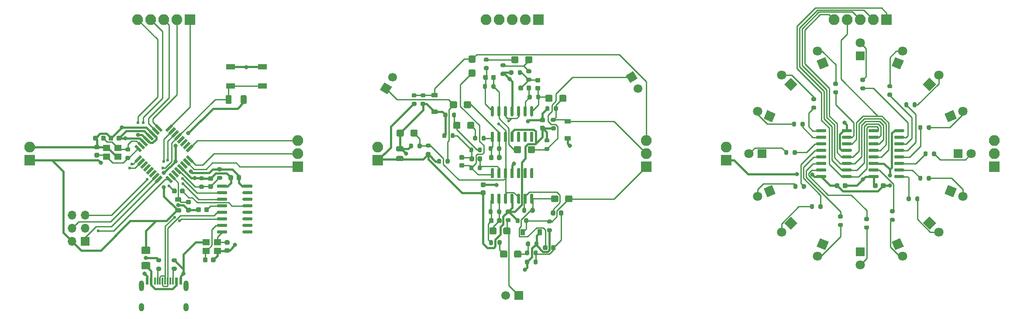
<source format=gbr>
%TF.GenerationSoftware,KiCad,Pcbnew,(5.1.8)-1*%
%TF.CreationDate,2021-05-29T17:14:19-04:00*%
%TF.ProjectId,panel,70616e65-6c2e-46b6-9963-61645f706362,rev?*%
%TF.SameCoordinates,Original*%
%TF.FileFunction,Copper,L1,Top*%
%TF.FilePolarity,Positive*%
%FSLAX46Y46*%
G04 Gerber Fmt 4.6, Leading zero omitted, Abs format (unit mm)*
G04 Created by KiCad (PCBNEW (5.1.8)-1) date 2021-05-29 17:14:19*
%MOMM*%
%LPD*%
G01*
G04 APERTURE LIST*
%TA.AperFunction,ComponentPad*%
%ADD10C,0.100000*%
%TD*%
%TA.AperFunction,ComponentPad*%
%ADD11C,1.700000*%
%TD*%
%TA.AperFunction,ComponentPad*%
%ADD12R,1.700000X1.700000*%
%TD*%
%TA.AperFunction,ComponentPad*%
%ADD13R,2.100000X2.100000*%
%TD*%
%TA.AperFunction,ComponentPad*%
%ADD14O,2.100000X2.100000*%
%TD*%
%TA.AperFunction,SMDPad,CuDef*%
%ADD15R,1.400000X1.200000*%
%TD*%
%TA.AperFunction,SMDPad,CuDef*%
%ADD16R,0.600000X1.450000*%
%TD*%
%TA.AperFunction,SMDPad,CuDef*%
%ADD17R,0.300000X1.450000*%
%TD*%
%TA.AperFunction,ComponentPad*%
%ADD18O,1.000000X2.100000*%
%TD*%
%TA.AperFunction,ComponentPad*%
%ADD19O,1.000000X1.600000*%
%TD*%
%TA.AperFunction,SMDPad,CuDef*%
%ADD20C,0.100000*%
%TD*%
%TA.AperFunction,SMDPad,CuDef*%
%ADD21R,1.800000X1.100000*%
%TD*%
%TA.AperFunction,ComponentPad*%
%ADD22O,1.700000X1.700000*%
%TD*%
%TA.AperFunction,SMDPad,CuDef*%
%ADD23R,1.200000X0.900000*%
%TD*%
%TA.AperFunction,SMDPad,CuDef*%
%ADD24R,0.900000X1.200000*%
%TD*%
%TA.AperFunction,ComponentPad*%
%ADD25C,1.800000*%
%TD*%
%TA.AperFunction,ComponentPad*%
%ADD26R,1.800000X1.800000*%
%TD*%
%TA.AperFunction,ViaPad*%
%ADD27C,0.800000*%
%TD*%
%TA.AperFunction,ViaPad*%
%ADD28C,0.600000*%
%TD*%
%TA.AperFunction,Conductor*%
%ADD29C,0.381000*%
%TD*%
%TA.AperFunction,Conductor*%
%ADD30C,0.254000*%
%TD*%
G04 APERTURE END LIST*
%TA.AperFunction,ComponentPad*%
D10*
%TO.P,MK3,2*%
%TO.N,Net-(C19-Pad2)*%
G36*
X127060424Y-83588730D02*
G01*
X126210424Y-85060974D01*
X124738180Y-84210974D01*
X125588180Y-82738730D01*
X127060424Y-83588730D01*
G37*
%TD.AperFunction*%
D11*
%TO.P,MK3,1*%
%TO.N,GND*%
X127169302Y-81700148D03*
%TD*%
%TA.AperFunction,ComponentPad*%
D10*
%TO.P,MK2,2*%
%TO.N,Net-(C13-Pad2)*%
G36*
X173219576Y-82861270D02*
G01*
X172369576Y-81389026D01*
X173841820Y-80539026D01*
X174691820Y-82011270D01*
X173219576Y-82861270D01*
G37*
%TD.AperFunction*%
D11*
%TO.P,MK2,1*%
%TO.N,GND*%
X174800698Y-83899852D03*
%TD*%
D12*
%TO.P,MK1,2*%
%TO.N,Net-(C7-Pad2)*%
X151620000Y-124050000D03*
D11*
%TO.P,MK1,1*%
%TO.N,GND*%
X149080000Y-124050000D03*
%TD*%
D13*
%TO.P,J2,1*%
%TO.N,Net-(J2-Pad1)*%
X243850000Y-99090000D03*
D14*
%TO.P,J2,2*%
%TO.N,Net-(J2-Pad2)*%
X243850000Y-96550000D03*
%TO.P,J2,3*%
%TO.N,Net-(J2-Pad3)*%
X243850000Y-94010000D03*
%TD*%
D13*
%TO.P,J2,1*%
%TO.N,A0*%
X108850000Y-99090000D03*
D14*
%TO.P,J2,2*%
%TO.N,A1*%
X108850000Y-96550000D03*
%TO.P,J2,3*%
%TO.N,A2*%
X108850000Y-94010000D03*
%TD*%
D13*
%TO.P,J2,1*%
%TO.N,A0*%
X176350000Y-99090000D03*
D14*
%TO.P,J2,2*%
%TO.N,A1*%
X176350000Y-96550000D03*
%TO.P,J2,3*%
%TO.N,A2*%
X176350000Y-94010000D03*
%TD*%
D13*
%TO.P,J3,1*%
%TO.N,D0*%
X222930000Y-70550000D03*
D14*
%TO.P,J3,2*%
%TO.N,D1*%
X220390000Y-70550000D03*
%TO.P,J3,3*%
%TO.N,D2*%
X217850000Y-70550000D03*
%TO.P,J3,4*%
%TO.N,D3*%
X215310000Y-70550000D03*
%TO.P,J3,5*%
%TO.N,GlobalEn*%
X212770000Y-70550000D03*
%TD*%
D13*
%TO.P,J3,1*%
%TO.N,Net-(J3-Pad1)*%
X155430000Y-70550000D03*
D14*
%TO.P,J3,2*%
%TO.N,Net-(J3-Pad2)*%
X152890000Y-70550000D03*
%TO.P,J3,3*%
%TO.N,Net-(J3-Pad3)*%
X150350000Y-70550000D03*
%TO.P,J3,4*%
%TO.N,Net-(J3-Pad4)*%
X147810000Y-70550000D03*
%TO.P,J3,5*%
%TO.N,Net-(J3-Pad5)*%
X145270000Y-70550000D03*
%TD*%
D13*
%TO.P,J3,1*%
%TO.N,D1*%
X87930000Y-70550000D03*
D14*
%TO.P,J3,2*%
%TO.N,D2*%
X85390000Y-70550000D03*
%TO.P,J3,3*%
%TO.N,D3*%
X82850000Y-70550000D03*
%TO.P,J3,4*%
%TO.N,D4*%
X80310000Y-70550000D03*
%TO.P,J3,5*%
%TO.N,D5*%
X77770000Y-70550000D03*
%TD*%
D13*
%TO.P,J1,1*%
%TO.N,+5V*%
X56850000Y-97820000D03*
D14*
%TO.P,J1,2*%
%TO.N,GND*%
X56850000Y-95280000D03*
%TD*%
D13*
%TO.P,J1,1*%
%TO.N,+5V*%
X191850000Y-97820000D03*
D14*
%TO.P,J1,2*%
%TO.N,GND*%
X191850000Y-95280000D03*
%TD*%
D13*
%TO.P,J1,1*%
%TO.N,+5V*%
X124350000Y-97820000D03*
D14*
%TO.P,J1,2*%
%TO.N,GND*%
X124350000Y-95280000D03*
%TD*%
%TO.P,C14,2*%
%TO.N,GND*%
%TA.AperFunction,SMDPad,CuDef*%
G36*
G01*
X129075000Y-96100000D02*
X128125000Y-96100000D01*
G75*
G02*
X127875000Y-95850000I0J250000D01*
G01*
X127875000Y-95350000D01*
G75*
G02*
X128125000Y-95100000I250000J0D01*
G01*
X129075000Y-95100000D01*
G75*
G02*
X129325000Y-95350000I0J-250000D01*
G01*
X129325000Y-95850000D01*
G75*
G02*
X129075000Y-96100000I-250000J0D01*
G01*
G37*
%TD.AperFunction*%
%TO.P,C14,1*%
%TO.N,+5V*%
%TA.AperFunction,SMDPad,CuDef*%
G36*
G01*
X129075000Y-98000000D02*
X128125000Y-98000000D01*
G75*
G02*
X127875000Y-97750000I0J250000D01*
G01*
X127875000Y-97250000D01*
G75*
G02*
X128125000Y-97000000I250000J0D01*
G01*
X129075000Y-97000000D01*
G75*
G02*
X129325000Y-97250000I0J-250000D01*
G01*
X129325000Y-97750000D01*
G75*
G02*
X129075000Y-98000000I-250000J0D01*
G01*
G37*
%TD.AperFunction*%
%TD*%
D15*
%TO.P,Y2,4*%
%TO.N,GND*%
X73950000Y-97150000D03*
%TO.P,Y2,3*%
%TO.N,Net-(C10-Pad2)*%
X71750000Y-97150000D03*
%TO.P,Y2,2*%
%TO.N,GND*%
X71750000Y-95450000D03*
%TO.P,Y2,1*%
%TO.N,Net-(C9-Pad2)*%
X73950000Y-95450000D03*
%TD*%
%TO.P,Y1,1*%
%TO.N,Net-(C1-Pad1)*%
X91000000Y-115400000D03*
%TO.P,Y1,2*%
%TO.N,GND*%
X93200000Y-115400000D03*
%TO.P,Y1,3*%
%TO.N,Net-(C3-Pad1)*%
X93200000Y-113700000D03*
%TO.P,Y1,4*%
%TO.N,GND*%
X91000000Y-113700000D03*
%TD*%
%TO.P,U6,16*%
%TO.N,+5V*%
%TA.AperFunction,SMDPad,CuDef*%
G36*
G01*
X211270000Y-100845000D02*
X211270000Y-101145000D01*
G75*
G02*
X211120000Y-101295000I-150000J0D01*
G01*
X209470000Y-101295000D01*
G75*
G02*
X209320000Y-101145000I0J150000D01*
G01*
X209320000Y-100845000D01*
G75*
G02*
X209470000Y-100695000I150000J0D01*
G01*
X211120000Y-100695000D01*
G75*
G02*
X211270000Y-100845000I0J-150000D01*
G01*
G37*
%TD.AperFunction*%
%TO.P,U6,15*%
%TO.N,Net-(R9-Pad2)*%
%TA.AperFunction,SMDPad,CuDef*%
G36*
G01*
X211270000Y-99575000D02*
X211270000Y-99875000D01*
G75*
G02*
X211120000Y-100025000I-150000J0D01*
G01*
X209470000Y-100025000D01*
G75*
G02*
X209320000Y-99875000I0J150000D01*
G01*
X209320000Y-99575000D01*
G75*
G02*
X209470000Y-99425000I150000J0D01*
G01*
X211120000Y-99425000D01*
G75*
G02*
X211270000Y-99575000I0J-150000D01*
G01*
G37*
%TD.AperFunction*%
%TO.P,U6,14*%
%TO.N,Net-(R10-Pad2)*%
%TA.AperFunction,SMDPad,CuDef*%
G36*
G01*
X211270000Y-98305000D02*
X211270000Y-98605000D01*
G75*
G02*
X211120000Y-98755000I-150000J0D01*
G01*
X209470000Y-98755000D01*
G75*
G02*
X209320000Y-98605000I0J150000D01*
G01*
X209320000Y-98305000D01*
G75*
G02*
X209470000Y-98155000I150000J0D01*
G01*
X211120000Y-98155000D01*
G75*
G02*
X211270000Y-98305000I0J-150000D01*
G01*
G37*
%TD.AperFunction*%
%TO.P,U6,13*%
%TO.N,Net-(R11-Pad2)*%
%TA.AperFunction,SMDPad,CuDef*%
G36*
G01*
X211270000Y-97035000D02*
X211270000Y-97335000D01*
G75*
G02*
X211120000Y-97485000I-150000J0D01*
G01*
X209470000Y-97485000D01*
G75*
G02*
X209320000Y-97335000I0J150000D01*
G01*
X209320000Y-97035000D01*
G75*
G02*
X209470000Y-96885000I150000J0D01*
G01*
X211120000Y-96885000D01*
G75*
G02*
X211270000Y-97035000I0J-150000D01*
G01*
G37*
%TD.AperFunction*%
%TO.P,U6,12*%
%TO.N,Net-(R12-Pad2)*%
%TA.AperFunction,SMDPad,CuDef*%
G36*
G01*
X211270000Y-95765000D02*
X211270000Y-96065000D01*
G75*
G02*
X211120000Y-96215000I-150000J0D01*
G01*
X209470000Y-96215000D01*
G75*
G02*
X209320000Y-96065000I0J150000D01*
G01*
X209320000Y-95765000D01*
G75*
G02*
X209470000Y-95615000I150000J0D01*
G01*
X211120000Y-95615000D01*
G75*
G02*
X211270000Y-95765000I0J-150000D01*
G01*
G37*
%TD.AperFunction*%
%TO.P,U6,11*%
%TO.N,Net-(R13-Pad2)*%
%TA.AperFunction,SMDPad,CuDef*%
G36*
G01*
X211270000Y-94495000D02*
X211270000Y-94795000D01*
G75*
G02*
X211120000Y-94945000I-150000J0D01*
G01*
X209470000Y-94945000D01*
G75*
G02*
X209320000Y-94795000I0J150000D01*
G01*
X209320000Y-94495000D01*
G75*
G02*
X209470000Y-94345000I150000J0D01*
G01*
X211120000Y-94345000D01*
G75*
G02*
X211270000Y-94495000I0J-150000D01*
G01*
G37*
%TD.AperFunction*%
%TO.P,U6,10*%
%TO.N,Net-(R14-Pad2)*%
%TA.AperFunction,SMDPad,CuDef*%
G36*
G01*
X211270000Y-93225000D02*
X211270000Y-93525000D01*
G75*
G02*
X211120000Y-93675000I-150000J0D01*
G01*
X209470000Y-93675000D01*
G75*
G02*
X209320000Y-93525000I0J150000D01*
G01*
X209320000Y-93225000D01*
G75*
G02*
X209470000Y-93075000I150000J0D01*
G01*
X211120000Y-93075000D01*
G75*
G02*
X211270000Y-93225000I0J-150000D01*
G01*
G37*
%TD.AperFunction*%
%TO.P,U6,9*%
%TO.N,Net-(R15-Pad2)*%
%TA.AperFunction,SMDPad,CuDef*%
G36*
G01*
X211270000Y-91955000D02*
X211270000Y-92255000D01*
G75*
G02*
X211120000Y-92405000I-150000J0D01*
G01*
X209470000Y-92405000D01*
G75*
G02*
X209320000Y-92255000I0J150000D01*
G01*
X209320000Y-91955000D01*
G75*
G02*
X209470000Y-91805000I150000J0D01*
G01*
X211120000Y-91805000D01*
G75*
G02*
X211270000Y-91955000I0J-150000D01*
G01*
G37*
%TD.AperFunction*%
%TO.P,U6,8*%
%TO.N,GND*%
%TA.AperFunction,SMDPad,CuDef*%
G36*
G01*
X216220000Y-91955000D02*
X216220000Y-92255000D01*
G75*
G02*
X216070000Y-92405000I-150000J0D01*
G01*
X214420000Y-92405000D01*
G75*
G02*
X214270000Y-92255000I0J150000D01*
G01*
X214270000Y-91955000D01*
G75*
G02*
X214420000Y-91805000I150000J0D01*
G01*
X216070000Y-91805000D01*
G75*
G02*
X216220000Y-91955000I0J-150000D01*
G01*
G37*
%TD.AperFunction*%
%TO.P,U6,7*%
%TO.N,Net-(R16-Pad2)*%
%TA.AperFunction,SMDPad,CuDef*%
G36*
G01*
X216220000Y-93225000D02*
X216220000Y-93525000D01*
G75*
G02*
X216070000Y-93675000I-150000J0D01*
G01*
X214420000Y-93675000D01*
G75*
G02*
X214270000Y-93525000I0J150000D01*
G01*
X214270000Y-93225000D01*
G75*
G02*
X214420000Y-93075000I150000J0D01*
G01*
X216070000Y-93075000D01*
G75*
G02*
X216220000Y-93225000I0J-150000D01*
G01*
G37*
%TD.AperFunction*%
%TO.P,U6,6*%
%TO.N,D3*%
%TA.AperFunction,SMDPad,CuDef*%
G36*
G01*
X216220000Y-94495000D02*
X216220000Y-94795000D01*
G75*
G02*
X216070000Y-94945000I-150000J0D01*
G01*
X214420000Y-94945000D01*
G75*
G02*
X214270000Y-94795000I0J150000D01*
G01*
X214270000Y-94495000D01*
G75*
G02*
X214420000Y-94345000I150000J0D01*
G01*
X216070000Y-94345000D01*
G75*
G02*
X216220000Y-94495000I0J-150000D01*
G01*
G37*
%TD.AperFunction*%
%TO.P,U6,5*%
%TO.N,GND*%
%TA.AperFunction,SMDPad,CuDef*%
G36*
G01*
X216220000Y-95765000D02*
X216220000Y-96065000D01*
G75*
G02*
X216070000Y-96215000I-150000J0D01*
G01*
X214420000Y-96215000D01*
G75*
G02*
X214270000Y-96065000I0J150000D01*
G01*
X214270000Y-95765000D01*
G75*
G02*
X214420000Y-95615000I150000J0D01*
G01*
X216070000Y-95615000D01*
G75*
G02*
X216220000Y-95765000I0J-150000D01*
G01*
G37*
%TD.AperFunction*%
%TO.P,U6,4*%
%TO.N,GlobalEn*%
%TA.AperFunction,SMDPad,CuDef*%
G36*
G01*
X216220000Y-97035000D02*
X216220000Y-97335000D01*
G75*
G02*
X216070000Y-97485000I-150000J0D01*
G01*
X214420000Y-97485000D01*
G75*
G02*
X214270000Y-97335000I0J150000D01*
G01*
X214270000Y-97035000D01*
G75*
G02*
X214420000Y-96885000I150000J0D01*
G01*
X216070000Y-96885000D01*
G75*
G02*
X216220000Y-97035000I0J-150000D01*
G01*
G37*
%TD.AperFunction*%
%TO.P,U6,3*%
%TO.N,D2*%
%TA.AperFunction,SMDPad,CuDef*%
G36*
G01*
X216220000Y-98305000D02*
X216220000Y-98605000D01*
G75*
G02*
X216070000Y-98755000I-150000J0D01*
G01*
X214420000Y-98755000D01*
G75*
G02*
X214270000Y-98605000I0J150000D01*
G01*
X214270000Y-98305000D01*
G75*
G02*
X214420000Y-98155000I150000J0D01*
G01*
X216070000Y-98155000D01*
G75*
G02*
X216220000Y-98305000I0J-150000D01*
G01*
G37*
%TD.AperFunction*%
%TO.P,U6,2*%
%TO.N,D1*%
%TA.AperFunction,SMDPad,CuDef*%
G36*
G01*
X216220000Y-99575000D02*
X216220000Y-99875000D01*
G75*
G02*
X216070000Y-100025000I-150000J0D01*
G01*
X214420000Y-100025000D01*
G75*
G02*
X214270000Y-99875000I0J150000D01*
G01*
X214270000Y-99575000D01*
G75*
G02*
X214420000Y-99425000I150000J0D01*
G01*
X216070000Y-99425000D01*
G75*
G02*
X216220000Y-99575000I0J-150000D01*
G01*
G37*
%TD.AperFunction*%
%TO.P,U6,1*%
%TO.N,D0*%
%TA.AperFunction,SMDPad,CuDef*%
G36*
G01*
X216220000Y-100845000D02*
X216220000Y-101145000D01*
G75*
G02*
X216070000Y-101295000I-150000J0D01*
G01*
X214420000Y-101295000D01*
G75*
G02*
X214270000Y-101145000I0J150000D01*
G01*
X214270000Y-100845000D01*
G75*
G02*
X214420000Y-100695000I150000J0D01*
G01*
X216070000Y-100695000D01*
G75*
G02*
X216220000Y-100845000I0J-150000D01*
G01*
G37*
%TD.AperFunction*%
%TD*%
%TO.P,U5,16*%
%TO.N,+5V*%
%TA.AperFunction,SMDPad,CuDef*%
G36*
G01*
X224430000Y-92255000D02*
X224430000Y-91955000D01*
G75*
G02*
X224580000Y-91805000I150000J0D01*
G01*
X226230000Y-91805000D01*
G75*
G02*
X226380000Y-91955000I0J-150000D01*
G01*
X226380000Y-92255000D01*
G75*
G02*
X226230000Y-92405000I-150000J0D01*
G01*
X224580000Y-92405000D01*
G75*
G02*
X224430000Y-92255000I0J150000D01*
G01*
G37*
%TD.AperFunction*%
%TO.P,U5,15*%
%TO.N,Net-(R1-Pad2)*%
%TA.AperFunction,SMDPad,CuDef*%
G36*
G01*
X224430000Y-93525000D02*
X224430000Y-93225000D01*
G75*
G02*
X224580000Y-93075000I150000J0D01*
G01*
X226230000Y-93075000D01*
G75*
G02*
X226380000Y-93225000I0J-150000D01*
G01*
X226380000Y-93525000D01*
G75*
G02*
X226230000Y-93675000I-150000J0D01*
G01*
X224580000Y-93675000D01*
G75*
G02*
X224430000Y-93525000I0J150000D01*
G01*
G37*
%TD.AperFunction*%
%TO.P,U5,14*%
%TO.N,Net-(R2-Pad2)*%
%TA.AperFunction,SMDPad,CuDef*%
G36*
G01*
X224430000Y-94795000D02*
X224430000Y-94495000D01*
G75*
G02*
X224580000Y-94345000I150000J0D01*
G01*
X226230000Y-94345000D01*
G75*
G02*
X226380000Y-94495000I0J-150000D01*
G01*
X226380000Y-94795000D01*
G75*
G02*
X226230000Y-94945000I-150000J0D01*
G01*
X224580000Y-94945000D01*
G75*
G02*
X224430000Y-94795000I0J150000D01*
G01*
G37*
%TD.AperFunction*%
%TO.P,U5,13*%
%TO.N,Net-(R3-Pad2)*%
%TA.AperFunction,SMDPad,CuDef*%
G36*
G01*
X224430000Y-96065000D02*
X224430000Y-95765000D01*
G75*
G02*
X224580000Y-95615000I150000J0D01*
G01*
X226230000Y-95615000D01*
G75*
G02*
X226380000Y-95765000I0J-150000D01*
G01*
X226380000Y-96065000D01*
G75*
G02*
X226230000Y-96215000I-150000J0D01*
G01*
X224580000Y-96215000D01*
G75*
G02*
X224430000Y-96065000I0J150000D01*
G01*
G37*
%TD.AperFunction*%
%TO.P,U5,12*%
%TO.N,Net-(R4-Pad2)*%
%TA.AperFunction,SMDPad,CuDef*%
G36*
G01*
X224430000Y-97335000D02*
X224430000Y-97035000D01*
G75*
G02*
X224580000Y-96885000I150000J0D01*
G01*
X226230000Y-96885000D01*
G75*
G02*
X226380000Y-97035000I0J-150000D01*
G01*
X226380000Y-97335000D01*
G75*
G02*
X226230000Y-97485000I-150000J0D01*
G01*
X224580000Y-97485000D01*
G75*
G02*
X224430000Y-97335000I0J150000D01*
G01*
G37*
%TD.AperFunction*%
%TO.P,U5,11*%
%TO.N,Net-(R5-Pad2)*%
%TA.AperFunction,SMDPad,CuDef*%
G36*
G01*
X224430000Y-98605000D02*
X224430000Y-98305000D01*
G75*
G02*
X224580000Y-98155000I150000J0D01*
G01*
X226230000Y-98155000D01*
G75*
G02*
X226380000Y-98305000I0J-150000D01*
G01*
X226380000Y-98605000D01*
G75*
G02*
X226230000Y-98755000I-150000J0D01*
G01*
X224580000Y-98755000D01*
G75*
G02*
X224430000Y-98605000I0J150000D01*
G01*
G37*
%TD.AperFunction*%
%TO.P,U5,10*%
%TO.N,Net-(R6-Pad2)*%
%TA.AperFunction,SMDPad,CuDef*%
G36*
G01*
X224430000Y-99875000D02*
X224430000Y-99575000D01*
G75*
G02*
X224580000Y-99425000I150000J0D01*
G01*
X226230000Y-99425000D01*
G75*
G02*
X226380000Y-99575000I0J-150000D01*
G01*
X226380000Y-99875000D01*
G75*
G02*
X226230000Y-100025000I-150000J0D01*
G01*
X224580000Y-100025000D01*
G75*
G02*
X224430000Y-99875000I0J150000D01*
G01*
G37*
%TD.AperFunction*%
%TO.P,U5,9*%
%TO.N,Net-(R7-Pad2)*%
%TA.AperFunction,SMDPad,CuDef*%
G36*
G01*
X224430000Y-101145000D02*
X224430000Y-100845000D01*
G75*
G02*
X224580000Y-100695000I150000J0D01*
G01*
X226230000Y-100695000D01*
G75*
G02*
X226380000Y-100845000I0J-150000D01*
G01*
X226380000Y-101145000D01*
G75*
G02*
X226230000Y-101295000I-150000J0D01*
G01*
X224580000Y-101295000D01*
G75*
G02*
X224430000Y-101145000I0J150000D01*
G01*
G37*
%TD.AperFunction*%
%TO.P,U5,8*%
%TO.N,GND*%
%TA.AperFunction,SMDPad,CuDef*%
G36*
G01*
X219480000Y-101145000D02*
X219480000Y-100845000D01*
G75*
G02*
X219630000Y-100695000I150000J0D01*
G01*
X221280000Y-100695000D01*
G75*
G02*
X221430000Y-100845000I0J-150000D01*
G01*
X221430000Y-101145000D01*
G75*
G02*
X221280000Y-101295000I-150000J0D01*
G01*
X219630000Y-101295000D01*
G75*
G02*
X219480000Y-101145000I0J150000D01*
G01*
G37*
%TD.AperFunction*%
%TO.P,U5,7*%
%TO.N,Net-(R8-Pad2)*%
%TA.AperFunction,SMDPad,CuDef*%
G36*
G01*
X219480000Y-99875000D02*
X219480000Y-99575000D01*
G75*
G02*
X219630000Y-99425000I150000J0D01*
G01*
X221280000Y-99425000D01*
G75*
G02*
X221430000Y-99575000I0J-150000D01*
G01*
X221430000Y-99875000D01*
G75*
G02*
X221280000Y-100025000I-150000J0D01*
G01*
X219630000Y-100025000D01*
G75*
G02*
X219480000Y-99875000I0J150000D01*
G01*
G37*
%TD.AperFunction*%
%TO.P,U5,6*%
%TO.N,+5V*%
%TA.AperFunction,SMDPad,CuDef*%
G36*
G01*
X219480000Y-98605000D02*
X219480000Y-98305000D01*
G75*
G02*
X219630000Y-98155000I150000J0D01*
G01*
X221280000Y-98155000D01*
G75*
G02*
X221430000Y-98305000I0J-150000D01*
G01*
X221430000Y-98605000D01*
G75*
G02*
X221280000Y-98755000I-150000J0D01*
G01*
X219630000Y-98755000D01*
G75*
G02*
X219480000Y-98605000I0J150000D01*
G01*
G37*
%TD.AperFunction*%
%TO.P,U5,5*%
%TO.N,D3*%
%TA.AperFunction,SMDPad,CuDef*%
G36*
G01*
X219480000Y-97335000D02*
X219480000Y-97035000D01*
G75*
G02*
X219630000Y-96885000I150000J0D01*
G01*
X221280000Y-96885000D01*
G75*
G02*
X221430000Y-97035000I0J-150000D01*
G01*
X221430000Y-97335000D01*
G75*
G02*
X221280000Y-97485000I-150000J0D01*
G01*
X219630000Y-97485000D01*
G75*
G02*
X219480000Y-97335000I0J150000D01*
G01*
G37*
%TD.AperFunction*%
%TO.P,U5,4*%
%TO.N,GlobalEn*%
%TA.AperFunction,SMDPad,CuDef*%
G36*
G01*
X219480000Y-96065000D02*
X219480000Y-95765000D01*
G75*
G02*
X219630000Y-95615000I150000J0D01*
G01*
X221280000Y-95615000D01*
G75*
G02*
X221430000Y-95765000I0J-150000D01*
G01*
X221430000Y-96065000D01*
G75*
G02*
X221280000Y-96215000I-150000J0D01*
G01*
X219630000Y-96215000D01*
G75*
G02*
X219480000Y-96065000I0J150000D01*
G01*
G37*
%TD.AperFunction*%
%TO.P,U5,3*%
%TO.N,D2*%
%TA.AperFunction,SMDPad,CuDef*%
G36*
G01*
X219480000Y-94795000D02*
X219480000Y-94495000D01*
G75*
G02*
X219630000Y-94345000I150000J0D01*
G01*
X221280000Y-94345000D01*
G75*
G02*
X221430000Y-94495000I0J-150000D01*
G01*
X221430000Y-94795000D01*
G75*
G02*
X221280000Y-94945000I-150000J0D01*
G01*
X219630000Y-94945000D01*
G75*
G02*
X219480000Y-94795000I0J150000D01*
G01*
G37*
%TD.AperFunction*%
%TO.P,U5,2*%
%TO.N,D1*%
%TA.AperFunction,SMDPad,CuDef*%
G36*
G01*
X219480000Y-93525000D02*
X219480000Y-93225000D01*
G75*
G02*
X219630000Y-93075000I150000J0D01*
G01*
X221280000Y-93075000D01*
G75*
G02*
X221430000Y-93225000I0J-150000D01*
G01*
X221430000Y-93525000D01*
G75*
G02*
X221280000Y-93675000I-150000J0D01*
G01*
X219630000Y-93675000D01*
G75*
G02*
X219480000Y-93525000I0J150000D01*
G01*
G37*
%TD.AperFunction*%
%TO.P,U5,1*%
%TO.N,D0*%
%TA.AperFunction,SMDPad,CuDef*%
G36*
G01*
X219480000Y-92255000D02*
X219480000Y-91955000D01*
G75*
G02*
X219630000Y-91805000I150000J0D01*
G01*
X221280000Y-91805000D01*
G75*
G02*
X221430000Y-91955000I0J-150000D01*
G01*
X221430000Y-92255000D01*
G75*
G02*
X221280000Y-92405000I-150000J0D01*
G01*
X219630000Y-92405000D01*
G75*
G02*
X219480000Y-92255000I0J150000D01*
G01*
G37*
%TD.AperFunction*%
%TD*%
%TO.P,C34,1*%
%TO.N,+5V*%
%TA.AperFunction,SMDPad,CuDef*%
G36*
G01*
X222775000Y-102500000D02*
X222775000Y-103000000D01*
G75*
G02*
X222550000Y-103225000I-225000J0D01*
G01*
X222100000Y-103225000D01*
G75*
G02*
X221875000Y-103000000I0J225000D01*
G01*
X221875000Y-102500000D01*
G75*
G02*
X222100000Y-102275000I225000J0D01*
G01*
X222550000Y-102275000D01*
G75*
G02*
X222775000Y-102500000I0J-225000D01*
G01*
G37*
%TD.AperFunction*%
%TO.P,C34,2*%
%TO.N,GND*%
%TA.AperFunction,SMDPad,CuDef*%
G36*
G01*
X221225000Y-102500000D02*
X221225000Y-103000000D01*
G75*
G02*
X221000000Y-103225000I-225000J0D01*
G01*
X220550000Y-103225000D01*
G75*
G02*
X220325000Y-103000000I0J225000D01*
G01*
X220325000Y-102500000D01*
G75*
G02*
X220550000Y-102275000I225000J0D01*
G01*
X221000000Y-102275000D01*
G75*
G02*
X221225000Y-102500000I0J-225000D01*
G01*
G37*
%TD.AperFunction*%
%TD*%
%TO.P,C33,1*%
%TO.N,+5V*%
%TA.AperFunction,SMDPad,CuDef*%
G36*
G01*
X212925000Y-103000000D02*
X212925000Y-102500000D01*
G75*
G02*
X213150000Y-102275000I225000J0D01*
G01*
X213600000Y-102275000D01*
G75*
G02*
X213825000Y-102500000I0J-225000D01*
G01*
X213825000Y-103000000D01*
G75*
G02*
X213600000Y-103225000I-225000J0D01*
G01*
X213150000Y-103225000D01*
G75*
G02*
X212925000Y-103000000I0J225000D01*
G01*
G37*
%TD.AperFunction*%
%TO.P,C33,2*%
%TO.N,GND*%
%TA.AperFunction,SMDPad,CuDef*%
G36*
G01*
X214475000Y-103000000D02*
X214475000Y-102500000D01*
G75*
G02*
X214700000Y-102275000I225000J0D01*
G01*
X215150000Y-102275000D01*
G75*
G02*
X215375000Y-102500000I0J-225000D01*
G01*
X215375000Y-103000000D01*
G75*
G02*
X215150000Y-103225000I-225000J0D01*
G01*
X214700000Y-103225000D01*
G75*
G02*
X214475000Y-103000000I0J225000D01*
G01*
G37*
%TD.AperFunction*%
%TD*%
%TO.P,R4,2*%
%TO.N,GND*%
%TA.AperFunction,SMDPad,CuDef*%
G36*
G01*
X90425000Y-101725000D02*
X89875000Y-101725000D01*
G75*
G02*
X89675000Y-101525000I0J200000D01*
G01*
X89675000Y-101125000D01*
G75*
G02*
X89875000Y-100925000I200000J0D01*
G01*
X90425000Y-100925000D01*
G75*
G02*
X90625000Y-101125000I0J-200000D01*
G01*
X90625000Y-101525000D01*
G75*
G02*
X90425000Y-101725000I-200000J0D01*
G01*
G37*
%TD.AperFunction*%
%TO.P,R4,1*%
%TO.N,Net-(C5-Pad1)*%
%TA.AperFunction,SMDPad,CuDef*%
G36*
G01*
X90425000Y-103375000D02*
X89875000Y-103375000D01*
G75*
G02*
X89675000Y-103175000I0J200000D01*
G01*
X89675000Y-102775000D01*
G75*
G02*
X89875000Y-102575000I200000J0D01*
G01*
X90425000Y-102575000D01*
G75*
G02*
X90625000Y-102775000I0J-200000D01*
G01*
X90625000Y-103175000D01*
G75*
G02*
X90425000Y-103375000I-200000J0D01*
G01*
G37*
%TD.AperFunction*%
%TD*%
%TO.P,R3,2*%
%TO.N,Net-(C5-Pad1)*%
%TA.AperFunction,SMDPad,CuDef*%
G36*
G01*
X93375000Y-100825000D02*
X93925000Y-100825000D01*
G75*
G02*
X94125000Y-101025000I0J-200000D01*
G01*
X94125000Y-101425000D01*
G75*
G02*
X93925000Y-101625000I-200000J0D01*
G01*
X93375000Y-101625000D01*
G75*
G02*
X93175000Y-101425000I0J200000D01*
G01*
X93175000Y-101025000D01*
G75*
G02*
X93375000Y-100825000I200000J0D01*
G01*
G37*
%TD.AperFunction*%
%TO.P,R3,1*%
%TO.N,+5V*%
%TA.AperFunction,SMDPad,CuDef*%
G36*
G01*
X93375000Y-99175000D02*
X93925000Y-99175000D01*
G75*
G02*
X94125000Y-99375000I0J-200000D01*
G01*
X94125000Y-99775000D01*
G75*
G02*
X93925000Y-99975000I-200000J0D01*
G01*
X93375000Y-99975000D01*
G75*
G02*
X93175000Y-99775000I0J200000D01*
G01*
X93175000Y-99375000D01*
G75*
G02*
X93375000Y-99175000I200000J0D01*
G01*
G37*
%TD.AperFunction*%
%TD*%
D16*
%TO.P,J4,B1*%
%TO.N,GND*%
X86100000Y-121255000D03*
%TO.P,J4,A9*%
%TO.N,Net-(F1-Pad2)*%
X85300000Y-121255000D03*
%TO.P,J4,B9*%
%TO.N,N/C*%
X80400000Y-121255000D03*
%TO.P,J4,B12*%
%TO.N,GND*%
X79600000Y-121255000D03*
%TO.P,J4,A1*%
%TO.N,N/C*%
X79600000Y-121255000D03*
%TO.P,J4,A4*%
%TO.N,Net-(F1-Pad2)*%
X80400000Y-121255000D03*
%TO.P,J4,B4*%
%TO.N,N/C*%
X85300000Y-121255000D03*
%TO.P,J4,A12*%
X86100000Y-121255000D03*
D17*
%TO.P,J4,B8*%
%TO.N,Net-(J4-PadB8)*%
X81100000Y-121255000D03*
%TO.P,J4,A5*%
%TO.N,Net-(J4-PadA5)*%
X81600000Y-121255000D03*
%TO.P,J4,B7*%
%TO.N,Net-(J4-PadA7)*%
X82100000Y-121255000D03*
%TO.P,J4,A7*%
X83100000Y-121255000D03*
%TO.P,J4,B6*%
%TO.N,Net-(J4-PadA6)*%
X83600000Y-121255000D03*
%TO.P,J4,A8*%
%TO.N,Net-(J4-PadA8)*%
X84100000Y-121255000D03*
%TO.P,J4,B5*%
%TO.N,Net-(J4-PadB5)*%
X84600000Y-121255000D03*
%TO.P,J4,A6*%
%TO.N,Net-(J4-PadA6)*%
X82600000Y-121255000D03*
D18*
%TO.P,J4,S1*%
%TO.N,Net-(J4-PadS1)*%
X87170000Y-122170000D03*
X78530000Y-122170000D03*
D19*
X78530000Y-126350000D03*
X87170000Y-126350000D03*
%TD*%
%TA.AperFunction,SMDPad,CuDef*%
D20*
%TO.P,U2,32*%
%TO.N,D1*%
G36*
X83504074Y-92325037D02*
G01*
X83115165Y-91936128D01*
X84246536Y-90804757D01*
X84635445Y-91193666D01*
X83504074Y-92325037D01*
G37*
%TD.AperFunction*%
%TA.AperFunction,SMDPad,CuDef*%
%TO.P,U2,31*%
%TO.N,RX*%
G36*
X84069759Y-92890723D02*
G01*
X83680850Y-92501814D01*
X84812221Y-91370443D01*
X85201130Y-91759352D01*
X84069759Y-92890723D01*
G37*
%TD.AperFunction*%
%TA.AperFunction,SMDPad,CuDef*%
%TO.P,U2,30*%
%TO.N,TX*%
G36*
X84635445Y-93456408D02*
G01*
X84246536Y-93067499D01*
X85377907Y-91936128D01*
X85766816Y-92325037D01*
X84635445Y-93456408D01*
G37*
%TD.AperFunction*%
%TA.AperFunction,SMDPad,CuDef*%
%TO.P,U2,29*%
%TO.N,RESET*%
G36*
X85201130Y-94022093D02*
G01*
X84812221Y-93633184D01*
X85943592Y-92501813D01*
X86332501Y-92890722D01*
X85201130Y-94022093D01*
G37*
%TD.AperFunction*%
%TA.AperFunction,SMDPad,CuDef*%
%TO.P,U2,28*%
%TO.N,Net-(U2-Pad28)*%
G36*
X85766816Y-94587779D02*
G01*
X85377907Y-94198870D01*
X86509278Y-93067499D01*
X86898187Y-93456408D01*
X85766816Y-94587779D01*
G37*
%TD.AperFunction*%
%TA.AperFunction,SMDPad,CuDef*%
%TO.P,U2,27*%
%TO.N,Net-(U2-Pad27)*%
G36*
X86332501Y-95153464D02*
G01*
X85943592Y-94764555D01*
X87074963Y-93633184D01*
X87463872Y-94022093D01*
X86332501Y-95153464D01*
G37*
%TD.AperFunction*%
%TA.AperFunction,SMDPad,CuDef*%
%TO.P,U2,26*%
%TO.N,Net-(U2-Pad26)*%
G36*
X86898186Y-95719150D02*
G01*
X86509277Y-95330241D01*
X87640648Y-94198870D01*
X88029557Y-94587779D01*
X86898186Y-95719150D01*
G37*
%TD.AperFunction*%
%TA.AperFunction,SMDPad,CuDef*%
%TO.P,U2,25*%
%TO.N,A2*%
G36*
X87463872Y-96284835D02*
G01*
X87074963Y-95895926D01*
X88206334Y-94764555D01*
X88595243Y-95153464D01*
X87463872Y-96284835D01*
G37*
%TD.AperFunction*%
%TA.AperFunction,SMDPad,CuDef*%
%TO.P,U2,24*%
%TO.N,A1*%
G36*
X87074963Y-97204074D02*
G01*
X87463872Y-96815165D01*
X88595243Y-97946536D01*
X88206334Y-98335445D01*
X87074963Y-97204074D01*
G37*
%TD.AperFunction*%
%TA.AperFunction,SMDPad,CuDef*%
%TO.P,U2,23*%
%TO.N,A0*%
G36*
X86509277Y-97769759D02*
G01*
X86898186Y-97380850D01*
X88029557Y-98512221D01*
X87640648Y-98901130D01*
X86509277Y-97769759D01*
G37*
%TD.AperFunction*%
%TA.AperFunction,SMDPad,CuDef*%
%TO.P,U2,22*%
%TO.N,Net-(U2-Pad22)*%
G36*
X85943592Y-98335445D02*
G01*
X86332501Y-97946536D01*
X87463872Y-99077907D01*
X87074963Y-99466816D01*
X85943592Y-98335445D01*
G37*
%TD.AperFunction*%
%TA.AperFunction,SMDPad,CuDef*%
%TO.P,U2,21*%
%TO.N,GND*%
G36*
X85377907Y-98901130D02*
G01*
X85766816Y-98512221D01*
X86898187Y-99643592D01*
X86509278Y-100032501D01*
X85377907Y-98901130D01*
G37*
%TD.AperFunction*%
%TA.AperFunction,SMDPad,CuDef*%
%TO.P,U2,20*%
%TO.N,Net-(C5-Pad1)*%
G36*
X84812221Y-99466816D02*
G01*
X85201130Y-99077907D01*
X86332501Y-100209278D01*
X85943592Y-100598187D01*
X84812221Y-99466816D01*
G37*
%TD.AperFunction*%
%TA.AperFunction,SMDPad,CuDef*%
%TO.P,U2,19*%
%TO.N,Net-(U2-Pad19)*%
G36*
X84246536Y-100032501D02*
G01*
X84635445Y-99643592D01*
X85766816Y-100774963D01*
X85377907Y-101163872D01*
X84246536Y-100032501D01*
G37*
%TD.AperFunction*%
%TA.AperFunction,SMDPad,CuDef*%
%TO.P,U2,18*%
%TO.N,Net-(C6-Pad1)*%
G36*
X83680850Y-100598186D02*
G01*
X84069759Y-100209277D01*
X85201130Y-101340648D01*
X84812221Y-101729557D01*
X83680850Y-100598186D01*
G37*
%TD.AperFunction*%
%TA.AperFunction,SMDPad,CuDef*%
%TO.P,U2,17*%
%TO.N,SCK*%
G36*
X83115165Y-101163872D02*
G01*
X83504074Y-100774963D01*
X84635445Y-101906334D01*
X84246536Y-102295243D01*
X83115165Y-101163872D01*
G37*
%TD.AperFunction*%
%TA.AperFunction,SMDPad,CuDef*%
%TO.P,U2,16*%
%TO.N,MISO*%
G36*
X81453464Y-102295243D02*
G01*
X81064555Y-101906334D01*
X82195926Y-100774963D01*
X82584835Y-101163872D01*
X81453464Y-102295243D01*
G37*
%TD.AperFunction*%
%TA.AperFunction,SMDPad,CuDef*%
%TO.P,U2,15*%
%TO.N,MOSI*%
G36*
X80887779Y-101729557D02*
G01*
X80498870Y-101340648D01*
X81630241Y-100209277D01*
X82019150Y-100598186D01*
X80887779Y-101729557D01*
G37*
%TD.AperFunction*%
%TA.AperFunction,SMDPad,CuDef*%
%TO.P,U2,14*%
%TO.N,Net-(U2-Pad14)*%
G36*
X80322093Y-101163872D02*
G01*
X79933184Y-100774963D01*
X81064555Y-99643592D01*
X81453464Y-100032501D01*
X80322093Y-101163872D01*
G37*
%TD.AperFunction*%
%TA.AperFunction,SMDPad,CuDef*%
%TO.P,U2,13*%
%TO.N,Net-(U2-Pad13)*%
G36*
X79756408Y-100598187D02*
G01*
X79367499Y-100209278D01*
X80498870Y-99077907D01*
X80887779Y-99466816D01*
X79756408Y-100598187D01*
G37*
%TD.AperFunction*%
%TA.AperFunction,SMDPad,CuDef*%
%TO.P,U2,12*%
%TO.N,Net-(U2-Pad12)*%
G36*
X79190722Y-100032501D02*
G01*
X78801813Y-99643592D01*
X79933184Y-98512221D01*
X80322093Y-98901130D01*
X79190722Y-100032501D01*
G37*
%TD.AperFunction*%
%TA.AperFunction,SMDPad,CuDef*%
%TO.P,U2,11*%
%TO.N,Net-(U2-Pad11)*%
G36*
X78625037Y-99466816D02*
G01*
X78236128Y-99077907D01*
X79367499Y-97946536D01*
X79756408Y-98335445D01*
X78625037Y-99466816D01*
G37*
%TD.AperFunction*%
%TA.AperFunction,SMDPad,CuDef*%
%TO.P,U2,10*%
%TO.N,D5*%
G36*
X78059352Y-98901130D02*
G01*
X77670443Y-98512221D01*
X78801814Y-97380850D01*
X79190723Y-97769759D01*
X78059352Y-98901130D01*
G37*
%TD.AperFunction*%
%TA.AperFunction,SMDPad,CuDef*%
%TO.P,U2,9*%
%TO.N,D4*%
G36*
X77493666Y-98335445D02*
G01*
X77104757Y-97946536D01*
X78236128Y-96815165D01*
X78625037Y-97204074D01*
X77493666Y-98335445D01*
G37*
%TD.AperFunction*%
%TA.AperFunction,SMDPad,CuDef*%
%TO.P,U2,8*%
%TO.N,Net-(C10-Pad2)*%
G36*
X77104757Y-95153464D02*
G01*
X77493666Y-94764555D01*
X78625037Y-95895926D01*
X78236128Y-96284835D01*
X77104757Y-95153464D01*
G37*
%TD.AperFunction*%
%TA.AperFunction,SMDPad,CuDef*%
%TO.P,U2,7*%
%TO.N,Net-(C9-Pad2)*%
G36*
X77670443Y-94587779D02*
G01*
X78059352Y-94198870D01*
X79190723Y-95330241D01*
X78801814Y-95719150D01*
X77670443Y-94587779D01*
G37*
%TD.AperFunction*%
%TA.AperFunction,SMDPad,CuDef*%
%TO.P,U2,6*%
%TO.N,+5V*%
G36*
X78236128Y-94022093D02*
G01*
X78625037Y-93633184D01*
X79756408Y-94764555D01*
X79367499Y-95153464D01*
X78236128Y-94022093D01*
G37*
%TD.AperFunction*%
%TA.AperFunction,SMDPad,CuDef*%
%TO.P,U2,5*%
%TO.N,GND*%
G36*
X78801813Y-93456408D02*
G01*
X79190722Y-93067499D01*
X80322093Y-94198870D01*
X79933184Y-94587779D01*
X78801813Y-93456408D01*
G37*
%TD.AperFunction*%
%TA.AperFunction,SMDPad,CuDef*%
%TO.P,U2,4*%
%TO.N,+5V*%
G36*
X79367499Y-92890722D02*
G01*
X79756408Y-92501813D01*
X80887779Y-93633184D01*
X80498870Y-94022093D01*
X79367499Y-92890722D01*
G37*
%TD.AperFunction*%
%TA.AperFunction,SMDPad,CuDef*%
%TO.P,U2,3*%
%TO.N,GND*%
G36*
X79933184Y-92325037D02*
G01*
X80322093Y-91936128D01*
X81453464Y-93067499D01*
X81064555Y-93456408D01*
X79933184Y-92325037D01*
G37*
%TD.AperFunction*%
%TA.AperFunction,SMDPad,CuDef*%
%TO.P,U2,2*%
%TO.N,D3*%
G36*
X80498870Y-91759352D02*
G01*
X80887779Y-91370443D01*
X82019150Y-92501814D01*
X81630241Y-92890723D01*
X80498870Y-91759352D01*
G37*
%TD.AperFunction*%
%TA.AperFunction,SMDPad,CuDef*%
%TO.P,U2,1*%
%TO.N,D2*%
G36*
X81064555Y-91193666D02*
G01*
X81453464Y-90804757D01*
X82584835Y-91936128D01*
X82195926Y-92325037D01*
X81064555Y-91193666D01*
G37*
%TD.AperFunction*%
%TD*%
%TO.P,U1,16*%
%TO.N,+5V*%
%TA.AperFunction,SMDPad,CuDef*%
G36*
G01*
X98100000Y-103005000D02*
X98100000Y-102705000D01*
G75*
G02*
X98250000Y-102555000I150000J0D01*
G01*
X99900000Y-102555000D01*
G75*
G02*
X100050000Y-102705000I0J-150000D01*
G01*
X100050000Y-103005000D01*
G75*
G02*
X99900000Y-103155000I-150000J0D01*
G01*
X98250000Y-103155000D01*
G75*
G02*
X98100000Y-103005000I0J150000D01*
G01*
G37*
%TD.AperFunction*%
%TO.P,U1,15*%
%TO.N,Net-(U1-Pad15)*%
%TA.AperFunction,SMDPad,CuDef*%
G36*
G01*
X98100000Y-104275000D02*
X98100000Y-103975000D01*
G75*
G02*
X98250000Y-103825000I150000J0D01*
G01*
X99900000Y-103825000D01*
G75*
G02*
X100050000Y-103975000I0J-150000D01*
G01*
X100050000Y-104275000D01*
G75*
G02*
X99900000Y-104425000I-150000J0D01*
G01*
X98250000Y-104425000D01*
G75*
G02*
X98100000Y-104275000I0J150000D01*
G01*
G37*
%TD.AperFunction*%
%TO.P,U1,14*%
%TO.N,Net-(U1-Pad14)*%
%TA.AperFunction,SMDPad,CuDef*%
G36*
G01*
X98100000Y-105545000D02*
X98100000Y-105245000D01*
G75*
G02*
X98250000Y-105095000I150000J0D01*
G01*
X99900000Y-105095000D01*
G75*
G02*
X100050000Y-105245000I0J-150000D01*
G01*
X100050000Y-105545000D01*
G75*
G02*
X99900000Y-105695000I-150000J0D01*
G01*
X98250000Y-105695000D01*
G75*
G02*
X98100000Y-105545000I0J150000D01*
G01*
G37*
%TD.AperFunction*%
%TO.P,U1,13*%
%TO.N,~DTR*%
%TA.AperFunction,SMDPad,CuDef*%
G36*
G01*
X98100000Y-106815000D02*
X98100000Y-106515000D01*
G75*
G02*
X98250000Y-106365000I150000J0D01*
G01*
X99900000Y-106365000D01*
G75*
G02*
X100050000Y-106515000I0J-150000D01*
G01*
X100050000Y-106815000D01*
G75*
G02*
X99900000Y-106965000I-150000J0D01*
G01*
X98250000Y-106965000D01*
G75*
G02*
X98100000Y-106815000I0J150000D01*
G01*
G37*
%TD.AperFunction*%
%TO.P,U1,12*%
%TO.N,Net-(U1-Pad12)*%
%TA.AperFunction,SMDPad,CuDef*%
G36*
G01*
X98100000Y-108085000D02*
X98100000Y-107785000D01*
G75*
G02*
X98250000Y-107635000I150000J0D01*
G01*
X99900000Y-107635000D01*
G75*
G02*
X100050000Y-107785000I0J-150000D01*
G01*
X100050000Y-108085000D01*
G75*
G02*
X99900000Y-108235000I-150000J0D01*
G01*
X98250000Y-108235000D01*
G75*
G02*
X98100000Y-108085000I0J150000D01*
G01*
G37*
%TD.AperFunction*%
%TO.P,U1,11*%
%TO.N,Net-(U1-Pad11)*%
%TA.AperFunction,SMDPad,CuDef*%
G36*
G01*
X98100000Y-109355000D02*
X98100000Y-109055000D01*
G75*
G02*
X98250000Y-108905000I150000J0D01*
G01*
X99900000Y-108905000D01*
G75*
G02*
X100050000Y-109055000I0J-150000D01*
G01*
X100050000Y-109355000D01*
G75*
G02*
X99900000Y-109505000I-150000J0D01*
G01*
X98250000Y-109505000D01*
G75*
G02*
X98100000Y-109355000I0J150000D01*
G01*
G37*
%TD.AperFunction*%
%TO.P,U1,10*%
%TO.N,Net-(U1-Pad10)*%
%TA.AperFunction,SMDPad,CuDef*%
G36*
G01*
X98100000Y-110625000D02*
X98100000Y-110325000D01*
G75*
G02*
X98250000Y-110175000I150000J0D01*
G01*
X99900000Y-110175000D01*
G75*
G02*
X100050000Y-110325000I0J-150000D01*
G01*
X100050000Y-110625000D01*
G75*
G02*
X99900000Y-110775000I-150000J0D01*
G01*
X98250000Y-110775000D01*
G75*
G02*
X98100000Y-110625000I0J150000D01*
G01*
G37*
%TD.AperFunction*%
%TO.P,U1,9*%
%TO.N,Net-(U1-Pad9)*%
%TA.AperFunction,SMDPad,CuDef*%
G36*
G01*
X98100000Y-111895000D02*
X98100000Y-111595000D01*
G75*
G02*
X98250000Y-111445000I150000J0D01*
G01*
X99900000Y-111445000D01*
G75*
G02*
X100050000Y-111595000I0J-150000D01*
G01*
X100050000Y-111895000D01*
G75*
G02*
X99900000Y-112045000I-150000J0D01*
G01*
X98250000Y-112045000D01*
G75*
G02*
X98100000Y-111895000I0J150000D01*
G01*
G37*
%TD.AperFunction*%
%TO.P,U1,8*%
%TO.N,Net-(C3-Pad1)*%
%TA.AperFunction,SMDPad,CuDef*%
G36*
G01*
X93150000Y-111895000D02*
X93150000Y-111595000D01*
G75*
G02*
X93300000Y-111445000I150000J0D01*
G01*
X94950000Y-111445000D01*
G75*
G02*
X95100000Y-111595000I0J-150000D01*
G01*
X95100000Y-111895000D01*
G75*
G02*
X94950000Y-112045000I-150000J0D01*
G01*
X93300000Y-112045000D01*
G75*
G02*
X93150000Y-111895000I0J150000D01*
G01*
G37*
%TD.AperFunction*%
%TO.P,U1,7*%
%TO.N,Net-(C1-Pad1)*%
%TA.AperFunction,SMDPad,CuDef*%
G36*
G01*
X93150000Y-110625000D02*
X93150000Y-110325000D01*
G75*
G02*
X93300000Y-110175000I150000J0D01*
G01*
X94950000Y-110175000D01*
G75*
G02*
X95100000Y-110325000I0J-150000D01*
G01*
X95100000Y-110625000D01*
G75*
G02*
X94950000Y-110775000I-150000J0D01*
G01*
X93300000Y-110775000D01*
G75*
G02*
X93150000Y-110625000I0J150000D01*
G01*
G37*
%TD.AperFunction*%
%TO.P,U1,6*%
%TO.N,Net-(J4-PadA7)*%
%TA.AperFunction,SMDPad,CuDef*%
G36*
G01*
X93150000Y-109355000D02*
X93150000Y-109055000D01*
G75*
G02*
X93300000Y-108905000I150000J0D01*
G01*
X94950000Y-108905000D01*
G75*
G02*
X95100000Y-109055000I0J-150000D01*
G01*
X95100000Y-109355000D01*
G75*
G02*
X94950000Y-109505000I-150000J0D01*
G01*
X93300000Y-109505000D01*
G75*
G02*
X93150000Y-109355000I0J150000D01*
G01*
G37*
%TD.AperFunction*%
%TO.P,U1,5*%
%TO.N,Net-(J4-PadA6)*%
%TA.AperFunction,SMDPad,CuDef*%
G36*
G01*
X93150000Y-108085000D02*
X93150000Y-107785000D01*
G75*
G02*
X93300000Y-107635000I150000J0D01*
G01*
X94950000Y-107635000D01*
G75*
G02*
X95100000Y-107785000I0J-150000D01*
G01*
X95100000Y-108085000D01*
G75*
G02*
X94950000Y-108235000I-150000J0D01*
G01*
X93300000Y-108235000D01*
G75*
G02*
X93150000Y-108085000I0J150000D01*
G01*
G37*
%TD.AperFunction*%
%TO.P,U1,4*%
%TO.N,Net-(C2-Pad1)*%
%TA.AperFunction,SMDPad,CuDef*%
G36*
G01*
X93150000Y-106815000D02*
X93150000Y-106515000D01*
G75*
G02*
X93300000Y-106365000I150000J0D01*
G01*
X94950000Y-106365000D01*
G75*
G02*
X95100000Y-106515000I0J-150000D01*
G01*
X95100000Y-106815000D01*
G75*
G02*
X94950000Y-106965000I-150000J0D01*
G01*
X93300000Y-106965000D01*
G75*
G02*
X93150000Y-106815000I0J150000D01*
G01*
G37*
%TD.AperFunction*%
%TO.P,U1,3*%
%TO.N,RX*%
%TA.AperFunction,SMDPad,CuDef*%
G36*
G01*
X93150000Y-105545000D02*
X93150000Y-105245000D01*
G75*
G02*
X93300000Y-105095000I150000J0D01*
G01*
X94950000Y-105095000D01*
G75*
G02*
X95100000Y-105245000I0J-150000D01*
G01*
X95100000Y-105545000D01*
G75*
G02*
X94950000Y-105695000I-150000J0D01*
G01*
X93300000Y-105695000D01*
G75*
G02*
X93150000Y-105545000I0J150000D01*
G01*
G37*
%TD.AperFunction*%
%TO.P,U1,2*%
%TO.N,TX*%
%TA.AperFunction,SMDPad,CuDef*%
G36*
G01*
X93150000Y-104275000D02*
X93150000Y-103975000D01*
G75*
G02*
X93300000Y-103825000I150000J0D01*
G01*
X94950000Y-103825000D01*
G75*
G02*
X95100000Y-103975000I0J-150000D01*
G01*
X95100000Y-104275000D01*
G75*
G02*
X94950000Y-104425000I-150000J0D01*
G01*
X93300000Y-104425000D01*
G75*
G02*
X93150000Y-104275000I0J150000D01*
G01*
G37*
%TD.AperFunction*%
%TO.P,U1,1*%
%TO.N,GND*%
%TA.AperFunction,SMDPad,CuDef*%
G36*
G01*
X93150000Y-103005000D02*
X93150000Y-102705000D01*
G75*
G02*
X93300000Y-102555000I150000J0D01*
G01*
X94950000Y-102555000D01*
G75*
G02*
X95100000Y-102705000I0J-150000D01*
G01*
X95100000Y-103005000D01*
G75*
G02*
X94950000Y-103155000I-150000J0D01*
G01*
X93300000Y-103155000D01*
G75*
G02*
X93150000Y-103005000I0J150000D01*
G01*
G37*
%TD.AperFunction*%
%TD*%
D21*
%TO.P,SW1,2*%
%TO.N,GND*%
X95750000Y-79700000D03*
X101950000Y-79700000D03*
%TO.P,SW1,1*%
%TO.N,RESET*%
X95750000Y-83400000D03*
X101950000Y-83400000D03*
%TD*%
%TO.P,R6,2*%
%TO.N,RESET*%
%TA.AperFunction,SMDPad,CuDef*%
G36*
G01*
X95950000Y-85424998D02*
X95950000Y-86675002D01*
G75*
G02*
X95700002Y-86925000I-249998J0D01*
G01*
X95074998Y-86925000D01*
G75*
G02*
X94825000Y-86675002I0J249998D01*
G01*
X94825000Y-85424998D01*
G75*
G02*
X95074998Y-85175000I249998J0D01*
G01*
X95700002Y-85175000D01*
G75*
G02*
X95950000Y-85424998I0J-249998D01*
G01*
G37*
%TD.AperFunction*%
%TO.P,R6,1*%
%TO.N,+5V*%
%TA.AperFunction,SMDPad,CuDef*%
G36*
G01*
X98875000Y-85424998D02*
X98875000Y-86675002D01*
G75*
G02*
X98625002Y-86925000I-249998J0D01*
G01*
X97999998Y-86925000D01*
G75*
G02*
X97750000Y-86675002I0J249998D01*
G01*
X97750000Y-85424998D01*
G75*
G02*
X97999998Y-85175000I249998J0D01*
G01*
X98625002Y-85175000D01*
G75*
G02*
X98875000Y-85424998I0J-249998D01*
G01*
G37*
%TD.AperFunction*%
%TD*%
%TO.P,R5,2*%
%TO.N,Net-(C10-Pad2)*%
%TA.AperFunction,SMDPad,CuDef*%
G36*
G01*
X75575000Y-96975000D02*
X76125000Y-96975000D01*
G75*
G02*
X76325000Y-97175000I0J-200000D01*
G01*
X76325000Y-97575000D01*
G75*
G02*
X76125000Y-97775000I-200000J0D01*
G01*
X75575000Y-97775000D01*
G75*
G02*
X75375000Y-97575000I0J200000D01*
G01*
X75375000Y-97175000D01*
G75*
G02*
X75575000Y-96975000I200000J0D01*
G01*
G37*
%TD.AperFunction*%
%TO.P,R5,1*%
%TO.N,Net-(C9-Pad2)*%
%TA.AperFunction,SMDPad,CuDef*%
G36*
G01*
X75575000Y-95325000D02*
X76125000Y-95325000D01*
G75*
G02*
X76325000Y-95525000I0J-200000D01*
G01*
X76325000Y-95925000D01*
G75*
G02*
X76125000Y-96125000I-200000J0D01*
G01*
X75575000Y-96125000D01*
G75*
G02*
X75375000Y-95925000I0J200000D01*
G01*
X75375000Y-95525000D01*
G75*
G02*
X75575000Y-95325000I200000J0D01*
G01*
G37*
%TD.AperFunction*%
%TD*%
%TO.P,R2,2*%
%TO.N,Net-(J4-PadB5)*%
%TA.AperFunction,SMDPad,CuDef*%
G36*
G01*
X84575000Y-118475000D02*
X85125000Y-118475000D01*
G75*
G02*
X85325000Y-118675000I0J-200000D01*
G01*
X85325000Y-119075000D01*
G75*
G02*
X85125000Y-119275000I-200000J0D01*
G01*
X84575000Y-119275000D01*
G75*
G02*
X84375000Y-119075000I0J200000D01*
G01*
X84375000Y-118675000D01*
G75*
G02*
X84575000Y-118475000I200000J0D01*
G01*
G37*
%TD.AperFunction*%
%TO.P,R2,1*%
%TO.N,GND*%
%TA.AperFunction,SMDPad,CuDef*%
G36*
G01*
X84575000Y-116825000D02*
X85125000Y-116825000D01*
G75*
G02*
X85325000Y-117025000I0J-200000D01*
G01*
X85325000Y-117425000D01*
G75*
G02*
X85125000Y-117625000I-200000J0D01*
G01*
X84575000Y-117625000D01*
G75*
G02*
X84375000Y-117425000I0J200000D01*
G01*
X84375000Y-117025000D01*
G75*
G02*
X84575000Y-116825000I200000J0D01*
G01*
G37*
%TD.AperFunction*%
%TD*%
%TO.P,R1,2*%
%TO.N,GND*%
%TA.AperFunction,SMDPad,CuDef*%
G36*
G01*
X82125000Y-117625000D02*
X81575000Y-117625000D01*
G75*
G02*
X81375000Y-117425000I0J200000D01*
G01*
X81375000Y-117025000D01*
G75*
G02*
X81575000Y-116825000I200000J0D01*
G01*
X82125000Y-116825000D01*
G75*
G02*
X82325000Y-117025000I0J-200000D01*
G01*
X82325000Y-117425000D01*
G75*
G02*
X82125000Y-117625000I-200000J0D01*
G01*
G37*
%TD.AperFunction*%
%TO.P,R1,1*%
%TO.N,Net-(J4-PadA5)*%
%TA.AperFunction,SMDPad,CuDef*%
G36*
G01*
X82125000Y-119275000D02*
X81575000Y-119275000D01*
G75*
G02*
X81375000Y-119075000I0J200000D01*
G01*
X81375000Y-118675000D01*
G75*
G02*
X81575000Y-118475000I200000J0D01*
G01*
X82125000Y-118475000D01*
G75*
G02*
X82325000Y-118675000I0J-200000D01*
G01*
X82325000Y-119075000D01*
G75*
G02*
X82125000Y-119275000I-200000J0D01*
G01*
G37*
%TD.AperFunction*%
%TD*%
%TO.P,L1,2*%
%TO.N,+5V*%
%TA.AperFunction,SMDPad,CuDef*%
G36*
G01*
X85218750Y-107125000D02*
X85981250Y-107125000D01*
G75*
G02*
X86200000Y-107343750I0J-218750D01*
G01*
X86200000Y-107781250D01*
G75*
G02*
X85981250Y-108000000I-218750J0D01*
G01*
X85218750Y-108000000D01*
G75*
G02*
X85000000Y-107781250I0J218750D01*
G01*
X85000000Y-107343750D01*
G75*
G02*
X85218750Y-107125000I218750J0D01*
G01*
G37*
%TD.AperFunction*%
%TO.P,L1,1*%
%TO.N,Net-(C6-Pad1)*%
%TA.AperFunction,SMDPad,CuDef*%
G36*
G01*
X85218750Y-105000000D02*
X85981250Y-105000000D01*
G75*
G02*
X86200000Y-105218750I0J-218750D01*
G01*
X86200000Y-105656250D01*
G75*
G02*
X85981250Y-105875000I-218750J0D01*
G01*
X85218750Y-105875000D01*
G75*
G02*
X85000000Y-105656250I0J218750D01*
G01*
X85000000Y-105218750D01*
G75*
G02*
X85218750Y-105000000I218750J0D01*
G01*
G37*
%TD.AperFunction*%
%TD*%
D22*
%TO.P,J5,6*%
%TO.N,GND*%
X65060000Y-108470000D03*
%TO.P,J5,5*%
%TO.N,RESET*%
X67600000Y-108470000D03*
%TO.P,J5,4*%
%TO.N,MOSI*%
X65060000Y-111010000D03*
%TO.P,J5,3*%
%TO.N,SCK*%
X67600000Y-111010000D03*
%TO.P,J5,2*%
%TO.N,+5V*%
X65060000Y-113550000D03*
D12*
%TO.P,J5,1*%
%TO.N,MISO*%
X67600000Y-113550000D03*
%TD*%
%TO.P,F1,2*%
%TO.N,Net-(F1-Pad2)*%
%TA.AperFunction,SMDPad,CuDef*%
G36*
G01*
X78725000Y-117575000D02*
X79975000Y-117575000D01*
G75*
G02*
X80225000Y-117825000I0J-250000D01*
G01*
X80225000Y-118750000D01*
G75*
G02*
X79975000Y-119000000I-250000J0D01*
G01*
X78725000Y-119000000D01*
G75*
G02*
X78475000Y-118750000I0J250000D01*
G01*
X78475000Y-117825000D01*
G75*
G02*
X78725000Y-117575000I250000J0D01*
G01*
G37*
%TD.AperFunction*%
%TO.P,F1,1*%
%TO.N,+5V*%
%TA.AperFunction,SMDPad,CuDef*%
G36*
G01*
X78725000Y-114600000D02*
X79975000Y-114600000D01*
G75*
G02*
X80225000Y-114850000I0J-250000D01*
G01*
X80225000Y-115775000D01*
G75*
G02*
X79975000Y-116025000I-250000J0D01*
G01*
X78725000Y-116025000D01*
G75*
G02*
X78475000Y-115775000I0J250000D01*
G01*
X78475000Y-114850000D01*
G75*
G02*
X78725000Y-114600000I250000J0D01*
G01*
G37*
%TD.AperFunction*%
%TD*%
%TO.P,C10,2*%
%TO.N,Net-(C10-Pad2)*%
%TA.AperFunction,SMDPad,CuDef*%
G36*
G01*
X69600000Y-96375000D02*
X70100000Y-96375000D01*
G75*
G02*
X70325000Y-96600000I0J-225000D01*
G01*
X70325000Y-97050000D01*
G75*
G02*
X70100000Y-97275000I-225000J0D01*
G01*
X69600000Y-97275000D01*
G75*
G02*
X69375000Y-97050000I0J225000D01*
G01*
X69375000Y-96600000D01*
G75*
G02*
X69600000Y-96375000I225000J0D01*
G01*
G37*
%TD.AperFunction*%
%TO.P,C10,1*%
%TO.N,GND*%
%TA.AperFunction,SMDPad,CuDef*%
G36*
G01*
X69600000Y-94825000D02*
X70100000Y-94825000D01*
G75*
G02*
X70325000Y-95050000I0J-225000D01*
G01*
X70325000Y-95500000D01*
G75*
G02*
X70100000Y-95725000I-225000J0D01*
G01*
X69600000Y-95725000D01*
G75*
G02*
X69375000Y-95500000I0J225000D01*
G01*
X69375000Y-95050000D01*
G75*
G02*
X69600000Y-94825000I225000J0D01*
G01*
G37*
%TD.AperFunction*%
%TD*%
%TO.P,C9,2*%
%TO.N,Net-(C9-Pad2)*%
%TA.AperFunction,SMDPad,CuDef*%
G36*
G01*
X70675000Y-93800000D02*
X70675000Y-93300000D01*
G75*
G02*
X70900000Y-93075000I225000J0D01*
G01*
X71350000Y-93075000D01*
G75*
G02*
X71575000Y-93300000I0J-225000D01*
G01*
X71575000Y-93800000D01*
G75*
G02*
X71350000Y-94025000I-225000J0D01*
G01*
X70900000Y-94025000D01*
G75*
G02*
X70675000Y-93800000I0J225000D01*
G01*
G37*
%TD.AperFunction*%
%TO.P,C9,1*%
%TO.N,GND*%
%TA.AperFunction,SMDPad,CuDef*%
G36*
G01*
X69125000Y-93800000D02*
X69125000Y-93300000D01*
G75*
G02*
X69350000Y-93075000I225000J0D01*
G01*
X69800000Y-93075000D01*
G75*
G02*
X70025000Y-93300000I0J-225000D01*
G01*
X70025000Y-93800000D01*
G75*
G02*
X69800000Y-94025000I-225000J0D01*
G01*
X69350000Y-94025000D01*
G75*
G02*
X69125000Y-93800000I0J225000D01*
G01*
G37*
%TD.AperFunction*%
%TD*%
%TO.P,C8,1*%
%TO.N,+5V*%
%TA.AperFunction,SMDPad,CuDef*%
G36*
G01*
X74575000Y-93300000D02*
X74575000Y-93800000D01*
G75*
G02*
X74350000Y-94025000I-225000J0D01*
G01*
X73900000Y-94025000D01*
G75*
G02*
X73675000Y-93800000I0J225000D01*
G01*
X73675000Y-93300000D01*
G75*
G02*
X73900000Y-93075000I225000J0D01*
G01*
X74350000Y-93075000D01*
G75*
G02*
X74575000Y-93300000I0J-225000D01*
G01*
G37*
%TD.AperFunction*%
%TO.P,C8,2*%
%TO.N,GND*%
%TA.AperFunction,SMDPad,CuDef*%
G36*
G01*
X73025000Y-93300000D02*
X73025000Y-93800000D01*
G75*
G02*
X72800000Y-94025000I-225000J0D01*
G01*
X72350000Y-94025000D01*
G75*
G02*
X72125000Y-93800000I0J225000D01*
G01*
X72125000Y-93300000D01*
G75*
G02*
X72350000Y-93075000I225000J0D01*
G01*
X72800000Y-93075000D01*
G75*
G02*
X73025000Y-93300000I0J-225000D01*
G01*
G37*
%TD.AperFunction*%
%TD*%
%TO.P,C7,2*%
%TO.N,~DTR*%
%TA.AperFunction,SMDPad,CuDef*%
G36*
G01*
X85975000Y-104050000D02*
X85975000Y-103550000D01*
G75*
G02*
X86200000Y-103325000I225000J0D01*
G01*
X86650000Y-103325000D01*
G75*
G02*
X86875000Y-103550000I0J-225000D01*
G01*
X86875000Y-104050000D01*
G75*
G02*
X86650000Y-104275000I-225000J0D01*
G01*
X86200000Y-104275000D01*
G75*
G02*
X85975000Y-104050000I0J225000D01*
G01*
G37*
%TD.AperFunction*%
%TO.P,C7,1*%
%TO.N,RESET*%
%TA.AperFunction,SMDPad,CuDef*%
G36*
G01*
X84425000Y-104050000D02*
X84425000Y-103550000D01*
G75*
G02*
X84650000Y-103325000I225000J0D01*
G01*
X85100000Y-103325000D01*
G75*
G02*
X85325000Y-103550000I0J-225000D01*
G01*
X85325000Y-104050000D01*
G75*
G02*
X85100000Y-104275000I-225000J0D01*
G01*
X84650000Y-104275000D01*
G75*
G02*
X84425000Y-104050000I0J225000D01*
G01*
G37*
%TD.AperFunction*%
%TD*%
%TO.P,C6,2*%
%TO.N,GND*%
%TA.AperFunction,SMDPad,CuDef*%
G36*
G01*
X87350000Y-107025000D02*
X87850000Y-107025000D01*
G75*
G02*
X88075000Y-107250000I0J-225000D01*
G01*
X88075000Y-107700000D01*
G75*
G02*
X87850000Y-107925000I-225000J0D01*
G01*
X87350000Y-107925000D01*
G75*
G02*
X87125000Y-107700000I0J225000D01*
G01*
X87125000Y-107250000D01*
G75*
G02*
X87350000Y-107025000I225000J0D01*
G01*
G37*
%TD.AperFunction*%
%TO.P,C6,1*%
%TO.N,Net-(C6-Pad1)*%
%TA.AperFunction,SMDPad,CuDef*%
G36*
G01*
X87350000Y-105475000D02*
X87850000Y-105475000D01*
G75*
G02*
X88075000Y-105700000I0J-225000D01*
G01*
X88075000Y-106150000D01*
G75*
G02*
X87850000Y-106375000I-225000J0D01*
G01*
X87350000Y-106375000D01*
G75*
G02*
X87125000Y-106150000I0J225000D01*
G01*
X87125000Y-105700000D01*
G75*
G02*
X87350000Y-105475000I225000J0D01*
G01*
G37*
%TD.AperFunction*%
%TD*%
%TO.P,C5,2*%
%TO.N,GND*%
%TA.AperFunction,SMDPad,CuDef*%
G36*
G01*
X92150000Y-101825000D02*
X91650000Y-101825000D01*
G75*
G02*
X91425000Y-101600000I0J225000D01*
G01*
X91425000Y-101150000D01*
G75*
G02*
X91650000Y-100925000I225000J0D01*
G01*
X92150000Y-100925000D01*
G75*
G02*
X92375000Y-101150000I0J-225000D01*
G01*
X92375000Y-101600000D01*
G75*
G02*
X92150000Y-101825000I-225000J0D01*
G01*
G37*
%TD.AperFunction*%
%TO.P,C5,1*%
%TO.N,Net-(C5-Pad1)*%
%TA.AperFunction,SMDPad,CuDef*%
G36*
G01*
X92150000Y-103375000D02*
X91650000Y-103375000D01*
G75*
G02*
X91425000Y-103150000I0J225000D01*
G01*
X91425000Y-102700000D01*
G75*
G02*
X91650000Y-102475000I225000J0D01*
G01*
X92150000Y-102475000D01*
G75*
G02*
X92375000Y-102700000I0J-225000D01*
G01*
X92375000Y-103150000D01*
G75*
G02*
X92150000Y-103375000I-225000J0D01*
G01*
G37*
%TD.AperFunction*%
%TD*%
%TO.P,C4,2*%
%TO.N,GND*%
%TA.AperFunction,SMDPad,CuDef*%
G36*
G01*
X96275000Y-100950000D02*
X96275000Y-101450000D01*
G75*
G02*
X96050000Y-101675000I-225000J0D01*
G01*
X95600000Y-101675000D01*
G75*
G02*
X95375000Y-101450000I0J225000D01*
G01*
X95375000Y-100950000D01*
G75*
G02*
X95600000Y-100725000I225000J0D01*
G01*
X96050000Y-100725000D01*
G75*
G02*
X96275000Y-100950000I0J-225000D01*
G01*
G37*
%TD.AperFunction*%
%TO.P,C4,1*%
%TO.N,+5V*%
%TA.AperFunction,SMDPad,CuDef*%
G36*
G01*
X97825000Y-100950000D02*
X97825000Y-101450000D01*
G75*
G02*
X97600000Y-101675000I-225000J0D01*
G01*
X97150000Y-101675000D01*
G75*
G02*
X96925000Y-101450000I0J225000D01*
G01*
X96925000Y-100950000D01*
G75*
G02*
X97150000Y-100725000I225000J0D01*
G01*
X97600000Y-100725000D01*
G75*
G02*
X97825000Y-100950000I0J-225000D01*
G01*
G37*
%TD.AperFunction*%
%TD*%
%TO.P,C3,2*%
%TO.N,GND*%
%TA.AperFunction,SMDPad,CuDef*%
G36*
G01*
X94850000Y-114875000D02*
X95350000Y-114875000D01*
G75*
G02*
X95575000Y-115100000I0J-225000D01*
G01*
X95575000Y-115550000D01*
G75*
G02*
X95350000Y-115775000I-225000J0D01*
G01*
X94850000Y-115775000D01*
G75*
G02*
X94625000Y-115550000I0J225000D01*
G01*
X94625000Y-115100000D01*
G75*
G02*
X94850000Y-114875000I225000J0D01*
G01*
G37*
%TD.AperFunction*%
%TO.P,C3,1*%
%TO.N,Net-(C3-Pad1)*%
%TA.AperFunction,SMDPad,CuDef*%
G36*
G01*
X94850000Y-113325000D02*
X95350000Y-113325000D01*
G75*
G02*
X95575000Y-113550000I0J-225000D01*
G01*
X95575000Y-114000000D01*
G75*
G02*
X95350000Y-114225000I-225000J0D01*
G01*
X94850000Y-114225000D01*
G75*
G02*
X94625000Y-114000000I0J225000D01*
G01*
X94625000Y-113550000D01*
G75*
G02*
X94850000Y-113325000I225000J0D01*
G01*
G37*
%TD.AperFunction*%
%TD*%
%TO.P,C2,2*%
%TO.N,GND*%
%TA.AperFunction,SMDPad,CuDef*%
G36*
G01*
X90025000Y-107150000D02*
X90025000Y-107650000D01*
G75*
G02*
X89800000Y-107875000I-225000J0D01*
G01*
X89350000Y-107875000D01*
G75*
G02*
X89125000Y-107650000I0J225000D01*
G01*
X89125000Y-107150000D01*
G75*
G02*
X89350000Y-106925000I225000J0D01*
G01*
X89800000Y-106925000D01*
G75*
G02*
X90025000Y-107150000I0J-225000D01*
G01*
G37*
%TD.AperFunction*%
%TO.P,C2,1*%
%TO.N,Net-(C2-Pad1)*%
%TA.AperFunction,SMDPad,CuDef*%
G36*
G01*
X91575000Y-107150000D02*
X91575000Y-107650000D01*
G75*
G02*
X91350000Y-107875000I-225000J0D01*
G01*
X90900000Y-107875000D01*
G75*
G02*
X90675000Y-107650000I0J225000D01*
G01*
X90675000Y-107150000D01*
G75*
G02*
X90900000Y-106925000I225000J0D01*
G01*
X91350000Y-106925000D01*
G75*
G02*
X91575000Y-107150000I0J-225000D01*
G01*
G37*
%TD.AperFunction*%
%TD*%
%TO.P,C1,2*%
%TO.N,GND*%
%TA.AperFunction,SMDPad,CuDef*%
G36*
G01*
X91975000Y-117400000D02*
X91975000Y-116900000D01*
G75*
G02*
X92200000Y-116675000I225000J0D01*
G01*
X92650000Y-116675000D01*
G75*
G02*
X92875000Y-116900000I0J-225000D01*
G01*
X92875000Y-117400000D01*
G75*
G02*
X92650000Y-117625000I-225000J0D01*
G01*
X92200000Y-117625000D01*
G75*
G02*
X91975000Y-117400000I0J225000D01*
G01*
G37*
%TD.AperFunction*%
%TO.P,C1,1*%
%TO.N,Net-(C1-Pad1)*%
%TA.AperFunction,SMDPad,CuDef*%
G36*
G01*
X90425000Y-117400000D02*
X90425000Y-116900000D01*
G75*
G02*
X90650000Y-116675000I225000J0D01*
G01*
X91100000Y-116675000D01*
G75*
G02*
X91325000Y-116900000I0J-225000D01*
G01*
X91325000Y-117400000D01*
G75*
G02*
X91100000Y-117625000I-225000J0D01*
G01*
X90650000Y-117625000D01*
G75*
G02*
X90425000Y-117400000I0J225000D01*
G01*
G37*
%TD.AperFunction*%
%TD*%
%TO.P,C11,2*%
%TO.N,GND*%
%TA.AperFunction,SMDPad,CuDef*%
G36*
G01*
X145000000Y-103025000D02*
X144500000Y-103025000D01*
G75*
G02*
X144275000Y-102800000I0J225000D01*
G01*
X144275000Y-102350000D01*
G75*
G02*
X144500000Y-102125000I225000J0D01*
G01*
X145000000Y-102125000D01*
G75*
G02*
X145225000Y-102350000I0J-225000D01*
G01*
X145225000Y-102800000D01*
G75*
G02*
X145000000Y-103025000I-225000J0D01*
G01*
G37*
%TD.AperFunction*%
%TO.P,C11,1*%
%TO.N,+5V*%
%TA.AperFunction,SMDPad,CuDef*%
G36*
G01*
X145000000Y-104575000D02*
X144500000Y-104575000D01*
G75*
G02*
X144275000Y-104350000I0J225000D01*
G01*
X144275000Y-103900000D01*
G75*
G02*
X144500000Y-103675000I225000J0D01*
G01*
X145000000Y-103675000D01*
G75*
G02*
X145225000Y-103900000I0J-225000D01*
G01*
X145225000Y-104350000D01*
G75*
G02*
X145000000Y-104575000I-225000J0D01*
G01*
G37*
%TD.AperFunction*%
%TD*%
%TO.P,R8,2*%
%TO.N,GND*%
%TA.AperFunction,SMDPad,CuDef*%
G36*
G01*
X131175000Y-94775000D02*
X131175000Y-95325000D01*
G75*
G02*
X130975000Y-95525000I-200000J0D01*
G01*
X130575000Y-95525000D01*
G75*
G02*
X130375000Y-95325000I0J200000D01*
G01*
X130375000Y-94775000D01*
G75*
G02*
X130575000Y-94575000I200000J0D01*
G01*
X130975000Y-94575000D01*
G75*
G02*
X131175000Y-94775000I0J-200000D01*
G01*
G37*
%TD.AperFunction*%
%TO.P,R8,1*%
%TO.N,+2V5*%
%TA.AperFunction,SMDPad,CuDef*%
G36*
G01*
X132825000Y-94775000D02*
X132825000Y-95325000D01*
G75*
G02*
X132625000Y-95525000I-200000J0D01*
G01*
X132225000Y-95525000D01*
G75*
G02*
X132025000Y-95325000I0J200000D01*
G01*
X132025000Y-94775000D01*
G75*
G02*
X132225000Y-94575000I200000J0D01*
G01*
X132625000Y-94575000D01*
G75*
G02*
X132825000Y-94775000I0J-200000D01*
G01*
G37*
%TD.AperFunction*%
%TD*%
%TO.P,R7,2*%
%TO.N,+2V5*%
%TA.AperFunction,SMDPad,CuDef*%
G36*
G01*
X134375000Y-95375000D02*
X133825000Y-95375000D01*
G75*
G02*
X133625000Y-95175000I0J200000D01*
G01*
X133625000Y-94775000D01*
G75*
G02*
X133825000Y-94575000I200000J0D01*
G01*
X134375000Y-94575000D01*
G75*
G02*
X134575000Y-94775000I0J-200000D01*
G01*
X134575000Y-95175000D01*
G75*
G02*
X134375000Y-95375000I-200000J0D01*
G01*
G37*
%TD.AperFunction*%
%TO.P,R7,1*%
%TO.N,+5V*%
%TA.AperFunction,SMDPad,CuDef*%
G36*
G01*
X134375000Y-97025000D02*
X133825000Y-97025000D01*
G75*
G02*
X133625000Y-96825000I0J200000D01*
G01*
X133625000Y-96425000D01*
G75*
G02*
X133825000Y-96225000I200000J0D01*
G01*
X134375000Y-96225000D01*
G75*
G02*
X134575000Y-96425000I0J-200000D01*
G01*
X134575000Y-96825000D01*
G75*
G02*
X134375000Y-97025000I-200000J0D01*
G01*
G37*
%TD.AperFunction*%
%TD*%
%TO.P,C13,2*%
%TO.N,GND*%
%TA.AperFunction,SMDPad,CuDef*%
G36*
G01*
X129350000Y-92124999D02*
X129350000Y-92975001D01*
G75*
G02*
X129100001Y-93225000I-249999J0D01*
G01*
X128199999Y-93225000D01*
G75*
G02*
X127950000Y-92975001I0J249999D01*
G01*
X127950000Y-92124999D01*
G75*
G02*
X128199999Y-91875000I249999J0D01*
G01*
X129100001Y-91875000D01*
G75*
G02*
X129350000Y-92124999I0J-249999D01*
G01*
G37*
%TD.AperFunction*%
%TO.P,C13,1*%
%TO.N,+2V5*%
%TA.AperFunction,SMDPad,CuDef*%
G36*
G01*
X132050000Y-92124999D02*
X132050000Y-92975001D01*
G75*
G02*
X131800001Y-93225000I-249999J0D01*
G01*
X130899999Y-93225000D01*
G75*
G02*
X130650000Y-92975001I0J249999D01*
G01*
X130650000Y-92124999D01*
G75*
G02*
X130899999Y-91875000I249999J0D01*
G01*
X131800001Y-91875000D01*
G75*
G02*
X132050000Y-92124999I0J-249999D01*
G01*
G37*
%TD.AperFunction*%
%TD*%
%TO.P,R35,2*%
%TO.N,GND*%
%TA.AperFunction,SMDPad,CuDef*%
G36*
G01*
X132825000Y-86475000D02*
X133375000Y-86475000D01*
G75*
G02*
X133575000Y-86675000I0J-200000D01*
G01*
X133575000Y-87075000D01*
G75*
G02*
X133375000Y-87275000I-200000J0D01*
G01*
X132825000Y-87275000D01*
G75*
G02*
X132625000Y-87075000I0J200000D01*
G01*
X132625000Y-86675000D01*
G75*
G02*
X132825000Y-86475000I200000J0D01*
G01*
G37*
%TD.AperFunction*%
%TO.P,R35,1*%
%TO.N,A2*%
%TA.AperFunction,SMDPad,CuDef*%
G36*
G01*
X132825000Y-84825000D02*
X133375000Y-84825000D01*
G75*
G02*
X133575000Y-85025000I0J-200000D01*
G01*
X133575000Y-85425000D01*
G75*
G02*
X133375000Y-85625000I-200000J0D01*
G01*
X132825000Y-85625000D01*
G75*
G02*
X132625000Y-85425000I0J200000D01*
G01*
X132625000Y-85025000D01*
G75*
G02*
X132825000Y-84825000I200000J0D01*
G01*
G37*
%TD.AperFunction*%
%TD*%
%TO.P,R34,2*%
%TO.N,GND*%
%TA.AperFunction,SMDPad,CuDef*%
G36*
G01*
X137850000Y-88775000D02*
X137850000Y-89325000D01*
G75*
G02*
X137650000Y-89525000I-200000J0D01*
G01*
X137250000Y-89525000D01*
G75*
G02*
X137050000Y-89325000I0J200000D01*
G01*
X137050000Y-88775000D01*
G75*
G02*
X137250000Y-88575000I200000J0D01*
G01*
X137650000Y-88575000D01*
G75*
G02*
X137850000Y-88775000I0J-200000D01*
G01*
G37*
%TD.AperFunction*%
%TO.P,R34,1*%
%TO.N,Net-(C21-Pad2)*%
%TA.AperFunction,SMDPad,CuDef*%
G36*
G01*
X139500000Y-88775000D02*
X139500000Y-89325000D01*
G75*
G02*
X139300000Y-89525000I-200000J0D01*
G01*
X138900000Y-89525000D01*
G75*
G02*
X138700000Y-89325000I0J200000D01*
G01*
X138700000Y-88775000D01*
G75*
G02*
X138900000Y-88575000I200000J0D01*
G01*
X139300000Y-88575000D01*
G75*
G02*
X139500000Y-88775000I0J-200000D01*
G01*
G37*
%TD.AperFunction*%
%TD*%
%TO.P,R33,2*%
%TO.N,GND*%
%TA.AperFunction,SMDPad,CuDef*%
G36*
G01*
X137600000Y-92775000D02*
X137600000Y-93325000D01*
G75*
G02*
X137400000Y-93525000I-200000J0D01*
G01*
X137000000Y-93525000D01*
G75*
G02*
X136800000Y-93325000I0J200000D01*
G01*
X136800000Y-92775000D01*
G75*
G02*
X137000000Y-92575000I200000J0D01*
G01*
X137400000Y-92575000D01*
G75*
G02*
X137600000Y-92775000I0J-200000D01*
G01*
G37*
%TD.AperFunction*%
%TO.P,R33,1*%
%TO.N,Net-(C18-Pad1)*%
%TA.AperFunction,SMDPad,CuDef*%
G36*
G01*
X139250000Y-92775000D02*
X139250000Y-93325000D01*
G75*
G02*
X139050000Y-93525000I-200000J0D01*
G01*
X138650000Y-93525000D01*
G75*
G02*
X138450000Y-93325000I0J200000D01*
G01*
X138450000Y-92775000D01*
G75*
G02*
X138650000Y-92575000I200000J0D01*
G01*
X139050000Y-92575000D01*
G75*
G02*
X139250000Y-92775000I0J-200000D01*
G01*
G37*
%TD.AperFunction*%
%TD*%
%TO.P,R32,2*%
%TO.N,Net-(C21-Pad1)*%
%TA.AperFunction,SMDPad,CuDef*%
G36*
G01*
X143600000Y-93275000D02*
X143600000Y-93825000D01*
G75*
G02*
X143400000Y-94025000I-200000J0D01*
G01*
X143000000Y-94025000D01*
G75*
G02*
X142800000Y-93825000I0J200000D01*
G01*
X142800000Y-93275000D01*
G75*
G02*
X143000000Y-93075000I200000J0D01*
G01*
X143400000Y-93075000D01*
G75*
G02*
X143600000Y-93275000I0J-200000D01*
G01*
G37*
%TD.AperFunction*%
%TO.P,R32,1*%
%TO.N,Net-(C17-Pad2)*%
%TA.AperFunction,SMDPad,CuDef*%
G36*
G01*
X145250000Y-93275000D02*
X145250000Y-93825000D01*
G75*
G02*
X145050000Y-94025000I-200000J0D01*
G01*
X144650000Y-94025000D01*
G75*
G02*
X144450000Y-93825000I0J200000D01*
G01*
X144450000Y-93275000D01*
G75*
G02*
X144650000Y-93075000I200000J0D01*
G01*
X145050000Y-93075000D01*
G75*
G02*
X145250000Y-93275000I0J-200000D01*
G01*
G37*
%TD.AperFunction*%
%TD*%
%TO.P,R31,2*%
%TO.N,Net-(C18-Pad1)*%
%TA.AperFunction,SMDPad,CuDef*%
G36*
G01*
X142850000Y-95525000D02*
X142850000Y-96075000D01*
G75*
G02*
X142650000Y-96275000I-200000J0D01*
G01*
X142250000Y-96275000D01*
G75*
G02*
X142050000Y-96075000I0J200000D01*
G01*
X142050000Y-95525000D01*
G75*
G02*
X142250000Y-95325000I200000J0D01*
G01*
X142650000Y-95325000D01*
G75*
G02*
X142850000Y-95525000I0J-200000D01*
G01*
G37*
%TD.AperFunction*%
%TO.P,R31,1*%
%TO.N,Net-(C21-Pad2)*%
%TA.AperFunction,SMDPad,CuDef*%
G36*
G01*
X144500000Y-95525000D02*
X144500000Y-96075000D01*
G75*
G02*
X144300000Y-96275000I-200000J0D01*
G01*
X143900000Y-96275000D01*
G75*
G02*
X143700000Y-96075000I0J200000D01*
G01*
X143700000Y-95525000D01*
G75*
G02*
X143900000Y-95325000I200000J0D01*
G01*
X144300000Y-95325000D01*
G75*
G02*
X144500000Y-95525000I0J-200000D01*
G01*
G37*
%TD.AperFunction*%
%TD*%
%TO.P,R30,2*%
%TO.N,A2*%
%TA.AperFunction,SMDPad,CuDef*%
G36*
G01*
X131625000Y-85625000D02*
X131075000Y-85625000D01*
G75*
G02*
X130875000Y-85425000I0J200000D01*
G01*
X130875000Y-85025000D01*
G75*
G02*
X131075000Y-84825000I200000J0D01*
G01*
X131625000Y-84825000D01*
G75*
G02*
X131825000Y-85025000I0J-200000D01*
G01*
X131825000Y-85425000D01*
G75*
G02*
X131625000Y-85625000I-200000J0D01*
G01*
G37*
%TD.AperFunction*%
%TO.P,R30,1*%
%TO.N,+5V*%
%TA.AperFunction,SMDPad,CuDef*%
G36*
G01*
X131625000Y-87275000D02*
X131075000Y-87275000D01*
G75*
G02*
X130875000Y-87075000I0J200000D01*
G01*
X130875000Y-86675000D01*
G75*
G02*
X131075000Y-86475000I200000J0D01*
G01*
X131625000Y-86475000D01*
G75*
G02*
X131825000Y-86675000I0J-200000D01*
G01*
X131825000Y-87075000D01*
G75*
G02*
X131625000Y-87275000I-200000J0D01*
G01*
G37*
%TD.AperFunction*%
%TD*%
%TO.P,R29,2*%
%TO.N,Net-(C20-Pad2)*%
%TA.AperFunction,SMDPad,CuDef*%
G36*
G01*
X143700000Y-99575000D02*
X143700000Y-99025000D01*
G75*
G02*
X143900000Y-98825000I200000J0D01*
G01*
X144300000Y-98825000D01*
G75*
G02*
X144500000Y-99025000I0J-200000D01*
G01*
X144500000Y-99575000D01*
G75*
G02*
X144300000Y-99775000I-200000J0D01*
G01*
X143900000Y-99775000D01*
G75*
G02*
X143700000Y-99575000I0J200000D01*
G01*
G37*
%TD.AperFunction*%
%TO.P,R29,1*%
%TO.N,Net-(C18-Pad2)*%
%TA.AperFunction,SMDPad,CuDef*%
G36*
G01*
X142050000Y-99575000D02*
X142050000Y-99025000D01*
G75*
G02*
X142250000Y-98825000I200000J0D01*
G01*
X142650000Y-98825000D01*
G75*
G02*
X142850000Y-99025000I0J-200000D01*
G01*
X142850000Y-99575000D01*
G75*
G02*
X142650000Y-99775000I-200000J0D01*
G01*
X142250000Y-99775000D01*
G75*
G02*
X142050000Y-99575000I0J200000D01*
G01*
G37*
%TD.AperFunction*%
%TD*%
%TO.P,R28,2*%
%TO.N,Net-(C19-Pad2)*%
%TA.AperFunction,SMDPad,CuDef*%
G36*
G01*
X137450000Y-98325000D02*
X137450000Y-97775000D01*
G75*
G02*
X137650000Y-97575000I200000J0D01*
G01*
X138050000Y-97575000D01*
G75*
G02*
X138250000Y-97775000I0J-200000D01*
G01*
X138250000Y-98325000D01*
G75*
G02*
X138050000Y-98525000I-200000J0D01*
G01*
X137650000Y-98525000D01*
G75*
G02*
X137450000Y-98325000I0J200000D01*
G01*
G37*
%TD.AperFunction*%
%TO.P,R28,1*%
%TO.N,+5V*%
%TA.AperFunction,SMDPad,CuDef*%
G36*
G01*
X135800000Y-98325000D02*
X135800000Y-97775000D01*
G75*
G02*
X136000000Y-97575000I200000J0D01*
G01*
X136400000Y-97575000D01*
G75*
G02*
X136600000Y-97775000I0J-200000D01*
G01*
X136600000Y-98325000D01*
G75*
G02*
X136400000Y-98525000I-200000J0D01*
G01*
X136000000Y-98525000D01*
G75*
G02*
X135800000Y-98325000I0J200000D01*
G01*
G37*
%TD.AperFunction*%
%TD*%
%TO.P,R27,2*%
%TO.N,Net-(C17-Pad2)*%
%TA.AperFunction,SMDPad,CuDef*%
G36*
G01*
X146600000Y-95275000D02*
X146600000Y-95825000D01*
G75*
G02*
X146400000Y-96025000I-200000J0D01*
G01*
X146000000Y-96025000D01*
G75*
G02*
X145800000Y-95825000I0J200000D01*
G01*
X145800000Y-95275000D01*
G75*
G02*
X146000000Y-95075000I200000J0D01*
G01*
X146400000Y-95075000D01*
G75*
G02*
X146600000Y-95275000I0J-200000D01*
G01*
G37*
%TD.AperFunction*%
%TO.P,R27,1*%
%TO.N,Net-(C17-Pad1)*%
%TA.AperFunction,SMDPad,CuDef*%
G36*
G01*
X148250000Y-95275000D02*
X148250000Y-95825000D01*
G75*
G02*
X148050000Y-96025000I-200000J0D01*
G01*
X147650000Y-96025000D01*
G75*
G02*
X147450000Y-95825000I0J200000D01*
G01*
X147450000Y-95275000D01*
G75*
G02*
X147650000Y-95075000I200000J0D01*
G01*
X148050000Y-95075000D01*
G75*
G02*
X148250000Y-95275000I0J-200000D01*
G01*
G37*
%TD.AperFunction*%
%TD*%
D23*
%TO.P,D3,2*%
%TO.N,GND*%
X135350000Y-88450000D03*
%TO.P,D3,1*%
%TO.N,A2*%
X135350000Y-85150000D03*
%TD*%
%TO.P,C32,2*%
%TO.N,A2*%
%TA.AperFunction,SMDPad,CuDef*%
G36*
G01*
X143025001Y-78900000D02*
X142174999Y-78900000D01*
G75*
G02*
X141925000Y-78650001I0J249999D01*
G01*
X141925000Y-77749999D01*
G75*
G02*
X142174999Y-77500000I249999J0D01*
G01*
X143025001Y-77500000D01*
G75*
G02*
X143275000Y-77749999I0J-249999D01*
G01*
X143275000Y-78650001D01*
G75*
G02*
X143025001Y-78900000I-249999J0D01*
G01*
G37*
%TD.AperFunction*%
%TO.P,C32,1*%
%TO.N,Net-(C18-Pad2)*%
%TA.AperFunction,SMDPad,CuDef*%
G36*
G01*
X143025001Y-81600000D02*
X142174999Y-81600000D01*
G75*
G02*
X141925000Y-81350001I0J249999D01*
G01*
X141925000Y-80449999D01*
G75*
G02*
X142174999Y-80200000I249999J0D01*
G01*
X143025001Y-80200000D01*
G75*
G02*
X143275000Y-80449999I0J-249999D01*
G01*
X143275000Y-81350001D01*
G75*
G02*
X143025001Y-81600000I-249999J0D01*
G01*
G37*
%TD.AperFunction*%
%TD*%
%TO.P,C31,2*%
%TO.N,Net-(C21-Pad2)*%
%TA.AperFunction,SMDPad,CuDef*%
G36*
G01*
X140350000Y-90624999D02*
X140350000Y-91475001D01*
G75*
G02*
X140100001Y-91725000I-249999J0D01*
G01*
X139199999Y-91725000D01*
G75*
G02*
X138950000Y-91475001I0J249999D01*
G01*
X138950000Y-90624999D01*
G75*
G02*
X139199999Y-90375000I249999J0D01*
G01*
X140100001Y-90375000D01*
G75*
G02*
X140350000Y-90624999I0J-249999D01*
G01*
G37*
%TD.AperFunction*%
%TO.P,C31,1*%
%TO.N,Net-(C21-Pad1)*%
%TA.AperFunction,SMDPad,CuDef*%
G36*
G01*
X143050000Y-90624999D02*
X143050000Y-91475001D01*
G75*
G02*
X142800001Y-91725000I-249999J0D01*
G01*
X141899999Y-91725000D01*
G75*
G02*
X141650000Y-91475001I0J249999D01*
G01*
X141650000Y-90624999D01*
G75*
G02*
X141899999Y-90375000I249999J0D01*
G01*
X142800001Y-90375000D01*
G75*
G02*
X143050000Y-90624999I0J-249999D01*
G01*
G37*
%TD.AperFunction*%
%TD*%
%TO.P,C30,2*%
%TO.N,Net-(C20-Pad2)*%
%TA.AperFunction,SMDPad,CuDef*%
G36*
G01*
X143650000Y-97800000D02*
X143650000Y-97300000D01*
G75*
G02*
X143875000Y-97075000I225000J0D01*
G01*
X144325000Y-97075000D01*
G75*
G02*
X144550000Y-97300000I0J-225000D01*
G01*
X144550000Y-97800000D01*
G75*
G02*
X144325000Y-98025000I-225000J0D01*
G01*
X143875000Y-98025000D01*
G75*
G02*
X143650000Y-97800000I0J225000D01*
G01*
G37*
%TD.AperFunction*%
%TO.P,C30,1*%
%TO.N,Net-(C18-Pad1)*%
%TA.AperFunction,SMDPad,CuDef*%
G36*
G01*
X142100000Y-97800000D02*
X142100000Y-97300000D01*
G75*
G02*
X142325000Y-97075000I225000J0D01*
G01*
X142775000Y-97075000D01*
G75*
G02*
X143000000Y-97300000I0J-225000D01*
G01*
X143000000Y-97800000D01*
G75*
G02*
X142775000Y-98025000I-225000J0D01*
G01*
X142325000Y-98025000D01*
G75*
G02*
X142100000Y-97800000I0J225000D01*
G01*
G37*
%TD.AperFunction*%
%TD*%
%TO.P,C29,2*%
%TO.N,Net-(C19-Pad2)*%
%TA.AperFunction,SMDPad,CuDef*%
G36*
G01*
X139700000Y-86624999D02*
X139700000Y-87475001D01*
G75*
G02*
X139450001Y-87725000I-249999J0D01*
G01*
X138549999Y-87725000D01*
G75*
G02*
X138300000Y-87475001I0J249999D01*
G01*
X138300000Y-86624999D01*
G75*
G02*
X138549999Y-86375000I249999J0D01*
G01*
X139450001Y-86375000D01*
G75*
G02*
X139700000Y-86624999I0J-249999D01*
G01*
G37*
%TD.AperFunction*%
%TO.P,C29,1*%
%TO.N,Net-(C17-Pad1)*%
%TA.AperFunction,SMDPad,CuDef*%
G36*
G01*
X142400000Y-86624999D02*
X142400000Y-87475001D01*
G75*
G02*
X142150001Y-87725000I-249999J0D01*
G01*
X141249999Y-87725000D01*
G75*
G02*
X141000000Y-87475001I0J249999D01*
G01*
X141000000Y-86624999D01*
G75*
G02*
X141249999Y-86375000I249999J0D01*
G01*
X142150001Y-86375000D01*
G75*
G02*
X142400000Y-86624999I0J-249999D01*
G01*
G37*
%TD.AperFunction*%
%TD*%
%TO.P,C28,2*%
%TO.N,Net-(C18-Pad2)*%
%TA.AperFunction,SMDPad,CuDef*%
G36*
G01*
X140350000Y-98375000D02*
X140850000Y-98375000D01*
G75*
G02*
X141075000Y-98600000I0J-225000D01*
G01*
X141075000Y-99050000D01*
G75*
G02*
X140850000Y-99275000I-225000J0D01*
G01*
X140350000Y-99275000D01*
G75*
G02*
X140125000Y-99050000I0J225000D01*
G01*
X140125000Y-98600000D01*
G75*
G02*
X140350000Y-98375000I225000J0D01*
G01*
G37*
%TD.AperFunction*%
%TO.P,C28,1*%
%TO.N,Net-(C18-Pad1)*%
%TA.AperFunction,SMDPad,CuDef*%
G36*
G01*
X140350000Y-96825000D02*
X140850000Y-96825000D01*
G75*
G02*
X141075000Y-97050000I0J-225000D01*
G01*
X141075000Y-97500000D01*
G75*
G02*
X140850000Y-97725000I-225000J0D01*
G01*
X140350000Y-97725000D01*
G75*
G02*
X140125000Y-97500000I0J225000D01*
G01*
X140125000Y-97050000D01*
G75*
G02*
X140350000Y-96825000I225000J0D01*
G01*
G37*
%TD.AperFunction*%
%TD*%
%TO.P,C27,2*%
%TO.N,Net-(C17-Pad2)*%
%TA.AperFunction,SMDPad,CuDef*%
G36*
G01*
X146775000Y-97050000D02*
X146775000Y-97550000D01*
G75*
G02*
X146550000Y-97775000I-225000J0D01*
G01*
X146100000Y-97775000D01*
G75*
G02*
X145875000Y-97550000I0J225000D01*
G01*
X145875000Y-97050000D01*
G75*
G02*
X146100000Y-96825000I225000J0D01*
G01*
X146550000Y-96825000D01*
G75*
G02*
X146775000Y-97050000I0J-225000D01*
G01*
G37*
%TD.AperFunction*%
%TO.P,C27,1*%
%TO.N,Net-(C17-Pad1)*%
%TA.AperFunction,SMDPad,CuDef*%
G36*
G01*
X148325000Y-97050000D02*
X148325000Y-97550000D01*
G75*
G02*
X148100000Y-97775000I-225000J0D01*
G01*
X147650000Y-97775000D01*
G75*
G02*
X147425000Y-97550000I0J225000D01*
G01*
X147425000Y-97050000D01*
G75*
G02*
X147650000Y-96825000I225000J0D01*
G01*
X148100000Y-96825000D01*
G75*
G02*
X148325000Y-97050000I0J-225000D01*
G01*
G37*
%TD.AperFunction*%
%TD*%
%TO.P,U4,14*%
%TO.N,Net-(C11-Pad2)*%
%TA.AperFunction,SMDPad,CuDef*%
G36*
G01*
X146690000Y-89300000D02*
X146390000Y-89300000D01*
G75*
G02*
X146240000Y-89150000I0J150000D01*
G01*
X146240000Y-87500000D01*
G75*
G02*
X146390000Y-87350000I150000J0D01*
G01*
X146690000Y-87350000D01*
G75*
G02*
X146840000Y-87500000I0J-150000D01*
G01*
X146840000Y-89150000D01*
G75*
G02*
X146690000Y-89300000I-150000J0D01*
G01*
G37*
%TD.AperFunction*%
%TO.P,U4,13*%
%TO.N,Net-(C11-Pad1)*%
%TA.AperFunction,SMDPad,CuDef*%
G36*
G01*
X147960000Y-89300000D02*
X147660000Y-89300000D01*
G75*
G02*
X147510000Y-89150000I0J150000D01*
G01*
X147510000Y-87500000D01*
G75*
G02*
X147660000Y-87350000I150000J0D01*
G01*
X147960000Y-87350000D01*
G75*
G02*
X148110000Y-87500000I0J-150000D01*
G01*
X148110000Y-89150000D01*
G75*
G02*
X147960000Y-89300000I-150000J0D01*
G01*
G37*
%TD.AperFunction*%
%TO.P,U4,12*%
%TO.N,+2V5*%
%TA.AperFunction,SMDPad,CuDef*%
G36*
G01*
X149230000Y-89300000D02*
X148930000Y-89300000D01*
G75*
G02*
X148780000Y-89150000I0J150000D01*
G01*
X148780000Y-87500000D01*
G75*
G02*
X148930000Y-87350000I150000J0D01*
G01*
X149230000Y-87350000D01*
G75*
G02*
X149380000Y-87500000I0J-150000D01*
G01*
X149380000Y-89150000D01*
G75*
G02*
X149230000Y-89300000I-150000J0D01*
G01*
G37*
%TD.AperFunction*%
%TO.P,U4,11*%
%TO.N,GND*%
%TA.AperFunction,SMDPad,CuDef*%
G36*
G01*
X150500000Y-89300000D02*
X150200000Y-89300000D01*
G75*
G02*
X150050000Y-89150000I0J150000D01*
G01*
X150050000Y-87500000D01*
G75*
G02*
X150200000Y-87350000I150000J0D01*
G01*
X150500000Y-87350000D01*
G75*
G02*
X150650000Y-87500000I0J-150000D01*
G01*
X150650000Y-89150000D01*
G75*
G02*
X150500000Y-89300000I-150000J0D01*
G01*
G37*
%TD.AperFunction*%
%TO.P,U4,10*%
%TO.N,+2V5*%
%TA.AperFunction,SMDPad,CuDef*%
G36*
G01*
X151770000Y-89300000D02*
X151470000Y-89300000D01*
G75*
G02*
X151320000Y-89150000I0J150000D01*
G01*
X151320000Y-87500000D01*
G75*
G02*
X151470000Y-87350000I150000J0D01*
G01*
X151770000Y-87350000D01*
G75*
G02*
X151920000Y-87500000I0J-150000D01*
G01*
X151920000Y-89150000D01*
G75*
G02*
X151770000Y-89300000I-150000J0D01*
G01*
G37*
%TD.AperFunction*%
%TO.P,U4,9*%
%TO.N,Net-(C14-Pad2)*%
%TA.AperFunction,SMDPad,CuDef*%
G36*
G01*
X153040000Y-89300000D02*
X152740000Y-89300000D01*
G75*
G02*
X152590000Y-89150000I0J150000D01*
G01*
X152590000Y-87500000D01*
G75*
G02*
X152740000Y-87350000I150000J0D01*
G01*
X153040000Y-87350000D01*
G75*
G02*
X153190000Y-87500000I0J-150000D01*
G01*
X153190000Y-89150000D01*
G75*
G02*
X153040000Y-89300000I-150000J0D01*
G01*
G37*
%TD.AperFunction*%
%TO.P,U4,8*%
%TO.N,Net-(C12-Pad2)*%
%TA.AperFunction,SMDPad,CuDef*%
G36*
G01*
X154310000Y-89300000D02*
X154010000Y-89300000D01*
G75*
G02*
X153860000Y-89150000I0J150000D01*
G01*
X153860000Y-87500000D01*
G75*
G02*
X154010000Y-87350000I150000J0D01*
G01*
X154310000Y-87350000D01*
G75*
G02*
X154460000Y-87500000I0J-150000D01*
G01*
X154460000Y-89150000D01*
G75*
G02*
X154310000Y-89300000I-150000J0D01*
G01*
G37*
%TD.AperFunction*%
%TO.P,U4,7*%
%TO.N,N/C*%
%TA.AperFunction,SMDPad,CuDef*%
G36*
G01*
X154310000Y-94250000D02*
X154010000Y-94250000D01*
G75*
G02*
X153860000Y-94100000I0J150000D01*
G01*
X153860000Y-92450000D01*
G75*
G02*
X154010000Y-92300000I150000J0D01*
G01*
X154310000Y-92300000D01*
G75*
G02*
X154460000Y-92450000I0J-150000D01*
G01*
X154460000Y-94100000D01*
G75*
G02*
X154310000Y-94250000I-150000J0D01*
G01*
G37*
%TD.AperFunction*%
%TO.P,U4,6*%
%TA.AperFunction,SMDPad,CuDef*%
G36*
G01*
X153040000Y-94250000D02*
X152740000Y-94250000D01*
G75*
G02*
X152590000Y-94100000I0J150000D01*
G01*
X152590000Y-92450000D01*
G75*
G02*
X152740000Y-92300000I150000J0D01*
G01*
X153040000Y-92300000D01*
G75*
G02*
X153190000Y-92450000I0J-150000D01*
G01*
X153190000Y-94100000D01*
G75*
G02*
X153040000Y-94250000I-150000J0D01*
G01*
G37*
%TD.AperFunction*%
%TO.P,U4,5*%
%TA.AperFunction,SMDPad,CuDef*%
G36*
G01*
X151770000Y-94250000D02*
X151470000Y-94250000D01*
G75*
G02*
X151320000Y-94100000I0J150000D01*
G01*
X151320000Y-92450000D01*
G75*
G02*
X151470000Y-92300000I150000J0D01*
G01*
X151770000Y-92300000D01*
G75*
G02*
X151920000Y-92450000I0J-150000D01*
G01*
X151920000Y-94100000D01*
G75*
G02*
X151770000Y-94250000I-150000J0D01*
G01*
G37*
%TD.AperFunction*%
%TO.P,U4,4*%
%TO.N,+5V*%
%TA.AperFunction,SMDPad,CuDef*%
G36*
G01*
X150500000Y-94250000D02*
X150200000Y-94250000D01*
G75*
G02*
X150050000Y-94100000I0J150000D01*
G01*
X150050000Y-92450000D01*
G75*
G02*
X150200000Y-92300000I150000J0D01*
G01*
X150500000Y-92300000D01*
G75*
G02*
X150650000Y-92450000I0J-150000D01*
G01*
X150650000Y-94100000D01*
G75*
G02*
X150500000Y-94250000I-150000J0D01*
G01*
G37*
%TD.AperFunction*%
%TO.P,U4,3*%
%TO.N,+2V5*%
%TA.AperFunction,SMDPad,CuDef*%
G36*
G01*
X149230000Y-94250000D02*
X148930000Y-94250000D01*
G75*
G02*
X148780000Y-94100000I0J150000D01*
G01*
X148780000Y-92450000D01*
G75*
G02*
X148930000Y-92300000I150000J0D01*
G01*
X149230000Y-92300000D01*
G75*
G02*
X149380000Y-92450000I0J-150000D01*
G01*
X149380000Y-94100000D01*
G75*
G02*
X149230000Y-94250000I-150000J0D01*
G01*
G37*
%TD.AperFunction*%
%TO.P,U4,2*%
%TO.N,Net-(C17-Pad1)*%
%TA.AperFunction,SMDPad,CuDef*%
G36*
G01*
X147960000Y-94250000D02*
X147660000Y-94250000D01*
G75*
G02*
X147510000Y-94100000I0J150000D01*
G01*
X147510000Y-92450000D01*
G75*
G02*
X147660000Y-92300000I150000J0D01*
G01*
X147960000Y-92300000D01*
G75*
G02*
X148110000Y-92450000I0J-150000D01*
G01*
X148110000Y-94100000D01*
G75*
G02*
X147960000Y-94250000I-150000J0D01*
G01*
G37*
%TD.AperFunction*%
%TO.P,U4,1*%
%TO.N,Net-(C17-Pad2)*%
%TA.AperFunction,SMDPad,CuDef*%
G36*
G01*
X146690000Y-94250000D02*
X146390000Y-94250000D01*
G75*
G02*
X146240000Y-94100000I0J150000D01*
G01*
X146240000Y-92450000D01*
G75*
G02*
X146390000Y-92300000I150000J0D01*
G01*
X146690000Y-92300000D01*
G75*
G02*
X146840000Y-92450000I0J-150000D01*
G01*
X146840000Y-94100000D01*
G75*
G02*
X146690000Y-94250000I-150000J0D01*
G01*
G37*
%TD.AperFunction*%
%TD*%
%TO.P,R26,2*%
%TO.N,GND*%
%TA.AperFunction,SMDPad,CuDef*%
G36*
G01*
X157600000Y-87525000D02*
X157600000Y-88075000D01*
G75*
G02*
X157400000Y-88275000I-200000J0D01*
G01*
X157000000Y-88275000D01*
G75*
G02*
X156800000Y-88075000I0J200000D01*
G01*
X156800000Y-87525000D01*
G75*
G02*
X157000000Y-87325000I200000J0D01*
G01*
X157400000Y-87325000D01*
G75*
G02*
X157600000Y-87525000I0J-200000D01*
G01*
G37*
%TD.AperFunction*%
%TO.P,R26,1*%
%TO.N,A1*%
%TA.AperFunction,SMDPad,CuDef*%
G36*
G01*
X159250000Y-87525000D02*
X159250000Y-88075000D01*
G75*
G02*
X159050000Y-88275000I-200000J0D01*
G01*
X158650000Y-88275000D01*
G75*
G02*
X158450000Y-88075000I0J200000D01*
G01*
X158450000Y-87525000D01*
G75*
G02*
X158650000Y-87325000I200000J0D01*
G01*
X159050000Y-87325000D01*
G75*
G02*
X159250000Y-87525000I0J-200000D01*
G01*
G37*
%TD.AperFunction*%
%TD*%
%TO.P,R25,2*%
%TO.N,GND*%
%TA.AperFunction,SMDPad,CuDef*%
G36*
G01*
X148325000Y-80650000D02*
X148875000Y-80650000D01*
G75*
G02*
X149075000Y-80850000I0J-200000D01*
G01*
X149075000Y-81250000D01*
G75*
G02*
X148875000Y-81450000I-200000J0D01*
G01*
X148325000Y-81450000D01*
G75*
G02*
X148125000Y-81250000I0J200000D01*
G01*
X148125000Y-80850000D01*
G75*
G02*
X148325000Y-80650000I200000J0D01*
G01*
G37*
%TD.AperFunction*%
%TO.P,R25,1*%
%TO.N,Net-(C15-Pad2)*%
%TA.AperFunction,SMDPad,CuDef*%
G36*
G01*
X148325000Y-79000000D02*
X148875000Y-79000000D01*
G75*
G02*
X149075000Y-79200000I0J-200000D01*
G01*
X149075000Y-79600000D01*
G75*
G02*
X148875000Y-79800000I-200000J0D01*
G01*
X148325000Y-79800000D01*
G75*
G02*
X148125000Y-79600000I0J200000D01*
G01*
X148125000Y-79200000D01*
G75*
G02*
X148325000Y-79000000I200000J0D01*
G01*
G37*
%TD.AperFunction*%
%TD*%
%TO.P,R24,2*%
%TO.N,GND*%
%TA.AperFunction,SMDPad,CuDef*%
G36*
G01*
X150600000Y-80525000D02*
X150600000Y-81075000D01*
G75*
G02*
X150400000Y-81275000I-200000J0D01*
G01*
X150000000Y-81275000D01*
G75*
G02*
X149800000Y-81075000I0J200000D01*
G01*
X149800000Y-80525000D01*
G75*
G02*
X150000000Y-80325000I200000J0D01*
G01*
X150400000Y-80325000D01*
G75*
G02*
X150600000Y-80525000I0J-200000D01*
G01*
G37*
%TD.AperFunction*%
%TO.P,R24,1*%
%TO.N,Net-(C12-Pad1)*%
%TA.AperFunction,SMDPad,CuDef*%
G36*
G01*
X152250000Y-80525000D02*
X152250000Y-81075000D01*
G75*
G02*
X152050000Y-81275000I-200000J0D01*
G01*
X151650000Y-81275000D01*
G75*
G02*
X151450000Y-81075000I0J200000D01*
G01*
X151450000Y-80525000D01*
G75*
G02*
X151650000Y-80325000I200000J0D01*
G01*
X152050000Y-80325000D01*
G75*
G02*
X152250000Y-80525000I0J-200000D01*
G01*
G37*
%TD.AperFunction*%
%TD*%
%TO.P,R23,2*%
%TO.N,Net-(C15-Pad1)*%
%TA.AperFunction,SMDPad,CuDef*%
G36*
G01*
X145625000Y-78700000D02*
X145075000Y-78700000D01*
G75*
G02*
X144875000Y-78500000I0J200000D01*
G01*
X144875000Y-78100000D01*
G75*
G02*
X145075000Y-77900000I200000J0D01*
G01*
X145625000Y-77900000D01*
G75*
G02*
X145825000Y-78100000I0J-200000D01*
G01*
X145825000Y-78500000D01*
G75*
G02*
X145625000Y-78700000I-200000J0D01*
G01*
G37*
%TD.AperFunction*%
%TO.P,R23,1*%
%TO.N,Net-(C11-Pad2)*%
%TA.AperFunction,SMDPad,CuDef*%
G36*
G01*
X145625000Y-80350000D02*
X145075000Y-80350000D01*
G75*
G02*
X144875000Y-80150000I0J200000D01*
G01*
X144875000Y-79750000D01*
G75*
G02*
X145075000Y-79550000I200000J0D01*
G01*
X145625000Y-79550000D01*
G75*
G02*
X145825000Y-79750000I0J-200000D01*
G01*
X145825000Y-80150000D01*
G75*
G02*
X145625000Y-80350000I-200000J0D01*
G01*
G37*
%TD.AperFunction*%
%TD*%
%TO.P,R22,2*%
%TO.N,Net-(C12-Pad1)*%
%TA.AperFunction,SMDPad,CuDef*%
G36*
G01*
X153325000Y-81800000D02*
X153875000Y-81800000D01*
G75*
G02*
X154075000Y-82000000I0J-200000D01*
G01*
X154075000Y-82400000D01*
G75*
G02*
X153875000Y-82600000I-200000J0D01*
G01*
X153325000Y-82600000D01*
G75*
G02*
X153125000Y-82400000I0J200000D01*
G01*
X153125000Y-82000000D01*
G75*
G02*
X153325000Y-81800000I200000J0D01*
G01*
G37*
%TD.AperFunction*%
%TO.P,R22,1*%
%TO.N,Net-(C15-Pad2)*%
%TA.AperFunction,SMDPad,CuDef*%
G36*
G01*
X153325000Y-80150000D02*
X153875000Y-80150000D01*
G75*
G02*
X154075000Y-80350000I0J-200000D01*
G01*
X154075000Y-80750000D01*
G75*
G02*
X153875000Y-80950000I-200000J0D01*
G01*
X153325000Y-80950000D01*
G75*
G02*
X153125000Y-80750000I0J200000D01*
G01*
X153125000Y-80350000D01*
G75*
G02*
X153325000Y-80150000I200000J0D01*
G01*
G37*
%TD.AperFunction*%
%TD*%
%TO.P,R21,2*%
%TO.N,A1*%
%TA.AperFunction,SMDPad,CuDef*%
G36*
G01*
X158625000Y-90375000D02*
X158075000Y-90375000D01*
G75*
G02*
X157875000Y-90175000I0J200000D01*
G01*
X157875000Y-89775000D01*
G75*
G02*
X158075000Y-89575000I200000J0D01*
G01*
X158625000Y-89575000D01*
G75*
G02*
X158825000Y-89775000I0J-200000D01*
G01*
X158825000Y-90175000D01*
G75*
G02*
X158625000Y-90375000I-200000J0D01*
G01*
G37*
%TD.AperFunction*%
%TO.P,R21,1*%
%TO.N,+5V*%
%TA.AperFunction,SMDPad,CuDef*%
G36*
G01*
X158625000Y-92025000D02*
X158075000Y-92025000D01*
G75*
G02*
X157875000Y-91825000I0J200000D01*
G01*
X157875000Y-91425000D01*
G75*
G02*
X158075000Y-91225000I200000J0D01*
G01*
X158625000Y-91225000D01*
G75*
G02*
X158825000Y-91425000I0J-200000D01*
G01*
X158825000Y-91825000D01*
G75*
G02*
X158625000Y-92025000I-200000J0D01*
G01*
G37*
%TD.AperFunction*%
%TD*%
%TO.P,R20,2*%
%TO.N,Net-(C14-Pad2)*%
%TA.AperFunction,SMDPad,CuDef*%
G36*
G01*
X154175000Y-85275000D02*
X154175000Y-85825000D01*
G75*
G02*
X153975000Y-86025000I-200000J0D01*
G01*
X153575000Y-86025000D01*
G75*
G02*
X153375000Y-85825000I0J200000D01*
G01*
X153375000Y-85275000D01*
G75*
G02*
X153575000Y-85075000I200000J0D01*
G01*
X153975000Y-85075000D01*
G75*
G02*
X154175000Y-85275000I0J-200000D01*
G01*
G37*
%TD.AperFunction*%
%TO.P,R20,1*%
%TO.N,Net-(C12-Pad2)*%
%TA.AperFunction,SMDPad,CuDef*%
G36*
G01*
X155825000Y-85275000D02*
X155825000Y-85825000D01*
G75*
G02*
X155625000Y-86025000I-200000J0D01*
G01*
X155225000Y-86025000D01*
G75*
G02*
X155025000Y-85825000I0J200000D01*
G01*
X155025000Y-85275000D01*
G75*
G02*
X155225000Y-85075000I200000J0D01*
G01*
X155625000Y-85075000D01*
G75*
G02*
X155825000Y-85275000I0J-200000D01*
G01*
G37*
%TD.AperFunction*%
%TD*%
%TO.P,R19,2*%
%TO.N,Net-(C13-Pad2)*%
%TA.AperFunction,SMDPad,CuDef*%
G36*
G01*
X156825000Y-95225000D02*
X157375000Y-95225000D01*
G75*
G02*
X157575000Y-95425000I0J-200000D01*
G01*
X157575000Y-95825000D01*
G75*
G02*
X157375000Y-96025000I-200000J0D01*
G01*
X156825000Y-96025000D01*
G75*
G02*
X156625000Y-95825000I0J200000D01*
G01*
X156625000Y-95425000D01*
G75*
G02*
X156825000Y-95225000I200000J0D01*
G01*
G37*
%TD.AperFunction*%
%TO.P,R19,1*%
%TO.N,+5V*%
%TA.AperFunction,SMDPad,CuDef*%
G36*
G01*
X156825000Y-93575000D02*
X157375000Y-93575000D01*
G75*
G02*
X157575000Y-93775000I0J-200000D01*
G01*
X157575000Y-94175000D01*
G75*
G02*
X157375000Y-94375000I-200000J0D01*
G01*
X156825000Y-94375000D01*
G75*
G02*
X156625000Y-94175000I0J200000D01*
G01*
X156625000Y-93775000D01*
G75*
G02*
X156825000Y-93575000I200000J0D01*
G01*
G37*
%TD.AperFunction*%
%TD*%
%TO.P,R18,2*%
%TO.N,Net-(C11-Pad2)*%
%TA.AperFunction,SMDPad,CuDef*%
G36*
G01*
X145500000Y-83225000D02*
X145500000Y-83775000D01*
G75*
G02*
X145300000Y-83975000I-200000J0D01*
G01*
X144900000Y-83975000D01*
G75*
G02*
X144700000Y-83775000I0J200000D01*
G01*
X144700000Y-83225000D01*
G75*
G02*
X144900000Y-83025000I200000J0D01*
G01*
X145300000Y-83025000D01*
G75*
G02*
X145500000Y-83225000I0J-200000D01*
G01*
G37*
%TD.AperFunction*%
%TO.P,R18,1*%
%TO.N,Net-(C11-Pad1)*%
%TA.AperFunction,SMDPad,CuDef*%
G36*
G01*
X147150000Y-83225000D02*
X147150000Y-83775000D01*
G75*
G02*
X146950000Y-83975000I-200000J0D01*
G01*
X146550000Y-83975000D01*
G75*
G02*
X146350000Y-83775000I0J200000D01*
G01*
X146350000Y-83225000D01*
G75*
G02*
X146550000Y-83025000I200000J0D01*
G01*
X146950000Y-83025000D01*
G75*
G02*
X147150000Y-83225000I0J-200000D01*
G01*
G37*
%TD.AperFunction*%
%TD*%
%TO.P,D2,2*%
%TO.N,GND*%
X161100000Y-93600000D03*
%TO.P,D2,1*%
%TO.N,A1*%
X161100000Y-90300000D03*
%TD*%
%TO.P,C26,2*%
%TO.N,A1*%
%TA.AperFunction,SMDPad,CuDef*%
G36*
G01*
X159500000Y-86225001D02*
X159500000Y-85374999D01*
G75*
G02*
X159749999Y-85125000I249999J0D01*
G01*
X160650001Y-85125000D01*
G75*
G02*
X160900000Y-85374999I0J-249999D01*
G01*
X160900000Y-86225001D01*
G75*
G02*
X160650001Y-86475000I-249999J0D01*
G01*
X159749999Y-86475000D01*
G75*
G02*
X159500000Y-86225001I0J249999D01*
G01*
G37*
%TD.AperFunction*%
%TO.P,C26,1*%
%TO.N,Net-(C12-Pad2)*%
%TA.AperFunction,SMDPad,CuDef*%
G36*
G01*
X156800000Y-86225001D02*
X156800000Y-85374999D01*
G75*
G02*
X157049999Y-85125000I249999J0D01*
G01*
X157950001Y-85125000D01*
G75*
G02*
X158200000Y-85374999I0J-249999D01*
G01*
X158200000Y-86225001D01*
G75*
G02*
X157950001Y-86475000I-249999J0D01*
G01*
X157049999Y-86475000D01*
G75*
G02*
X156800000Y-86225001I0J249999D01*
G01*
G37*
%TD.AperFunction*%
%TD*%
%TO.P,C25,2*%
%TO.N,Net-(C15-Pad2)*%
%TA.AperFunction,SMDPad,CuDef*%
G36*
G01*
X152900000Y-78725001D02*
X152900000Y-77874999D01*
G75*
G02*
X153149999Y-77625000I249999J0D01*
G01*
X154050001Y-77625000D01*
G75*
G02*
X154300000Y-77874999I0J-249999D01*
G01*
X154300000Y-78725001D01*
G75*
G02*
X154050001Y-78975000I-249999J0D01*
G01*
X153149999Y-78975000D01*
G75*
G02*
X152900000Y-78725001I0J249999D01*
G01*
G37*
%TD.AperFunction*%
%TO.P,C25,1*%
%TO.N,Net-(C15-Pad1)*%
%TA.AperFunction,SMDPad,CuDef*%
G36*
G01*
X150200000Y-78725001D02*
X150200000Y-77874999D01*
G75*
G02*
X150449999Y-77625000I249999J0D01*
G01*
X151350001Y-77625000D01*
G75*
G02*
X151600000Y-77874999I0J-249999D01*
G01*
X151600000Y-78725001D01*
G75*
G02*
X151350001Y-78975000I-249999J0D01*
G01*
X150449999Y-78975000D01*
G75*
G02*
X150200000Y-78725001I0J249999D01*
G01*
G37*
%TD.AperFunction*%
%TD*%
%TO.P,C24,2*%
%TO.N,Net-(C14-Pad2)*%
%TA.AperFunction,SMDPad,CuDef*%
G36*
G01*
X153150000Y-84050000D02*
X153150000Y-83550000D01*
G75*
G02*
X153375000Y-83325000I225000J0D01*
G01*
X153825000Y-83325000D01*
G75*
G02*
X154050000Y-83550000I0J-225000D01*
G01*
X154050000Y-84050000D01*
G75*
G02*
X153825000Y-84275000I-225000J0D01*
G01*
X153375000Y-84275000D01*
G75*
G02*
X153150000Y-84050000I0J225000D01*
G01*
G37*
%TD.AperFunction*%
%TO.P,C24,1*%
%TO.N,Net-(C12-Pad1)*%
%TA.AperFunction,SMDPad,CuDef*%
G36*
G01*
X151600000Y-84050000D02*
X151600000Y-83550000D01*
G75*
G02*
X151825000Y-83325000I225000J0D01*
G01*
X152275000Y-83325000D01*
G75*
G02*
X152500000Y-83550000I0J-225000D01*
G01*
X152500000Y-84050000D01*
G75*
G02*
X152275000Y-84275000I-225000J0D01*
G01*
X151825000Y-84275000D01*
G75*
G02*
X151600000Y-84050000I0J225000D01*
G01*
G37*
%TD.AperFunction*%
%TD*%
%TO.P,C23,1*%
%TO.N,Net-(C11-Pad1)*%
%TA.AperFunction,SMDPad,CuDef*%
G36*
G01*
X150700000Y-96175001D02*
X150700000Y-95324999D01*
G75*
G02*
X150949999Y-95075000I249999J0D01*
G01*
X151850001Y-95075000D01*
G75*
G02*
X152100000Y-95324999I0J-249999D01*
G01*
X152100000Y-96175001D01*
G75*
G02*
X151850001Y-96425000I-249999J0D01*
G01*
X150949999Y-96425000D01*
G75*
G02*
X150700000Y-96175001I0J249999D01*
G01*
G37*
%TD.AperFunction*%
%TO.P,C23,2*%
%TO.N,Net-(C13-Pad2)*%
%TA.AperFunction,SMDPad,CuDef*%
G36*
G01*
X153400000Y-96175001D02*
X153400000Y-95324999D01*
G75*
G02*
X153649999Y-95075000I249999J0D01*
G01*
X154550001Y-95075000D01*
G75*
G02*
X154800000Y-95324999I0J-249999D01*
G01*
X154800000Y-96175001D01*
G75*
G02*
X154550001Y-96425000I-249999J0D01*
G01*
X153649999Y-96425000D01*
G75*
G02*
X153400000Y-96175001I0J249999D01*
G01*
G37*
%TD.AperFunction*%
%TD*%
%TO.P,C22,1*%
%TO.N,Net-(C12-Pad1)*%
%TA.AperFunction,SMDPad,CuDef*%
G36*
G01*
X155100000Y-81850000D02*
X155600000Y-81850000D01*
G75*
G02*
X155825000Y-82075000I0J-225000D01*
G01*
X155825000Y-82525000D01*
G75*
G02*
X155600000Y-82750000I-225000J0D01*
G01*
X155100000Y-82750000D01*
G75*
G02*
X154875000Y-82525000I0J225000D01*
G01*
X154875000Y-82075000D01*
G75*
G02*
X155100000Y-81850000I225000J0D01*
G01*
G37*
%TD.AperFunction*%
%TO.P,C22,2*%
%TO.N,Net-(C12-Pad2)*%
%TA.AperFunction,SMDPad,CuDef*%
G36*
G01*
X155100000Y-83400000D02*
X155600000Y-83400000D01*
G75*
G02*
X155825000Y-83625000I0J-225000D01*
G01*
X155825000Y-84075000D01*
G75*
G02*
X155600000Y-84300000I-225000J0D01*
G01*
X155100000Y-84300000D01*
G75*
G02*
X154875000Y-84075000I0J225000D01*
G01*
X154875000Y-83625000D01*
G75*
G02*
X155100000Y-83400000I225000J0D01*
G01*
G37*
%TD.AperFunction*%
%TD*%
%TO.P,C21,2*%
%TO.N,Net-(C11-Pad2)*%
%TA.AperFunction,SMDPad,CuDef*%
G36*
G01*
X145650000Y-81500000D02*
X145650000Y-82000000D01*
G75*
G02*
X145425000Y-82225000I-225000J0D01*
G01*
X144975000Y-82225000D01*
G75*
G02*
X144750000Y-82000000I0J225000D01*
G01*
X144750000Y-81500000D01*
G75*
G02*
X144975000Y-81275000I225000J0D01*
G01*
X145425000Y-81275000D01*
G75*
G02*
X145650000Y-81500000I0J-225000D01*
G01*
G37*
%TD.AperFunction*%
%TO.P,C21,1*%
%TO.N,Net-(C11-Pad1)*%
%TA.AperFunction,SMDPad,CuDef*%
G36*
G01*
X147200000Y-81500000D02*
X147200000Y-82000000D01*
G75*
G02*
X146975000Y-82225000I-225000J0D01*
G01*
X146525000Y-82225000D01*
G75*
G02*
X146300000Y-82000000I0J225000D01*
G01*
X146300000Y-81500000D01*
G75*
G02*
X146525000Y-81275000I225000J0D01*
G01*
X146975000Y-81275000D01*
G75*
G02*
X147200000Y-81500000I0J-225000D01*
G01*
G37*
%TD.AperFunction*%
%TD*%
%TO.P,R17,2*%
%TO.N,GND*%
%TA.AperFunction,SMDPad,CuDef*%
G36*
G01*
X157325000Y-110975000D02*
X157875000Y-110975000D01*
G75*
G02*
X158075000Y-111175000I0J-200000D01*
G01*
X158075000Y-111575000D01*
G75*
G02*
X157875000Y-111775000I-200000J0D01*
G01*
X157325000Y-111775000D01*
G75*
G02*
X157125000Y-111575000I0J200000D01*
G01*
X157125000Y-111175000D01*
G75*
G02*
X157325000Y-110975000I200000J0D01*
G01*
G37*
%TD.AperFunction*%
%TO.P,R17,1*%
%TO.N,A0*%
%TA.AperFunction,SMDPad,CuDef*%
G36*
G01*
X157325000Y-109325000D02*
X157875000Y-109325000D01*
G75*
G02*
X158075000Y-109525000I0J-200000D01*
G01*
X158075000Y-109925000D01*
G75*
G02*
X157875000Y-110125000I-200000J0D01*
G01*
X157325000Y-110125000D01*
G75*
G02*
X157125000Y-109925000I0J200000D01*
G01*
X157125000Y-109525000D01*
G75*
G02*
X157325000Y-109325000I200000J0D01*
G01*
G37*
%TD.AperFunction*%
%TD*%
%TO.P,R16,2*%
%TO.N,GND*%
%TA.AperFunction,SMDPad,CuDef*%
G36*
G01*
X154700000Y-114325000D02*
X154700000Y-113775000D01*
G75*
G02*
X154900000Y-113575000I200000J0D01*
G01*
X155300000Y-113575000D01*
G75*
G02*
X155500000Y-113775000I0J-200000D01*
G01*
X155500000Y-114325000D01*
G75*
G02*
X155300000Y-114525000I-200000J0D01*
G01*
X154900000Y-114525000D01*
G75*
G02*
X154700000Y-114325000I0J200000D01*
G01*
G37*
%TD.AperFunction*%
%TO.P,R16,1*%
%TO.N,Net-(C9-Pad2)*%
%TA.AperFunction,SMDPad,CuDef*%
G36*
G01*
X153050000Y-114325000D02*
X153050000Y-113775000D01*
G75*
G02*
X153250000Y-113575000I200000J0D01*
G01*
X153650000Y-113575000D01*
G75*
G02*
X153850000Y-113775000I0J-200000D01*
G01*
X153850000Y-114325000D01*
G75*
G02*
X153650000Y-114525000I-200000J0D01*
G01*
X153250000Y-114525000D01*
G75*
G02*
X153050000Y-114325000I0J200000D01*
G01*
G37*
%TD.AperFunction*%
%TD*%
%TO.P,R15,2*%
%TO.N,GND*%
%TA.AperFunction,SMDPad,CuDef*%
G36*
G01*
X153675000Y-117275000D02*
X153675000Y-117825000D01*
G75*
G02*
X153475000Y-118025000I-200000J0D01*
G01*
X153075000Y-118025000D01*
G75*
G02*
X152875000Y-117825000I0J200000D01*
G01*
X152875000Y-117275000D01*
G75*
G02*
X153075000Y-117075000I200000J0D01*
G01*
X153475000Y-117075000D01*
G75*
G02*
X153675000Y-117275000I0J-200000D01*
G01*
G37*
%TD.AperFunction*%
%TO.P,R15,1*%
%TO.N,Net-(C6-Pad1)*%
%TA.AperFunction,SMDPad,CuDef*%
G36*
G01*
X155325000Y-117275000D02*
X155325000Y-117825000D01*
G75*
G02*
X155125000Y-118025000I-200000J0D01*
G01*
X154725000Y-118025000D01*
G75*
G02*
X154525000Y-117825000I0J200000D01*
G01*
X154525000Y-117275000D01*
G75*
G02*
X154725000Y-117075000I200000J0D01*
G01*
X155125000Y-117075000D01*
G75*
G02*
X155325000Y-117275000I0J-200000D01*
G01*
G37*
%TD.AperFunction*%
%TD*%
%TO.P,R14,2*%
%TO.N,Net-(C9-Pad1)*%
%TA.AperFunction,SMDPad,CuDef*%
G36*
G01*
X147525000Y-114075000D02*
X147525000Y-113525000D01*
G75*
G02*
X147725000Y-113325000I200000J0D01*
G01*
X148125000Y-113325000D01*
G75*
G02*
X148325000Y-113525000I0J-200000D01*
G01*
X148325000Y-114075000D01*
G75*
G02*
X148125000Y-114275000I-200000J0D01*
G01*
X147725000Y-114275000D01*
G75*
G02*
X147525000Y-114075000I0J200000D01*
G01*
G37*
%TD.AperFunction*%
%TO.P,R14,1*%
%TO.N,Net-(C5-Pad2)*%
%TA.AperFunction,SMDPad,CuDef*%
G36*
G01*
X145875000Y-114075000D02*
X145875000Y-113525000D01*
G75*
G02*
X146075000Y-113325000I200000J0D01*
G01*
X146475000Y-113325000D01*
G75*
G02*
X146675000Y-113525000I0J-200000D01*
G01*
X146675000Y-114075000D01*
G75*
G02*
X146475000Y-114275000I-200000J0D01*
G01*
X146075000Y-114275000D01*
G75*
G02*
X145875000Y-114075000I0J200000D01*
G01*
G37*
%TD.AperFunction*%
%TD*%
%TO.P,R13,2*%
%TO.N,Net-(C6-Pad1)*%
%TA.AperFunction,SMDPad,CuDef*%
G36*
G01*
X154525000Y-116075000D02*
X154525000Y-115525000D01*
G75*
G02*
X154725000Y-115325000I200000J0D01*
G01*
X155125000Y-115325000D01*
G75*
G02*
X155325000Y-115525000I0J-200000D01*
G01*
X155325000Y-116075000D01*
G75*
G02*
X155125000Y-116275000I-200000J0D01*
G01*
X154725000Y-116275000D01*
G75*
G02*
X154525000Y-116075000I0J200000D01*
G01*
G37*
%TD.AperFunction*%
%TO.P,R13,1*%
%TO.N,Net-(C9-Pad2)*%
%TA.AperFunction,SMDPad,CuDef*%
G36*
G01*
X152875000Y-116075000D02*
X152875000Y-115525000D01*
G75*
G02*
X153075000Y-115325000I200000J0D01*
G01*
X153475000Y-115325000D01*
G75*
G02*
X153675000Y-115525000I0J-200000D01*
G01*
X153675000Y-116075000D01*
G75*
G02*
X153475000Y-116275000I-200000J0D01*
G01*
X153075000Y-116275000D01*
G75*
G02*
X152875000Y-116075000I0J200000D01*
G01*
G37*
%TD.AperFunction*%
%TD*%
%TO.P,R12,2*%
%TO.N,A0*%
%TA.AperFunction,SMDPad,CuDef*%
G36*
G01*
X152700000Y-109825000D02*
X152700000Y-109275000D01*
G75*
G02*
X152900000Y-109075000I200000J0D01*
G01*
X153300000Y-109075000D01*
G75*
G02*
X153500000Y-109275000I0J-200000D01*
G01*
X153500000Y-109825000D01*
G75*
G02*
X153300000Y-110025000I-200000J0D01*
G01*
X152900000Y-110025000D01*
G75*
G02*
X152700000Y-109825000I0J200000D01*
G01*
G37*
%TD.AperFunction*%
%TO.P,R12,1*%
%TO.N,+5V*%
%TA.AperFunction,SMDPad,CuDef*%
G36*
G01*
X151050000Y-109825000D02*
X151050000Y-109275000D01*
G75*
G02*
X151250000Y-109075000I200000J0D01*
G01*
X151650000Y-109075000D01*
G75*
G02*
X151850000Y-109275000I0J-200000D01*
G01*
X151850000Y-109825000D01*
G75*
G02*
X151650000Y-110025000I-200000J0D01*
G01*
X151250000Y-110025000D01*
G75*
G02*
X151050000Y-109825000I0J200000D01*
G01*
G37*
%TD.AperFunction*%
%TD*%
%TO.P,R11,2*%
%TO.N,Net-(C8-Pad2)*%
%TA.AperFunction,SMDPad,CuDef*%
G36*
G01*
X153100000Y-107275000D02*
X153100000Y-107825000D01*
G75*
G02*
X152900000Y-108025000I-200000J0D01*
G01*
X152500000Y-108025000D01*
G75*
G02*
X152300000Y-107825000I0J200000D01*
G01*
X152300000Y-107275000D01*
G75*
G02*
X152500000Y-107075000I200000J0D01*
G01*
X152900000Y-107075000D01*
G75*
G02*
X153100000Y-107275000I0J-200000D01*
G01*
G37*
%TD.AperFunction*%
%TO.P,R11,1*%
%TO.N,Net-(C10-Pad1)*%
%TA.AperFunction,SMDPad,CuDef*%
G36*
G01*
X154750000Y-107275000D02*
X154750000Y-107825000D01*
G75*
G02*
X154550000Y-108025000I-200000J0D01*
G01*
X154150000Y-108025000D01*
G75*
G02*
X153950000Y-107825000I0J200000D01*
G01*
X153950000Y-107275000D01*
G75*
G02*
X154150000Y-107075000I200000J0D01*
G01*
X154550000Y-107075000D01*
G75*
G02*
X154750000Y-107275000I0J-200000D01*
G01*
G37*
%TD.AperFunction*%
%TD*%
%TO.P,R10,2*%
%TO.N,Net-(C7-Pad2)*%
%TA.AperFunction,SMDPad,CuDef*%
G36*
G01*
X149325000Y-109050000D02*
X149875000Y-109050000D01*
G75*
G02*
X150075000Y-109250000I0J-200000D01*
G01*
X150075000Y-109650000D01*
G75*
G02*
X149875000Y-109850000I-200000J0D01*
G01*
X149325000Y-109850000D01*
G75*
G02*
X149125000Y-109650000I0J200000D01*
G01*
X149125000Y-109250000D01*
G75*
G02*
X149325000Y-109050000I200000J0D01*
G01*
G37*
%TD.AperFunction*%
%TO.P,R10,1*%
%TO.N,+5V*%
%TA.AperFunction,SMDPad,CuDef*%
G36*
G01*
X149325000Y-107400000D02*
X149875000Y-107400000D01*
G75*
G02*
X150075000Y-107600000I0J-200000D01*
G01*
X150075000Y-108000000D01*
G75*
G02*
X149875000Y-108200000I-200000J0D01*
G01*
X149325000Y-108200000D01*
G75*
G02*
X149125000Y-108000000I0J200000D01*
G01*
X149125000Y-107600000D01*
G75*
G02*
X149325000Y-107400000I200000J0D01*
G01*
G37*
%TD.AperFunction*%
%TD*%
%TO.P,R9,2*%
%TO.N,Net-(C5-Pad2)*%
%TA.AperFunction,SMDPad,CuDef*%
G36*
G01*
X146600000Y-107525000D02*
X146600000Y-108075000D01*
G75*
G02*
X146400000Y-108275000I-200000J0D01*
G01*
X146000000Y-108275000D01*
G75*
G02*
X145800000Y-108075000I0J200000D01*
G01*
X145800000Y-107525000D01*
G75*
G02*
X146000000Y-107325000I200000J0D01*
G01*
X146400000Y-107325000D01*
G75*
G02*
X146600000Y-107525000I0J-200000D01*
G01*
G37*
%TD.AperFunction*%
%TO.P,R9,1*%
%TO.N,Net-(C5-Pad1)*%
%TA.AperFunction,SMDPad,CuDef*%
G36*
G01*
X148250000Y-107525000D02*
X148250000Y-108075000D01*
G75*
G02*
X148050000Y-108275000I-200000J0D01*
G01*
X147650000Y-108275000D01*
G75*
G02*
X147450000Y-108075000I0J200000D01*
G01*
X147450000Y-107525000D01*
G75*
G02*
X147650000Y-107325000I200000J0D01*
G01*
X148050000Y-107325000D01*
G75*
G02*
X148250000Y-107525000I0J-200000D01*
G01*
G37*
%TD.AperFunction*%
%TD*%
D24*
%TO.P,D1,2*%
%TO.N,GND*%
X155750000Y-111800000D03*
%TO.P,D1,1*%
%TO.N,A0*%
X152450000Y-111800000D03*
%TD*%
%TO.P,C20,2*%
%TO.N,A0*%
%TA.AperFunction,SMDPad,CuDef*%
G36*
G01*
X160650000Y-105725001D02*
X160650000Y-104874999D01*
G75*
G02*
X160899999Y-104625000I249999J0D01*
G01*
X161800001Y-104625000D01*
G75*
G02*
X162050000Y-104874999I0J-249999D01*
G01*
X162050000Y-105725001D01*
G75*
G02*
X161800001Y-105975000I-249999J0D01*
G01*
X160899999Y-105975000D01*
G75*
G02*
X160650000Y-105725001I0J249999D01*
G01*
G37*
%TD.AperFunction*%
%TO.P,C20,1*%
%TO.N,Net-(C10-Pad1)*%
%TA.AperFunction,SMDPad,CuDef*%
G36*
G01*
X157950000Y-105725001D02*
X157950000Y-104874999D01*
G75*
G02*
X158199999Y-104625000I249999J0D01*
G01*
X159100001Y-104625000D01*
G75*
G02*
X159350000Y-104874999I0J-249999D01*
G01*
X159350000Y-105725001D01*
G75*
G02*
X159100001Y-105975000I-249999J0D01*
G01*
X158199999Y-105975000D01*
G75*
G02*
X157950000Y-105725001I0J249999D01*
G01*
G37*
%TD.AperFunction*%
%TD*%
%TO.P,C19,2*%
%TO.N,Net-(C9-Pad2)*%
%TA.AperFunction,SMDPad,CuDef*%
G36*
G01*
X150750000Y-116475001D02*
X150750000Y-115624999D01*
G75*
G02*
X150999999Y-115375000I249999J0D01*
G01*
X151900001Y-115375000D01*
G75*
G02*
X152150000Y-115624999I0J-249999D01*
G01*
X152150000Y-116475001D01*
G75*
G02*
X151900001Y-116725000I-249999J0D01*
G01*
X150999999Y-116725000D01*
G75*
G02*
X150750000Y-116475001I0J249999D01*
G01*
G37*
%TD.AperFunction*%
%TO.P,C19,1*%
%TO.N,Net-(C9-Pad1)*%
%TA.AperFunction,SMDPad,CuDef*%
G36*
G01*
X148050000Y-116475001D02*
X148050000Y-115624999D01*
G75*
G02*
X148299999Y-115375000I249999J0D01*
G01*
X149200001Y-115375000D01*
G75*
G02*
X149450000Y-115624999I0J-249999D01*
G01*
X149450000Y-116475001D01*
G75*
G02*
X149200001Y-116725000I-249999J0D01*
G01*
X148299999Y-116725000D01*
G75*
G02*
X148050000Y-116475001I0J249999D01*
G01*
G37*
%TD.AperFunction*%
%TD*%
%TO.P,C18,2*%
%TO.N,Net-(C8-Pad2)*%
%TA.AperFunction,SMDPad,CuDef*%
G36*
G01*
X158775000Y-107800000D02*
X158775000Y-108300000D01*
G75*
G02*
X158550000Y-108525000I-225000J0D01*
G01*
X158100000Y-108525000D01*
G75*
G02*
X157875000Y-108300000I0J225000D01*
G01*
X157875000Y-107800000D01*
G75*
G02*
X158100000Y-107575000I225000J0D01*
G01*
X158550000Y-107575000D01*
G75*
G02*
X158775000Y-107800000I0J-225000D01*
G01*
G37*
%TD.AperFunction*%
%TO.P,C18,1*%
%TO.N,Net-(C6-Pad1)*%
%TA.AperFunction,SMDPad,CuDef*%
G36*
G01*
X160325000Y-107800000D02*
X160325000Y-108300000D01*
G75*
G02*
X160100000Y-108525000I-225000J0D01*
G01*
X159650000Y-108525000D01*
G75*
G02*
X159425000Y-108300000I0J225000D01*
G01*
X159425000Y-107800000D01*
G75*
G02*
X159650000Y-107575000I225000J0D01*
G01*
X160100000Y-107575000D01*
G75*
G02*
X160325000Y-107800000I0J-225000D01*
G01*
G37*
%TD.AperFunction*%
%TD*%
%TO.P,C17,2*%
%TO.N,Net-(C7-Pad2)*%
%TA.AperFunction,SMDPad,CuDef*%
G36*
G01*
X148650000Y-111975001D02*
X148650000Y-111124999D01*
G75*
G02*
X148899999Y-110875000I249999J0D01*
G01*
X149800001Y-110875000D01*
G75*
G02*
X150050000Y-111124999I0J-249999D01*
G01*
X150050000Y-111975001D01*
G75*
G02*
X149800001Y-112225000I-249999J0D01*
G01*
X148899999Y-112225000D01*
G75*
G02*
X148650000Y-111975001I0J249999D01*
G01*
G37*
%TD.AperFunction*%
%TO.P,C17,1*%
%TO.N,Net-(C5-Pad1)*%
%TA.AperFunction,SMDPad,CuDef*%
G36*
G01*
X145950000Y-111975001D02*
X145950000Y-111124999D01*
G75*
G02*
X146199999Y-110875000I249999J0D01*
G01*
X147100001Y-110875000D01*
G75*
G02*
X147350000Y-111124999I0J-249999D01*
G01*
X147350000Y-111975001D01*
G75*
G02*
X147100001Y-112225000I-249999J0D01*
G01*
X146199999Y-112225000D01*
G75*
G02*
X145950000Y-111975001I0J249999D01*
G01*
G37*
%TD.AperFunction*%
%TD*%
%TO.P,C16,2*%
%TO.N,Net-(C10-Pad1)*%
%TA.AperFunction,SMDPad,CuDef*%
G36*
G01*
X157250000Y-114550000D02*
X157250000Y-115050000D01*
G75*
G02*
X157025000Y-115275000I-225000J0D01*
G01*
X156575000Y-115275000D01*
G75*
G02*
X156350000Y-115050000I0J225000D01*
G01*
X156350000Y-114550000D01*
G75*
G02*
X156575000Y-114325000I225000J0D01*
G01*
X157025000Y-114325000D01*
G75*
G02*
X157250000Y-114550000I0J-225000D01*
G01*
G37*
%TD.AperFunction*%
%TO.P,C16,1*%
%TO.N,Net-(C6-Pad1)*%
%TA.AperFunction,SMDPad,CuDef*%
G36*
G01*
X158800000Y-114550000D02*
X158800000Y-115050000D01*
G75*
G02*
X158575000Y-115275000I-225000J0D01*
G01*
X158125000Y-115275000D01*
G75*
G02*
X157900000Y-115050000I0J225000D01*
G01*
X157900000Y-114550000D01*
G75*
G02*
X158125000Y-114325000I225000J0D01*
G01*
X158575000Y-114325000D01*
G75*
G02*
X158800000Y-114550000I0J-225000D01*
G01*
G37*
%TD.AperFunction*%
%TD*%
%TO.P,C15,2*%
%TO.N,Net-(C5-Pad2)*%
%TA.AperFunction,SMDPad,CuDef*%
G36*
G01*
X146775000Y-109300000D02*
X146775000Y-109800000D01*
G75*
G02*
X146550000Y-110025000I-225000J0D01*
G01*
X146100000Y-110025000D01*
G75*
G02*
X145875000Y-109800000I0J225000D01*
G01*
X145875000Y-109300000D01*
G75*
G02*
X146100000Y-109075000I225000J0D01*
G01*
X146550000Y-109075000D01*
G75*
G02*
X146775000Y-109300000I0J-225000D01*
G01*
G37*
%TD.AperFunction*%
%TO.P,C15,1*%
%TO.N,Net-(C5-Pad1)*%
%TA.AperFunction,SMDPad,CuDef*%
G36*
G01*
X148325000Y-109300000D02*
X148325000Y-109800000D01*
G75*
G02*
X148100000Y-110025000I-225000J0D01*
G01*
X147650000Y-110025000D01*
G75*
G02*
X147425000Y-109800000I0J225000D01*
G01*
X147425000Y-109300000D01*
G75*
G02*
X147650000Y-109075000I225000J0D01*
G01*
X148100000Y-109075000D01*
G75*
G02*
X148325000Y-109300000I0J-225000D01*
G01*
G37*
%TD.AperFunction*%
%TD*%
%TO.P,U3,14*%
%TO.N,Net-(C18-Pad2)*%
%TA.AperFunction,SMDPad,CuDef*%
G36*
G01*
X146690000Y-101300000D02*
X146390000Y-101300000D01*
G75*
G02*
X146240000Y-101150000I0J150000D01*
G01*
X146240000Y-99500000D01*
G75*
G02*
X146390000Y-99350000I150000J0D01*
G01*
X146690000Y-99350000D01*
G75*
G02*
X146840000Y-99500000I0J-150000D01*
G01*
X146840000Y-101150000D01*
G75*
G02*
X146690000Y-101300000I-150000J0D01*
G01*
G37*
%TD.AperFunction*%
%TO.P,U3,13*%
%TO.N,Net-(C20-Pad2)*%
%TA.AperFunction,SMDPad,CuDef*%
G36*
G01*
X147960000Y-101300000D02*
X147660000Y-101300000D01*
G75*
G02*
X147510000Y-101150000I0J150000D01*
G01*
X147510000Y-99500000D01*
G75*
G02*
X147660000Y-99350000I150000J0D01*
G01*
X147960000Y-99350000D01*
G75*
G02*
X148110000Y-99500000I0J-150000D01*
G01*
X148110000Y-101150000D01*
G75*
G02*
X147960000Y-101300000I-150000J0D01*
G01*
G37*
%TD.AperFunction*%
%TO.P,U3,12*%
%TO.N,+2V5*%
%TA.AperFunction,SMDPad,CuDef*%
G36*
G01*
X149230000Y-101300000D02*
X148930000Y-101300000D01*
G75*
G02*
X148780000Y-101150000I0J150000D01*
G01*
X148780000Y-99500000D01*
G75*
G02*
X148930000Y-99350000I150000J0D01*
G01*
X149230000Y-99350000D01*
G75*
G02*
X149380000Y-99500000I0J-150000D01*
G01*
X149380000Y-101150000D01*
G75*
G02*
X149230000Y-101300000I-150000J0D01*
G01*
G37*
%TD.AperFunction*%
%TO.P,U3,11*%
%TO.N,GND*%
%TA.AperFunction,SMDPad,CuDef*%
G36*
G01*
X150500000Y-101300000D02*
X150200000Y-101300000D01*
G75*
G02*
X150050000Y-101150000I0J150000D01*
G01*
X150050000Y-99500000D01*
G75*
G02*
X150200000Y-99350000I150000J0D01*
G01*
X150500000Y-99350000D01*
G75*
G02*
X150650000Y-99500000I0J-150000D01*
G01*
X150650000Y-101150000D01*
G75*
G02*
X150500000Y-101300000I-150000J0D01*
G01*
G37*
%TD.AperFunction*%
%TO.P,U3,10*%
%TO.N,N/C*%
%TA.AperFunction,SMDPad,CuDef*%
G36*
G01*
X151770000Y-101300000D02*
X151470000Y-101300000D01*
G75*
G02*
X151320000Y-101150000I0J150000D01*
G01*
X151320000Y-99500000D01*
G75*
G02*
X151470000Y-99350000I150000J0D01*
G01*
X151770000Y-99350000D01*
G75*
G02*
X151920000Y-99500000I0J-150000D01*
G01*
X151920000Y-101150000D01*
G75*
G02*
X151770000Y-101300000I-150000J0D01*
G01*
G37*
%TD.AperFunction*%
%TO.P,U3,9*%
%TA.AperFunction,SMDPad,CuDef*%
G36*
G01*
X153040000Y-101300000D02*
X152740000Y-101300000D01*
G75*
G02*
X152590000Y-101150000I0J150000D01*
G01*
X152590000Y-99500000D01*
G75*
G02*
X152740000Y-99350000I150000J0D01*
G01*
X153040000Y-99350000D01*
G75*
G02*
X153190000Y-99500000I0J-150000D01*
G01*
X153190000Y-101150000D01*
G75*
G02*
X153040000Y-101300000I-150000J0D01*
G01*
G37*
%TD.AperFunction*%
%TO.P,U3,8*%
%TA.AperFunction,SMDPad,CuDef*%
G36*
G01*
X154310000Y-101300000D02*
X154010000Y-101300000D01*
G75*
G02*
X153860000Y-101150000I0J150000D01*
G01*
X153860000Y-99500000D01*
G75*
G02*
X154010000Y-99350000I150000J0D01*
G01*
X154310000Y-99350000D01*
G75*
G02*
X154460000Y-99500000I0J-150000D01*
G01*
X154460000Y-101150000D01*
G75*
G02*
X154310000Y-101300000I-150000J0D01*
G01*
G37*
%TD.AperFunction*%
%TO.P,U3,7*%
%TO.N,Net-(C10-Pad1)*%
%TA.AperFunction,SMDPad,CuDef*%
G36*
G01*
X154310000Y-106250000D02*
X154010000Y-106250000D01*
G75*
G02*
X153860000Y-106100000I0J150000D01*
G01*
X153860000Y-104450000D01*
G75*
G02*
X154010000Y-104300000I150000J0D01*
G01*
X154310000Y-104300000D01*
G75*
G02*
X154460000Y-104450000I0J-150000D01*
G01*
X154460000Y-106100000D01*
G75*
G02*
X154310000Y-106250000I-150000J0D01*
G01*
G37*
%TD.AperFunction*%
%TO.P,U3,6*%
%TO.N,Net-(C8-Pad2)*%
%TA.AperFunction,SMDPad,CuDef*%
G36*
G01*
X153040000Y-106250000D02*
X152740000Y-106250000D01*
G75*
G02*
X152590000Y-106100000I0J150000D01*
G01*
X152590000Y-104450000D01*
G75*
G02*
X152740000Y-104300000I150000J0D01*
G01*
X153040000Y-104300000D01*
G75*
G02*
X153190000Y-104450000I0J-150000D01*
G01*
X153190000Y-106100000D01*
G75*
G02*
X153040000Y-106250000I-150000J0D01*
G01*
G37*
%TD.AperFunction*%
%TO.P,U3,5*%
%TO.N,+2V5*%
%TA.AperFunction,SMDPad,CuDef*%
G36*
G01*
X151770000Y-106250000D02*
X151470000Y-106250000D01*
G75*
G02*
X151320000Y-106100000I0J150000D01*
G01*
X151320000Y-104450000D01*
G75*
G02*
X151470000Y-104300000I150000J0D01*
G01*
X151770000Y-104300000D01*
G75*
G02*
X151920000Y-104450000I0J-150000D01*
G01*
X151920000Y-106100000D01*
G75*
G02*
X151770000Y-106250000I-150000J0D01*
G01*
G37*
%TD.AperFunction*%
%TO.P,U3,4*%
%TO.N,+5V*%
%TA.AperFunction,SMDPad,CuDef*%
G36*
G01*
X150500000Y-106250000D02*
X150200000Y-106250000D01*
G75*
G02*
X150050000Y-106100000I0J150000D01*
G01*
X150050000Y-104450000D01*
G75*
G02*
X150200000Y-104300000I150000J0D01*
G01*
X150500000Y-104300000D01*
G75*
G02*
X150650000Y-104450000I0J-150000D01*
G01*
X150650000Y-106100000D01*
G75*
G02*
X150500000Y-106250000I-150000J0D01*
G01*
G37*
%TD.AperFunction*%
%TO.P,U3,3*%
%TO.N,+2V5*%
%TA.AperFunction,SMDPad,CuDef*%
G36*
G01*
X149230000Y-106250000D02*
X148930000Y-106250000D01*
G75*
G02*
X148780000Y-106100000I0J150000D01*
G01*
X148780000Y-104450000D01*
G75*
G02*
X148930000Y-104300000I150000J0D01*
G01*
X149230000Y-104300000D01*
G75*
G02*
X149380000Y-104450000I0J-150000D01*
G01*
X149380000Y-106100000D01*
G75*
G02*
X149230000Y-106250000I-150000J0D01*
G01*
G37*
%TD.AperFunction*%
%TO.P,U3,2*%
%TO.N,Net-(C5-Pad1)*%
%TA.AperFunction,SMDPad,CuDef*%
G36*
G01*
X147960000Y-106250000D02*
X147660000Y-106250000D01*
G75*
G02*
X147510000Y-106100000I0J150000D01*
G01*
X147510000Y-104450000D01*
G75*
G02*
X147660000Y-104300000I150000J0D01*
G01*
X147960000Y-104300000D01*
G75*
G02*
X148110000Y-104450000I0J-150000D01*
G01*
X148110000Y-106100000D01*
G75*
G02*
X147960000Y-106250000I-150000J0D01*
G01*
G37*
%TD.AperFunction*%
%TO.P,U3,1*%
%TO.N,Net-(C5-Pad2)*%
%TA.AperFunction,SMDPad,CuDef*%
G36*
G01*
X146690000Y-106250000D02*
X146390000Y-106250000D01*
G75*
G02*
X146240000Y-106100000I0J150000D01*
G01*
X146240000Y-104450000D01*
G75*
G02*
X146390000Y-104300000I150000J0D01*
G01*
X146690000Y-104300000D01*
G75*
G02*
X146840000Y-104450000I0J-150000D01*
G01*
X146840000Y-106100000D01*
G75*
G02*
X146690000Y-106250000I-150000J0D01*
G01*
G37*
%TD.AperFunction*%
%TD*%
%TO.P,C12,2*%
%TO.N,GND*%
%TA.AperFunction,SMDPad,CuDef*%
G36*
G01*
X156500000Y-90475000D02*
X156000000Y-90475000D01*
G75*
G02*
X155775000Y-90250000I0J225000D01*
G01*
X155775000Y-89800000D01*
G75*
G02*
X156000000Y-89575000I225000J0D01*
G01*
X156500000Y-89575000D01*
G75*
G02*
X156725000Y-89800000I0J-225000D01*
G01*
X156725000Y-90250000D01*
G75*
G02*
X156500000Y-90475000I-225000J0D01*
G01*
G37*
%TD.AperFunction*%
%TO.P,C12,1*%
%TO.N,+5V*%
%TA.AperFunction,SMDPad,CuDef*%
G36*
G01*
X156500000Y-92025000D02*
X156000000Y-92025000D01*
G75*
G02*
X155775000Y-91800000I0J225000D01*
G01*
X155775000Y-91350000D01*
G75*
G02*
X156000000Y-91125000I225000J0D01*
G01*
X156500000Y-91125000D01*
G75*
G02*
X156725000Y-91350000I0J-225000D01*
G01*
X156725000Y-91800000D01*
G75*
G02*
X156500000Y-92025000I-225000J0D01*
G01*
G37*
%TD.AperFunction*%
%TD*%
D25*
%TO.P,D8,2*%
%TO.N,Net-(D8-Pad2)*%
X226093001Y-116450365D03*
%TA.AperFunction,ComponentPad*%
D10*
%TO.P,D8,1*%
%TO.N,GND*%
G36*
X223945078Y-113616635D02*
G01*
X225608061Y-112927804D01*
X226296892Y-114590787D01*
X224633909Y-115279618D01*
X223945078Y-113616635D01*
G37*
%TD.AperFunction*%
%TD*%
D25*
%TO.P,D7,2*%
%TO.N,Net-(D7-Pad2)*%
X233081080Y-111781080D03*
%TA.AperFunction,ComponentPad*%
D10*
%TO.P,D7,1*%
%TO.N,GND*%
G36*
X230012237Y-109985029D02*
G01*
X231285029Y-108712237D01*
X232557821Y-109985029D01*
X231285029Y-111257821D01*
X230012237Y-109985029D01*
G37*
%TD.AperFunction*%
%TD*%
D25*
%TO.P,D3,2*%
%TO.N,Net-(D3-Pad2)*%
X233081080Y-81318920D03*
%TA.AperFunction,ComponentPad*%
D10*
%TO.P,D3,1*%
%TO.N,GND*%
G36*
X231285029Y-84387763D02*
G01*
X230012237Y-83114971D01*
X231285029Y-81842179D01*
X232557821Y-83114971D01*
X231285029Y-84387763D01*
G37*
%TD.AperFunction*%
%TD*%
%TO.P,R51,2*%
%TO.N,Net-(R16-Pad2)*%
%TA.AperFunction,SMDPad,CuDef*%
G36*
G01*
X212825000Y-84225000D02*
X213375000Y-84225000D01*
G75*
G02*
X213575000Y-84425000I0J-200000D01*
G01*
X213575000Y-84825000D01*
G75*
G02*
X213375000Y-85025000I-200000J0D01*
G01*
X212825000Y-85025000D01*
G75*
G02*
X212625000Y-84825000I0J200000D01*
G01*
X212625000Y-84425000D01*
G75*
G02*
X212825000Y-84225000I200000J0D01*
G01*
G37*
%TD.AperFunction*%
%TO.P,R51,1*%
%TO.N,Net-(D16-Pad2)*%
%TA.AperFunction,SMDPad,CuDef*%
G36*
G01*
X212825000Y-82575000D02*
X213375000Y-82575000D01*
G75*
G02*
X213575000Y-82775000I0J-200000D01*
G01*
X213575000Y-83175000D01*
G75*
G02*
X213375000Y-83375000I-200000J0D01*
G01*
X212825000Y-83375000D01*
G75*
G02*
X212625000Y-83175000I0J200000D01*
G01*
X212625000Y-82775000D01*
G75*
G02*
X212825000Y-82575000I200000J0D01*
G01*
G37*
%TD.AperFunction*%
%TD*%
%TO.P,R50,2*%
%TO.N,Net-(R15-Pad2)*%
%TA.AperFunction,SMDPad,CuDef*%
G36*
G01*
X208575000Y-87225000D02*
X209125000Y-87225000D01*
G75*
G02*
X209325000Y-87425000I0J-200000D01*
G01*
X209325000Y-87825000D01*
G75*
G02*
X209125000Y-88025000I-200000J0D01*
G01*
X208575000Y-88025000D01*
G75*
G02*
X208375000Y-87825000I0J200000D01*
G01*
X208375000Y-87425000D01*
G75*
G02*
X208575000Y-87225000I200000J0D01*
G01*
G37*
%TD.AperFunction*%
%TO.P,R50,1*%
%TO.N,Net-(D15-Pad2)*%
%TA.AperFunction,SMDPad,CuDef*%
G36*
G01*
X208575000Y-85575000D02*
X209125000Y-85575000D01*
G75*
G02*
X209325000Y-85775000I0J-200000D01*
G01*
X209325000Y-86175000D01*
G75*
G02*
X209125000Y-86375000I-200000J0D01*
G01*
X208575000Y-86375000D01*
G75*
G02*
X208375000Y-86175000I0J200000D01*
G01*
X208375000Y-85775000D01*
G75*
G02*
X208575000Y-85575000I200000J0D01*
G01*
G37*
%TD.AperFunction*%
%TD*%
%TO.P,R49,2*%
%TO.N,Net-(R14-Pad2)*%
%TA.AperFunction,SMDPad,CuDef*%
G36*
G01*
X206275000Y-91075000D02*
X206275000Y-90525000D01*
G75*
G02*
X206475000Y-90325000I200000J0D01*
G01*
X206875000Y-90325000D01*
G75*
G02*
X207075000Y-90525000I0J-200000D01*
G01*
X207075000Y-91075000D01*
G75*
G02*
X206875000Y-91275000I-200000J0D01*
G01*
X206475000Y-91275000D01*
G75*
G02*
X206275000Y-91075000I0J200000D01*
G01*
G37*
%TD.AperFunction*%
%TO.P,R49,1*%
%TO.N,Net-(D14-Pad2)*%
%TA.AperFunction,SMDPad,CuDef*%
G36*
G01*
X204625000Y-91075000D02*
X204625000Y-90525000D01*
G75*
G02*
X204825000Y-90325000I200000J0D01*
G01*
X205225000Y-90325000D01*
G75*
G02*
X205425000Y-90525000I0J-200000D01*
G01*
X205425000Y-91075000D01*
G75*
G02*
X205225000Y-91275000I-200000J0D01*
G01*
X204825000Y-91275000D01*
G75*
G02*
X204625000Y-91075000I0J200000D01*
G01*
G37*
%TD.AperFunction*%
%TD*%
%TO.P,R48,2*%
%TO.N,Net-(R13-Pad2)*%
%TA.AperFunction,SMDPad,CuDef*%
G36*
G01*
X204775000Y-96575000D02*
X204775000Y-96025000D01*
G75*
G02*
X204975000Y-95825000I200000J0D01*
G01*
X205375000Y-95825000D01*
G75*
G02*
X205575000Y-96025000I0J-200000D01*
G01*
X205575000Y-96575000D01*
G75*
G02*
X205375000Y-96775000I-200000J0D01*
G01*
X204975000Y-96775000D01*
G75*
G02*
X204775000Y-96575000I0J200000D01*
G01*
G37*
%TD.AperFunction*%
%TO.P,R48,1*%
%TO.N,Net-(D13-Pad2)*%
%TA.AperFunction,SMDPad,CuDef*%
G36*
G01*
X203125000Y-96575000D02*
X203125000Y-96025000D01*
G75*
G02*
X203325000Y-95825000I200000J0D01*
G01*
X203725000Y-95825000D01*
G75*
G02*
X203925000Y-96025000I0J-200000D01*
G01*
X203925000Y-96575000D01*
G75*
G02*
X203725000Y-96775000I-200000J0D01*
G01*
X203325000Y-96775000D01*
G75*
G02*
X203125000Y-96575000I0J200000D01*
G01*
G37*
%TD.AperFunction*%
%TD*%
%TO.P,R47,2*%
%TO.N,Net-(R12-Pad2)*%
%TA.AperFunction,SMDPad,CuDef*%
G36*
G01*
X206525000Y-103175000D02*
X206525000Y-102625000D01*
G75*
G02*
X206725000Y-102425000I200000J0D01*
G01*
X207125000Y-102425000D01*
G75*
G02*
X207325000Y-102625000I0J-200000D01*
G01*
X207325000Y-103175000D01*
G75*
G02*
X207125000Y-103375000I-200000J0D01*
G01*
X206725000Y-103375000D01*
G75*
G02*
X206525000Y-103175000I0J200000D01*
G01*
G37*
%TD.AperFunction*%
%TO.P,R47,1*%
%TO.N,Net-(D12-Pad2)*%
%TA.AperFunction,SMDPad,CuDef*%
G36*
G01*
X204875000Y-103175000D02*
X204875000Y-102625000D01*
G75*
G02*
X205075000Y-102425000I200000J0D01*
G01*
X205475000Y-102425000D01*
G75*
G02*
X205675000Y-102625000I0J-200000D01*
G01*
X205675000Y-103175000D01*
G75*
G02*
X205475000Y-103375000I-200000J0D01*
G01*
X205075000Y-103375000D01*
G75*
G02*
X204875000Y-103175000I0J200000D01*
G01*
G37*
%TD.AperFunction*%
%TD*%
%TO.P,R46,2*%
%TO.N,Net-(R11-Pad2)*%
%TA.AperFunction,SMDPad,CuDef*%
G36*
G01*
X209775000Y-107075000D02*
X209775000Y-106525000D01*
G75*
G02*
X209975000Y-106325000I200000J0D01*
G01*
X210375000Y-106325000D01*
G75*
G02*
X210575000Y-106525000I0J-200000D01*
G01*
X210575000Y-107075000D01*
G75*
G02*
X210375000Y-107275000I-200000J0D01*
G01*
X209975000Y-107275000D01*
G75*
G02*
X209775000Y-107075000I0J200000D01*
G01*
G37*
%TD.AperFunction*%
%TO.P,R46,1*%
%TO.N,Net-(D11-Pad2)*%
%TA.AperFunction,SMDPad,CuDef*%
G36*
G01*
X208125000Y-107075000D02*
X208125000Y-106525000D01*
G75*
G02*
X208325000Y-106325000I200000J0D01*
G01*
X208725000Y-106325000D01*
G75*
G02*
X208925000Y-106525000I0J-200000D01*
G01*
X208925000Y-107075000D01*
G75*
G02*
X208725000Y-107275000I-200000J0D01*
G01*
X208325000Y-107275000D01*
G75*
G02*
X208125000Y-107075000I0J200000D01*
G01*
G37*
%TD.AperFunction*%
%TD*%
%TO.P,R45,2*%
%TO.N,Net-(R10-Pad2)*%
%TA.AperFunction,SMDPad,CuDef*%
G36*
G01*
X214315000Y-109125000D02*
X213765000Y-109125000D01*
G75*
G02*
X213565000Y-108925000I0J200000D01*
G01*
X213565000Y-108525000D01*
G75*
G02*
X213765000Y-108325000I200000J0D01*
G01*
X214315000Y-108325000D01*
G75*
G02*
X214515000Y-108525000I0J-200000D01*
G01*
X214515000Y-108925000D01*
G75*
G02*
X214315000Y-109125000I-200000J0D01*
G01*
G37*
%TD.AperFunction*%
%TO.P,R45,1*%
%TO.N,Net-(D10-Pad2)*%
%TA.AperFunction,SMDPad,CuDef*%
G36*
G01*
X214315000Y-110775000D02*
X213765000Y-110775000D01*
G75*
G02*
X213565000Y-110575000I0J200000D01*
G01*
X213565000Y-110175000D01*
G75*
G02*
X213765000Y-109975000I200000J0D01*
G01*
X214315000Y-109975000D01*
G75*
G02*
X214515000Y-110175000I0J-200000D01*
G01*
X214515000Y-110575000D01*
G75*
G02*
X214315000Y-110775000I-200000J0D01*
G01*
G37*
%TD.AperFunction*%
%TD*%
%TO.P,R44,2*%
%TO.N,Net-(R9-Pad2)*%
%TA.AperFunction,SMDPad,CuDef*%
G36*
G01*
X219375000Y-109625000D02*
X218825000Y-109625000D01*
G75*
G02*
X218625000Y-109425000I0J200000D01*
G01*
X218625000Y-109025000D01*
G75*
G02*
X218825000Y-108825000I200000J0D01*
G01*
X219375000Y-108825000D01*
G75*
G02*
X219575000Y-109025000I0J-200000D01*
G01*
X219575000Y-109425000D01*
G75*
G02*
X219375000Y-109625000I-200000J0D01*
G01*
G37*
%TD.AperFunction*%
%TO.P,R44,1*%
%TO.N,Net-(D9-Pad2)*%
%TA.AperFunction,SMDPad,CuDef*%
G36*
G01*
X219375000Y-111275000D02*
X218825000Y-111275000D01*
G75*
G02*
X218625000Y-111075000I0J200000D01*
G01*
X218625000Y-110675000D01*
G75*
G02*
X218825000Y-110475000I200000J0D01*
G01*
X219375000Y-110475000D01*
G75*
G02*
X219575000Y-110675000I0J-200000D01*
G01*
X219575000Y-111075000D01*
G75*
G02*
X219375000Y-111275000I-200000J0D01*
G01*
G37*
%TD.AperFunction*%
%TD*%
%TO.P,R43,2*%
%TO.N,Net-(R8-Pad2)*%
%TA.AperFunction,SMDPad,CuDef*%
G36*
G01*
X224375000Y-108125000D02*
X223825000Y-108125000D01*
G75*
G02*
X223625000Y-107925000I0J200000D01*
G01*
X223625000Y-107525000D01*
G75*
G02*
X223825000Y-107325000I200000J0D01*
G01*
X224375000Y-107325000D01*
G75*
G02*
X224575000Y-107525000I0J-200000D01*
G01*
X224575000Y-107925000D01*
G75*
G02*
X224375000Y-108125000I-200000J0D01*
G01*
G37*
%TD.AperFunction*%
%TO.P,R43,1*%
%TO.N,Net-(D8-Pad2)*%
%TA.AperFunction,SMDPad,CuDef*%
G36*
G01*
X224375000Y-109775000D02*
X223825000Y-109775000D01*
G75*
G02*
X223625000Y-109575000I0J200000D01*
G01*
X223625000Y-109175000D01*
G75*
G02*
X223825000Y-108975000I200000J0D01*
G01*
X224375000Y-108975000D01*
G75*
G02*
X224575000Y-109175000I0J-200000D01*
G01*
X224575000Y-109575000D01*
G75*
G02*
X224375000Y-109775000I-200000J0D01*
G01*
G37*
%TD.AperFunction*%
%TD*%
%TO.P,R42,2*%
%TO.N,Net-(R7-Pad2)*%
%TA.AperFunction,SMDPad,CuDef*%
G36*
G01*
X227675000Y-105025000D02*
X227675000Y-105575000D01*
G75*
G02*
X227475000Y-105775000I-200000J0D01*
G01*
X227075000Y-105775000D01*
G75*
G02*
X226875000Y-105575000I0J200000D01*
G01*
X226875000Y-105025000D01*
G75*
G02*
X227075000Y-104825000I200000J0D01*
G01*
X227475000Y-104825000D01*
G75*
G02*
X227675000Y-105025000I0J-200000D01*
G01*
G37*
%TD.AperFunction*%
%TO.P,R42,1*%
%TO.N,Net-(D7-Pad2)*%
%TA.AperFunction,SMDPad,CuDef*%
G36*
G01*
X229325000Y-105025000D02*
X229325000Y-105575000D01*
G75*
G02*
X229125000Y-105775000I-200000J0D01*
G01*
X228725000Y-105775000D01*
G75*
G02*
X228525000Y-105575000I0J200000D01*
G01*
X228525000Y-105025000D01*
G75*
G02*
X228725000Y-104825000I200000J0D01*
G01*
X229125000Y-104825000D01*
G75*
G02*
X229325000Y-105025000I0J-200000D01*
G01*
G37*
%TD.AperFunction*%
%TD*%
%TO.P,R41,2*%
%TO.N,Net-(R6-Pad2)*%
%TA.AperFunction,SMDPad,CuDef*%
G36*
G01*
X229925000Y-101025000D02*
X229925000Y-101575000D01*
G75*
G02*
X229725000Y-101775000I-200000J0D01*
G01*
X229325000Y-101775000D01*
G75*
G02*
X229125000Y-101575000I0J200000D01*
G01*
X229125000Y-101025000D01*
G75*
G02*
X229325000Y-100825000I200000J0D01*
G01*
X229725000Y-100825000D01*
G75*
G02*
X229925000Y-101025000I0J-200000D01*
G01*
G37*
%TD.AperFunction*%
%TO.P,R41,1*%
%TO.N,Net-(D6-Pad2)*%
%TA.AperFunction,SMDPad,CuDef*%
G36*
G01*
X231575000Y-101025000D02*
X231575000Y-101575000D01*
G75*
G02*
X231375000Y-101775000I-200000J0D01*
G01*
X230975000Y-101775000D01*
G75*
G02*
X230775000Y-101575000I0J200000D01*
G01*
X230775000Y-101025000D01*
G75*
G02*
X230975000Y-100825000I200000J0D01*
G01*
X231375000Y-100825000D01*
G75*
G02*
X231575000Y-101025000I0J-200000D01*
G01*
G37*
%TD.AperFunction*%
%TD*%
%TO.P,R40,2*%
%TO.N,Net-(R5-Pad2)*%
%TA.AperFunction,SMDPad,CuDef*%
G36*
G01*
X230925000Y-96275000D02*
X230925000Y-96825000D01*
G75*
G02*
X230725000Y-97025000I-200000J0D01*
G01*
X230325000Y-97025000D01*
G75*
G02*
X230125000Y-96825000I0J200000D01*
G01*
X230125000Y-96275000D01*
G75*
G02*
X230325000Y-96075000I200000J0D01*
G01*
X230725000Y-96075000D01*
G75*
G02*
X230925000Y-96275000I0J-200000D01*
G01*
G37*
%TD.AperFunction*%
%TO.P,R40,1*%
%TO.N,Net-(D5-Pad2)*%
%TA.AperFunction,SMDPad,CuDef*%
G36*
G01*
X232575000Y-96275000D02*
X232575000Y-96825000D01*
G75*
G02*
X232375000Y-97025000I-200000J0D01*
G01*
X231975000Y-97025000D01*
G75*
G02*
X231775000Y-96825000I0J200000D01*
G01*
X231775000Y-96275000D01*
G75*
G02*
X231975000Y-96075000I200000J0D01*
G01*
X232375000Y-96075000D01*
G75*
G02*
X232575000Y-96275000I0J-200000D01*
G01*
G37*
%TD.AperFunction*%
%TD*%
%TO.P,R39,2*%
%TO.N,Net-(R4-Pad2)*%
%TA.AperFunction,SMDPad,CuDef*%
G36*
G01*
X229925000Y-91195000D02*
X229925000Y-91745000D01*
G75*
G02*
X229725000Y-91945000I-200000J0D01*
G01*
X229325000Y-91945000D01*
G75*
G02*
X229125000Y-91745000I0J200000D01*
G01*
X229125000Y-91195000D01*
G75*
G02*
X229325000Y-90995000I200000J0D01*
G01*
X229725000Y-90995000D01*
G75*
G02*
X229925000Y-91195000I0J-200000D01*
G01*
G37*
%TD.AperFunction*%
%TO.P,R39,1*%
%TO.N,Net-(D4-Pad2)*%
%TA.AperFunction,SMDPad,CuDef*%
G36*
G01*
X231575000Y-91195000D02*
X231575000Y-91745000D01*
G75*
G02*
X231375000Y-91945000I-200000J0D01*
G01*
X230975000Y-91945000D01*
G75*
G02*
X230775000Y-91745000I0J200000D01*
G01*
X230775000Y-91195000D01*
G75*
G02*
X230975000Y-90995000I200000J0D01*
G01*
X231375000Y-90995000D01*
G75*
G02*
X231575000Y-91195000I0J-200000D01*
G01*
G37*
%TD.AperFunction*%
%TD*%
%TO.P,R38,2*%
%TO.N,Net-(R3-Pad2)*%
%TA.AperFunction,SMDPad,CuDef*%
G36*
G01*
X227175000Y-86775000D02*
X227175000Y-87325000D01*
G75*
G02*
X226975000Y-87525000I-200000J0D01*
G01*
X226575000Y-87525000D01*
G75*
G02*
X226375000Y-87325000I0J200000D01*
G01*
X226375000Y-86775000D01*
G75*
G02*
X226575000Y-86575000I200000J0D01*
G01*
X226975000Y-86575000D01*
G75*
G02*
X227175000Y-86775000I0J-200000D01*
G01*
G37*
%TD.AperFunction*%
%TO.P,R38,1*%
%TO.N,Net-(D3-Pad2)*%
%TA.AperFunction,SMDPad,CuDef*%
G36*
G01*
X228825000Y-86775000D02*
X228825000Y-87325000D01*
G75*
G02*
X228625000Y-87525000I-200000J0D01*
G01*
X228225000Y-87525000D01*
G75*
G02*
X228025000Y-87325000I0J200000D01*
G01*
X228025000Y-86775000D01*
G75*
G02*
X228225000Y-86575000I200000J0D01*
G01*
X228625000Y-86575000D01*
G75*
G02*
X228825000Y-86775000I0J-200000D01*
G01*
G37*
%TD.AperFunction*%
%TD*%
%TO.P,R37,2*%
%TO.N,Net-(R2-Pad2)*%
%TA.AperFunction,SMDPad,CuDef*%
G36*
G01*
X223325000Y-84725000D02*
X223875000Y-84725000D01*
G75*
G02*
X224075000Y-84925000I0J-200000D01*
G01*
X224075000Y-85325000D01*
G75*
G02*
X223875000Y-85525000I-200000J0D01*
G01*
X223325000Y-85525000D01*
G75*
G02*
X223125000Y-85325000I0J200000D01*
G01*
X223125000Y-84925000D01*
G75*
G02*
X223325000Y-84725000I200000J0D01*
G01*
G37*
%TD.AperFunction*%
%TO.P,R37,1*%
%TO.N,Net-(D2-Pad2)*%
%TA.AperFunction,SMDPad,CuDef*%
G36*
G01*
X223325000Y-83075000D02*
X223875000Y-83075000D01*
G75*
G02*
X224075000Y-83275000I0J-200000D01*
G01*
X224075000Y-83675000D01*
G75*
G02*
X223875000Y-83875000I-200000J0D01*
G01*
X223325000Y-83875000D01*
G75*
G02*
X223125000Y-83675000I0J200000D01*
G01*
X223125000Y-83275000D01*
G75*
G02*
X223325000Y-83075000I200000J0D01*
G01*
G37*
%TD.AperFunction*%
%TD*%
%TO.P,R36,2*%
%TO.N,Net-(R1-Pad2)*%
%TA.AperFunction,SMDPad,CuDef*%
G36*
G01*
X218075000Y-83475000D02*
X218625000Y-83475000D01*
G75*
G02*
X218825000Y-83675000I0J-200000D01*
G01*
X218825000Y-84075000D01*
G75*
G02*
X218625000Y-84275000I-200000J0D01*
G01*
X218075000Y-84275000D01*
G75*
G02*
X217875000Y-84075000I0J200000D01*
G01*
X217875000Y-83675000D01*
G75*
G02*
X218075000Y-83475000I200000J0D01*
G01*
G37*
%TD.AperFunction*%
%TO.P,R36,1*%
%TO.N,Net-(D1-Pad2)*%
%TA.AperFunction,SMDPad,CuDef*%
G36*
G01*
X218075000Y-81825000D02*
X218625000Y-81825000D01*
G75*
G02*
X218825000Y-82025000I0J-200000D01*
G01*
X218825000Y-82425000D01*
G75*
G02*
X218625000Y-82625000I-200000J0D01*
G01*
X218075000Y-82625000D01*
G75*
G02*
X217875000Y-82425000I0J200000D01*
G01*
X217875000Y-82025000D01*
G75*
G02*
X218075000Y-81825000I200000J0D01*
G01*
G37*
%TD.AperFunction*%
%TD*%
D25*
%TO.P,D16,2*%
%TO.N,Net-(D16-Pad2)*%
X209606999Y-76649635D03*
%TA.AperFunction,ComponentPad*%
D10*
%TO.P,D16,1*%
%TO.N,GND*%
G36*
X211754922Y-79483365D02*
G01*
X210091939Y-80172196D01*
X209403108Y-78509213D01*
X211066091Y-77820382D01*
X211754922Y-79483365D01*
G37*
%TD.AperFunction*%
%TD*%
D25*
%TO.P,D15,2*%
%TO.N,Net-(D15-Pad2)*%
X202618920Y-81318920D03*
%TA.AperFunction,ComponentPad*%
D10*
%TO.P,D15,1*%
%TO.N,GND*%
G36*
X205687763Y-83114971D02*
G01*
X204414971Y-84387763D01*
X203142179Y-83114971D01*
X204414971Y-81842179D01*
X205687763Y-83114971D01*
G37*
%TD.AperFunction*%
%TD*%
D25*
%TO.P,D14,2*%
%TO.N,Net-(D14-Pad2)*%
X197949635Y-88306999D03*
%TA.AperFunction,ComponentPad*%
D10*
%TO.P,D14,1*%
%TO.N,GND*%
G36*
X201472196Y-88791939D02*
G01*
X200783365Y-90454922D01*
X199120382Y-89766091D01*
X199809213Y-88103108D01*
X201472196Y-88791939D01*
G37*
%TD.AperFunction*%
%TD*%
D25*
%TO.P,D13,2*%
%TO.N,Net-(D13-Pad2)*%
X196310000Y-96550000D03*
D26*
%TO.P,D13,1*%
%TO.N,GND*%
X198850000Y-96550000D03*
%TD*%
D25*
%TO.P,D12,2*%
%TO.N,Net-(D12-Pad2)*%
X197949635Y-104793001D03*
%TA.AperFunction,ComponentPad*%
D10*
%TO.P,D12,1*%
%TO.N,GND*%
G36*
X200783365Y-102645078D02*
G01*
X201472196Y-104308061D01*
X199809213Y-104996892D01*
X199120382Y-103333909D01*
X200783365Y-102645078D01*
G37*
%TD.AperFunction*%
%TD*%
D25*
%TO.P,D11,2*%
%TO.N,Net-(D11-Pad2)*%
X202618920Y-111781080D03*
%TA.AperFunction,ComponentPad*%
D10*
%TO.P,D11,1*%
%TO.N,GND*%
G36*
X204414971Y-108712237D02*
G01*
X205687763Y-109985029D01*
X204414971Y-111257821D01*
X203142179Y-109985029D01*
X204414971Y-108712237D01*
G37*
%TD.AperFunction*%
%TD*%
D25*
%TO.P,D10,2*%
%TO.N,Net-(D10-Pad2)*%
X209606999Y-116450365D03*
%TA.AperFunction,ComponentPad*%
D10*
%TO.P,D10,1*%
%TO.N,GND*%
G36*
X210091939Y-112927804D02*
G01*
X211754922Y-113616635D01*
X211066091Y-115279618D01*
X209403108Y-114590787D01*
X210091939Y-112927804D01*
G37*
%TD.AperFunction*%
%TD*%
D25*
%TO.P,D9,2*%
%TO.N,Net-(D9-Pad2)*%
X217850000Y-118090000D03*
D26*
%TO.P,D9,1*%
%TO.N,GND*%
X217850000Y-115550000D03*
%TD*%
D25*
%TO.P,D6,2*%
%TO.N,Net-(D6-Pad2)*%
X237750365Y-104793001D03*
%TA.AperFunction,ComponentPad*%
D10*
%TO.P,D6,1*%
%TO.N,GND*%
G36*
X234227804Y-104308061D02*
G01*
X234916635Y-102645078D01*
X236579618Y-103333909D01*
X235890787Y-104996892D01*
X234227804Y-104308061D01*
G37*
%TD.AperFunction*%
%TD*%
D25*
%TO.P,D5,2*%
%TO.N,Net-(D5-Pad2)*%
X239390000Y-96550000D03*
D26*
%TO.P,D5,1*%
%TO.N,GND*%
X236850000Y-96550000D03*
%TD*%
D25*
%TO.P,D4,2*%
%TO.N,Net-(D4-Pad2)*%
X237750365Y-88306999D03*
%TA.AperFunction,ComponentPad*%
D10*
%TO.P,D4,1*%
%TO.N,GND*%
G36*
X234916635Y-90454922D02*
G01*
X234227804Y-88791939D01*
X235890787Y-88103108D01*
X236579618Y-89766091D01*
X234916635Y-90454922D01*
G37*
%TD.AperFunction*%
%TD*%
D25*
%TO.P,D2,2*%
%TO.N,Net-(D2-Pad2)*%
X226093001Y-76649635D03*
%TA.AperFunction,ComponentPad*%
D10*
%TO.P,D2,1*%
%TO.N,GND*%
G36*
X225608061Y-80172196D02*
G01*
X223945078Y-79483365D01*
X224633909Y-77820382D01*
X226296892Y-78509213D01*
X225608061Y-80172196D01*
G37*
%TD.AperFunction*%
%TD*%
D25*
%TO.P,D1,2*%
%TO.N,Net-(D1-Pad2)*%
X217850000Y-75010000D03*
D26*
%TO.P,D1,1*%
%TO.N,GND*%
X217850000Y-77550000D03*
%TD*%
D27*
%TO.N,GND*%
X79100000Y-119800000D03*
X96650000Y-114250000D03*
X85650008Y-106500000D03*
X88850000Y-101250000D03*
X74674992Y-91450008D03*
X79350000Y-116800000D03*
X98850000Y-79800000D03*
X86600000Y-119800000D03*
X149850000Y-82050000D03*
X161600000Y-95050000D03*
X147350002Y-102650000D03*
X150750000Y-98450000D03*
X153450000Y-90250000D03*
X77829557Y-92867510D03*
X152850000Y-119050000D03*
X218350000Y-101550000D03*
X214850000Y-90550000D03*
X129850000Y-96550000D03*
%TO.N,+5V*%
X70599996Y-98300000D03*
X75350000Y-93550000D03*
X82850000Y-103050000D03*
X85100000Y-95050000D03*
X87600000Y-92550000D03*
X85100000Y-98050014D03*
X88100000Y-100050000D03*
X82850014Y-100299910D03*
X208570000Y-100580000D03*
X223600000Y-100800000D03*
X205600000Y-100550000D03*
X223650000Y-102750000D03*
D28*
%TO.N,RESET*%
X83850000Y-102800000D03*
X79600000Y-101550000D03*
X82650000Y-99350000D03*
%TO.N,SCK*%
X70100000Y-111550000D03*
%TO.N,RX*%
X86550002Y-102350000D03*
X82850000Y-98050000D03*
%TO.N,TX*%
X86458261Y-101358255D03*
X83600000Y-97800000D03*
%TO.N,D5*%
X76250000Y-99350000D03*
X77850000Y-90550004D03*
%TO.N,D4*%
X76650000Y-98550000D03*
X78850006Y-90550000D03*
%TO.N,Net-(J4-PadA7)*%
X84911646Y-108861646D03*
X85838353Y-109538353D03*
%TO.N,+2V5*%
X147750000Y-90750000D03*
X149750000Y-90150000D03*
%TD*%
D29*
%TO.N,GND*%
X79600000Y-120300000D02*
X79100000Y-119800000D01*
X79600000Y-121255000D02*
X79600000Y-120300000D01*
X86100000Y-120300000D02*
X86600000Y-119800000D01*
X86100000Y-121255000D02*
X86100000Y-120300000D01*
X86600000Y-118975000D02*
X86600000Y-119800000D01*
X84850000Y-117225000D02*
X86600000Y-118975000D01*
X95575000Y-115325000D02*
X96650000Y-114250000D01*
X95100000Y-115325000D02*
X95575000Y-115325000D01*
X95825000Y-102175000D02*
X95825000Y-101200000D01*
X95145000Y-102855000D02*
X95825000Y-102175000D01*
X94125000Y-102855000D02*
X95145000Y-102855000D01*
X87600000Y-107475000D02*
X86625000Y-106500000D01*
X86625000Y-106500000D02*
X85650008Y-106500000D01*
X90200000Y-101375000D02*
X90150000Y-101325000D01*
X91900000Y-101375000D02*
X90200000Y-101375000D01*
X88165686Y-101300000D02*
X86138047Y-99272361D01*
X90150000Y-101325000D02*
X90125000Y-101300000D01*
X92925000Y-100350000D02*
X91900000Y-101375000D01*
X94975000Y-100350000D02*
X92925000Y-100350000D01*
X95825000Y-101200000D02*
X94975000Y-100350000D01*
X88800000Y-101300000D02*
X88850000Y-101250000D01*
X90125000Y-101300000D02*
X88800000Y-101300000D01*
X88800000Y-101300000D02*
X88165686Y-101300000D01*
X93200000Y-115400000D02*
X95025000Y-115400000D01*
X95025000Y-115400000D02*
X95100000Y-115325000D01*
X93200000Y-115400000D02*
X93200000Y-116375000D01*
X93200000Y-116375000D02*
X92425000Y-117150000D01*
X71575000Y-95275000D02*
X71750000Y-95450000D01*
X69850000Y-95275000D02*
X71575000Y-95275000D01*
X69850000Y-93825000D02*
X69575000Y-93550000D01*
X69850000Y-95275000D02*
X69850000Y-93825000D01*
X73664249Y-97150000D02*
X73950000Y-97150000D01*
X71964249Y-95450000D02*
X73664249Y-97150000D01*
X71750000Y-95450000D02*
X71964249Y-95450000D01*
X70475000Y-92650000D02*
X69575000Y-93550000D01*
X71750000Y-92650000D02*
X70475000Y-92650000D01*
X72575000Y-93475000D02*
X71750000Y-92650000D01*
X72575000Y-93550000D02*
X72575000Y-93475000D01*
X72575000Y-93550000D02*
X74674992Y-91450008D01*
X75240677Y-91450008D02*
X74674992Y-91450008D01*
X79447064Y-91450008D02*
X75240677Y-91450008D01*
X80693324Y-92696268D02*
X79447064Y-91450008D01*
X81350000Y-93352944D02*
X80693324Y-92696268D01*
X81350000Y-93750000D02*
X81350000Y-93352944D01*
X80650000Y-94450000D02*
X81350000Y-93750000D01*
X80184314Y-94450000D02*
X80650000Y-94450000D01*
X79561953Y-93827639D02*
X80184314Y-94450000D01*
X81425000Y-116800000D02*
X81850000Y-117225000D01*
X79350000Y-116800000D02*
X81425000Y-116800000D01*
X98950000Y-79700000D02*
X98850000Y-79800000D01*
X101950000Y-79700000D02*
X98950000Y-79700000D01*
X98750000Y-79700000D02*
X98850000Y-79800000D01*
X95750000Y-79700000D02*
X98750000Y-79700000D01*
X89500000Y-107475000D02*
X89575000Y-107400000D01*
X87600000Y-107475000D02*
X89500000Y-107475000D01*
X69845000Y-95280000D02*
X69850000Y-95275000D01*
X56855000Y-95275000D02*
X56850000Y-95280000D01*
X69850000Y-95275000D02*
X56855000Y-95275000D01*
X86600000Y-116100000D02*
X86600000Y-119800000D01*
X89000000Y-113700000D02*
X86600000Y-116100000D01*
X91000000Y-113700000D02*
X89000000Y-113700000D01*
X154207490Y-114942510D02*
X155100000Y-114050000D01*
X154207490Y-116617510D02*
X154207490Y-114942510D01*
X153275000Y-117550000D02*
X154207490Y-116617510D01*
X155100000Y-112450000D02*
X155750000Y-111800000D01*
X155100000Y-114050000D02*
X155100000Y-112450000D01*
X148850000Y-80800000D02*
X148600000Y-81050000D01*
X150200000Y-80800000D02*
X148850000Y-80800000D01*
X156250000Y-88750000D02*
X157200000Y-87800000D01*
X148850000Y-81050000D02*
X149850000Y-82050000D01*
X148600000Y-81050000D02*
X148850000Y-81050000D01*
X150350000Y-87958840D02*
X150350000Y-88325000D01*
X161100000Y-94550000D02*
X161600000Y-95050000D01*
X161100000Y-93600000D02*
X161100000Y-94550000D01*
X133775000Y-86875000D02*
X135350000Y-88450000D01*
X133100000Y-86875000D02*
X133775000Y-86875000D01*
X136850000Y-88450000D02*
X137450000Y-89050000D01*
X135350000Y-88450000D02*
X136850000Y-88450000D01*
X137450000Y-92800000D02*
X137200000Y-93050000D01*
X137450000Y-89050000D02*
X137450000Y-92800000D01*
X133100000Y-88100000D02*
X128650000Y-92550000D01*
X133100000Y-86875000D02*
X133100000Y-88100000D01*
X144750000Y-102575000D02*
X147275002Y-102575000D01*
X147275002Y-102575000D02*
X147350002Y-102650000D01*
X150350000Y-100325000D02*
X150350001Y-98849999D01*
X150350001Y-98849999D02*
X150750000Y-98450000D01*
X157582490Y-115259736D02*
X157582490Y-111392510D01*
X157249716Y-115592510D02*
X157582490Y-115259736D01*
X156350284Y-115592510D02*
X157249716Y-115592510D01*
X155100000Y-114342226D02*
X156350284Y-115592510D01*
X157582490Y-111392510D02*
X157600000Y-111375000D01*
X155100000Y-114050000D02*
X155100000Y-114342226D01*
X153675000Y-90025000D02*
X153450000Y-90250000D01*
X156250000Y-90025000D02*
X153675000Y-90025000D01*
X150350000Y-82550000D02*
X149850000Y-82050000D01*
X78601824Y-92867510D02*
X77829557Y-92867510D01*
X79561953Y-93827639D02*
X78601824Y-92867510D01*
X150350000Y-88325000D02*
X150350000Y-82550000D01*
X156250000Y-88750000D02*
X156250000Y-90025000D01*
X153275000Y-118625000D02*
X152850000Y-119050000D01*
X153275000Y-117550000D02*
X153275000Y-118625000D01*
X200296289Y-103820985D02*
X200296289Y-103943711D01*
X225548249Y-114103711D02*
X225120985Y-114103711D01*
X235649196Y-103575500D02*
X235403711Y-103820985D01*
X214878840Y-95915000D02*
X215245000Y-95915000D01*
X218905000Y-100995000D02*
X218350000Y-101550000D01*
X220455000Y-100995000D02*
X218905000Y-100995000D01*
X215245000Y-92105000D02*
X215245000Y-90945000D01*
X215245000Y-90945000D02*
X214850000Y-90550000D01*
X214545000Y-92105000D02*
X215245000Y-92105000D01*
X213850000Y-92800000D02*
X214545000Y-92105000D01*
X213850000Y-95495000D02*
X213850000Y-92800000D01*
X214270000Y-95915000D02*
X213850000Y-95495000D01*
X215245000Y-95915000D02*
X214270000Y-95915000D01*
X217150000Y-102750000D02*
X218350000Y-101550000D01*
X214925000Y-102750000D02*
X217150000Y-102750000D01*
X220455000Y-102430000D02*
X220775000Y-102750000D01*
X220455000Y-100995000D02*
X220455000Y-102430000D01*
X128650000Y-95550000D02*
X128600000Y-95600000D01*
X128650000Y-92550000D02*
X128650000Y-95550000D01*
X130225000Y-95600000D02*
X130775000Y-95050000D01*
X128600000Y-95600000D02*
X130225000Y-95600000D01*
X128900000Y-95600000D02*
X129850000Y-96550000D01*
X128600000Y-95600000D02*
X128900000Y-95600000D01*
D30*
%TO.N,Net-(C1-Pad1)*%
X92925000Y-110475000D02*
X94125000Y-110475000D01*
X92150000Y-111250000D02*
X92925000Y-110475000D01*
X92150000Y-114350000D02*
X92150000Y-111250000D01*
X91100000Y-115400000D02*
X92150000Y-114350000D01*
X91000000Y-115400000D02*
X91100000Y-115400000D01*
X90875000Y-117150000D02*
X90875000Y-115525000D01*
X90875000Y-115525000D02*
X91000000Y-115400000D01*
%TO.N,Net-(C2-Pad1)*%
X91910000Y-106665000D02*
X94125000Y-106665000D01*
X91125000Y-107450000D02*
X91910000Y-106665000D01*
%TO.N,Net-(C3-Pad1)*%
X93200000Y-112670000D02*
X94125000Y-111745000D01*
X93200000Y-113700000D02*
X93200000Y-112670000D01*
X93200000Y-113700000D02*
X95025000Y-113700000D01*
X95025000Y-113700000D02*
X95100000Y-113775000D01*
D29*
%TO.N,+5V*%
X97375000Y-102175000D02*
X97375000Y-101200000D01*
X98055000Y-102855000D02*
X97375000Y-102175000D01*
X99075000Y-102855000D02*
X98055000Y-102855000D01*
X97375000Y-100825000D02*
X97375000Y-101200000D01*
X96125000Y-99575000D02*
X97375000Y-100825000D01*
X93900000Y-99575000D02*
X96125000Y-99575000D01*
X70119996Y-97820000D02*
X70599996Y-98300000D01*
X78187956Y-93585012D02*
X78996268Y-94393324D01*
X75314988Y-93585012D02*
X75350000Y-93550000D01*
X74160012Y-93585012D02*
X75314988Y-93585012D01*
X75314988Y-93585012D02*
X78187956Y-93585012D01*
X82850000Y-104812500D02*
X82850000Y-103050000D01*
X85600000Y-107562500D02*
X82850000Y-104812500D01*
X85100000Y-95050000D02*
X85100000Y-98050014D01*
X92325000Y-99575000D02*
X93650000Y-99575000D01*
X91600000Y-100300000D02*
X92325000Y-99575000D01*
X88350000Y-100300000D02*
X91600000Y-100300000D01*
X88100000Y-100050000D02*
X88350000Y-100300000D01*
X79350000Y-111550000D02*
X81337500Y-109562500D01*
X79350000Y-115312500D02*
X79350000Y-111550000D01*
X81337500Y-109562500D02*
X83337500Y-109562500D01*
X83337500Y-109562500D02*
X84600000Y-108300000D01*
X84600000Y-108300000D02*
X85287500Y-107612500D01*
X85287500Y-107612500D02*
X85600000Y-107612500D01*
X92350000Y-87800000D02*
X87600000Y-92550000D01*
X97100000Y-87800000D02*
X92350000Y-87800000D01*
X98312500Y-86587500D02*
X97100000Y-87800000D01*
X98312500Y-86050000D02*
X98312500Y-86587500D01*
X63350000Y-100050000D02*
X61120000Y-97820000D01*
X63350000Y-111840000D02*
X63350000Y-100050000D01*
X65060000Y-113550000D02*
X63350000Y-111840000D01*
X61120000Y-97820000D02*
X56850000Y-97820000D01*
X70119996Y-97820000D02*
X61120000Y-97820000D01*
X66810000Y-115300000D02*
X65060000Y-113550000D01*
X70600000Y-115300000D02*
X66810000Y-115300000D01*
X76337500Y-109562500D02*
X70600000Y-115300000D01*
X81337500Y-109562500D02*
X76337500Y-109562500D01*
X82850104Y-100299910D02*
X82850014Y-100299910D01*
X85100000Y-98050014D02*
X82850104Y-100299910D01*
X149700000Y-107800000D02*
X151450000Y-109550000D01*
X149600000Y-107800000D02*
X149700000Y-107800000D01*
X150350000Y-107050000D02*
X150350000Y-105275000D01*
X149600000Y-107800000D02*
X150350000Y-107050000D01*
X124520000Y-97650000D02*
X124350000Y-97820000D01*
X128600000Y-97650000D02*
X124520000Y-97650000D01*
X133075000Y-97650000D02*
X134100000Y-96625000D01*
X128600000Y-97650000D02*
X133075000Y-97650000D01*
X157100000Y-92425000D02*
X156250000Y-91575000D01*
X157100000Y-93975000D02*
X157100000Y-92425000D01*
X156250000Y-91575000D02*
X156250000Y-93292564D01*
X126850000Y-95320000D02*
X124350000Y-97820000D01*
X126850000Y-91300000D02*
X126850000Y-95320000D01*
X131275000Y-86875000D02*
X126850000Y-91300000D01*
X131350000Y-86875000D02*
X131275000Y-86875000D01*
X135525000Y-98050000D02*
X134100000Y-96625000D01*
X136200000Y-98050000D02*
X135525000Y-98050000D01*
X134100000Y-97600000D02*
X134100000Y-96625000D01*
X140650000Y-104150000D02*
X134100000Y-97600000D01*
X144725000Y-104150000D02*
X140650000Y-104150000D01*
X144750000Y-104125000D02*
X144725000Y-104150000D01*
X150350000Y-92300000D02*
X150800000Y-91850000D01*
X150350000Y-93275000D02*
X150350000Y-92300000D01*
X150800000Y-91850000D02*
X154550000Y-91850000D01*
X154921282Y-92221282D02*
X154921282Y-94621282D01*
X154550000Y-91850000D02*
X154921282Y-92221282D01*
X156250000Y-93292564D02*
X154921282Y-94621282D01*
X150900000Y-107800000D02*
X149600000Y-107800000D01*
X152237510Y-106462490D02*
X150900000Y-107800000D01*
X152237510Y-98191330D02*
X152237510Y-106462490D01*
X152950000Y-97478840D02*
X152237510Y-98191330D01*
X152950000Y-95150000D02*
X152950000Y-97478840D01*
X153450000Y-94650000D02*
X152950000Y-95150000D01*
X154892564Y-94650000D02*
X153450000Y-94650000D01*
X156300000Y-91625000D02*
X156250000Y-91575000D01*
X158350000Y-91625000D02*
X156300000Y-91625000D01*
X79015686Y-92150000D02*
X80127639Y-93261953D01*
X75525000Y-92150000D02*
X79015686Y-92150000D01*
X74125000Y-93550000D02*
X75525000Y-92150000D01*
X149600000Y-107800000D02*
X148642510Y-108757490D01*
X146790935Y-114800000D02*
X145592033Y-114800000D01*
X148642510Y-108757490D02*
X148642510Y-110257490D01*
X148642510Y-110257490D02*
X148100000Y-110800000D01*
X145592033Y-114800000D02*
X144750000Y-113957967D01*
X148100000Y-110800000D02*
X148100000Y-112234065D01*
X148100000Y-112234065D02*
X147100000Y-113234065D01*
X147100000Y-113234065D02*
X147100000Y-114490935D01*
X147100000Y-114490935D02*
X146790935Y-114800000D01*
X144750000Y-113957967D02*
X144750000Y-104125000D01*
X191850000Y-97820000D02*
X191850000Y-98420000D01*
X210295000Y-100995000D02*
X208985000Y-100995000D01*
X208985000Y-100995000D02*
X208570000Y-100580000D01*
X220455000Y-98455000D02*
X222455000Y-98455000D01*
X222455000Y-98455000D02*
X223600000Y-99600000D01*
X223600000Y-100800000D02*
X223600000Y-99600000D01*
X191850000Y-97820000D02*
X193370000Y-97820000D01*
X193370000Y-97820000D02*
X196100000Y-100550000D01*
X196100000Y-100550000D02*
X205600000Y-100550000D01*
X223950000Y-99250000D02*
X223600000Y-99600000D01*
X223950000Y-92585000D02*
X223950000Y-99250000D01*
X224430000Y-92105000D02*
X223950000Y-92585000D01*
X225405000Y-92105000D02*
X224430000Y-92105000D01*
X212050000Y-102750000D02*
X210295000Y-100995000D01*
X213375000Y-102750000D02*
X212050000Y-102750000D01*
X213375000Y-102750000D02*
X214475000Y-103850000D01*
X221225000Y-103850000D02*
X222325000Y-102750000D01*
X214475000Y-103850000D02*
X221225000Y-103850000D01*
X222325000Y-102750000D02*
X223650000Y-102750000D01*
D30*
%TO.N,Net-(C5-Pad1)*%
X93600000Y-101225000D02*
X91900000Y-102925000D01*
X93650000Y-101225000D02*
X93600000Y-101225000D01*
X90200000Y-102925000D02*
X90150000Y-102975000D01*
X91900000Y-102925000D02*
X90200000Y-102925000D01*
X90150000Y-102975000D02*
X88894922Y-102975000D01*
X85757969Y-99838047D02*
X85572361Y-99838047D01*
X88894922Y-102975000D02*
X85757969Y-99838047D01*
X146650000Y-110775000D02*
X147875000Y-109550000D01*
X146650000Y-111550000D02*
X146650000Y-110775000D01*
X147875000Y-107825000D02*
X147850000Y-107800000D01*
X147875000Y-109550000D02*
X147875000Y-107825000D01*
X147850000Y-105315000D02*
X147810000Y-105275000D01*
X147850000Y-107800000D02*
X147850000Y-105315000D01*
%TO.N,Net-(C6-Pad1)*%
X85600000Y-105487500D02*
X85654002Y-105433498D01*
X85654002Y-102182429D02*
X84440990Y-100969417D01*
X85654002Y-105433498D02*
X85654002Y-102182429D01*
X86087500Y-105925000D02*
X85600000Y-105437500D01*
X87600000Y-105925000D02*
X86087500Y-105925000D01*
X154925000Y-117550000D02*
X154925000Y-115800000D01*
X155162020Y-116037020D02*
X154925000Y-115800000D01*
X157587980Y-116037020D02*
X155162020Y-116037020D01*
X158350000Y-115275000D02*
X157587980Y-116037020D01*
X158350000Y-114800000D02*
X158350000Y-115275000D01*
X159875000Y-113275000D02*
X158350000Y-114800000D01*
X159875000Y-108050000D02*
X159875000Y-113275000D01*
%TO.N,~DTR*%
X95450000Y-106050000D02*
X96065000Y-106665000D01*
X89350000Y-106050000D02*
X95450000Y-106050000D01*
X88350000Y-105050000D02*
X89350000Y-106050000D01*
X96065000Y-106665000D02*
X99075000Y-106665000D01*
X87675000Y-105050000D02*
X88350000Y-105050000D01*
X86425000Y-103800000D02*
X87675000Y-105050000D01*
%TO.N,RESET*%
X101950000Y-83400000D02*
X95750000Y-83400000D01*
X84850000Y-103800000D02*
X83850000Y-102800000D01*
X84875000Y-103800000D02*
X84850000Y-103800000D01*
X95387500Y-83762500D02*
X95750000Y-83400000D01*
X95387500Y-86050000D02*
X95387500Y-83762500D01*
X92784314Y-86050000D02*
X95387500Y-86050000D01*
X85572361Y-93261953D02*
X92784314Y-86050000D01*
X67600000Y-108470000D02*
X72680000Y-108470000D01*
X72680000Y-108470000D02*
X79600000Y-101550000D01*
X83050000Y-99350000D02*
X82650000Y-99350000D01*
X84350000Y-98050000D02*
X83050000Y-99350000D01*
X84350000Y-94484314D02*
X84350000Y-98050000D01*
X85572361Y-93261953D02*
X84350000Y-94484314D01*
%TO.N,Net-(C9-Pad2)*%
X74225000Y-95725000D02*
X73950000Y-95450000D01*
X75850000Y-95725000D02*
X74225000Y-95725000D01*
X72779010Y-94279010D02*
X73950000Y-95450000D01*
X71854010Y-94279010D02*
X72779010Y-94279010D01*
X71125000Y-93550000D02*
X71854010Y-94279010D01*
X76550000Y-94050000D02*
X77521573Y-94050000D01*
X75850000Y-95725000D02*
X75850000Y-94750000D01*
X75850000Y-94750000D02*
X76550000Y-94050000D01*
X77521573Y-94050000D02*
X78430583Y-94959010D01*
X153025000Y-116050000D02*
X153275000Y-115800000D01*
X151450000Y-116050000D02*
X153025000Y-116050000D01*
X153450000Y-115625000D02*
X153275000Y-115800000D01*
X153450000Y-114050000D02*
X153450000Y-115625000D01*
%TO.N,Net-(C10-Pad2)*%
X74925000Y-98300000D02*
X72900000Y-98300000D01*
X72900000Y-98300000D02*
X71750000Y-97150000D01*
X75850000Y-97375000D02*
X74925000Y-98300000D01*
X71425000Y-96825000D02*
X71750000Y-97150000D01*
X69850000Y-96825000D02*
X71425000Y-96825000D01*
X76014592Y-97375000D02*
X77864897Y-95524695D01*
X75850000Y-97375000D02*
X76014592Y-97375000D01*
D29*
%TO.N,Net-(F1-Pad2)*%
X80400000Y-122001502D02*
X80400000Y-121255000D01*
X81148498Y-122750000D02*
X80400000Y-122001502D01*
X84551502Y-122750000D02*
X81148498Y-122750000D01*
X85300000Y-122001502D02*
X84551502Y-122750000D01*
X85300000Y-121255000D02*
X85300000Y-122001502D01*
X80400000Y-119337500D02*
X79350000Y-118287500D01*
X80400000Y-121255000D02*
X80400000Y-119337500D01*
D30*
%TO.N,A1*%
X87835103Y-97575305D02*
X89009798Y-98750000D01*
X89009798Y-98750000D02*
X90350000Y-98750000D01*
X90350000Y-98750000D02*
X92550000Y-96550000D01*
X92550000Y-96550000D02*
X108850000Y-96550000D01*
X160775000Y-89975000D02*
X161100000Y-90300000D01*
X158350000Y-89975000D02*
X160775000Y-89975000D01*
X170100000Y-90300000D02*
X176350000Y-96550000D01*
X161100000Y-90300000D02*
X170100000Y-90300000D01*
X158850000Y-87150000D02*
X160200000Y-85800000D01*
X158850000Y-87800000D02*
X158850000Y-87150000D01*
X158850000Y-89475000D02*
X158850000Y-87900000D01*
X158350000Y-89975000D02*
X158850000Y-89475000D01*
%TO.N,A0*%
X97590000Y-99090000D02*
X96850000Y-98350000D01*
X96850000Y-98350000D02*
X92250000Y-98350000D01*
X92250000Y-98350000D02*
X91050000Y-99550000D01*
X91050000Y-99550000D02*
X88678427Y-99550000D01*
X88678427Y-99550000D02*
X87269417Y-98140990D01*
X97590000Y-99090000D02*
X108850000Y-99090000D01*
X153100000Y-111150000D02*
X152450000Y-111800000D01*
X153100000Y-109550000D02*
X153100000Y-111150000D01*
X157425000Y-109550000D02*
X157600000Y-109725000D01*
X153100000Y-109550000D02*
X157425000Y-109550000D01*
X170140000Y-105300000D02*
X176350000Y-99090000D01*
X161350000Y-105300000D02*
X170140000Y-105300000D01*
X158075000Y-109725000D02*
X157600000Y-109725000D01*
X159050000Y-108750000D02*
X158075000Y-109725000D01*
X159050000Y-107600000D02*
X159050000Y-108750000D01*
X161350000Y-105300000D02*
X159050000Y-107600000D01*
%TO.N,MOSI*%
X72478427Y-109750000D02*
X81259010Y-100969417D01*
X66320000Y-109750000D02*
X72478427Y-109750000D01*
X65060000Y-111010000D02*
X66320000Y-109750000D01*
%TO.N,SCK*%
X83875305Y-101535103D02*
X83114897Y-101535103D01*
X83114897Y-101535103D02*
X73100000Y-111550000D01*
X73100000Y-111550000D02*
X70100000Y-111550000D01*
%TO.N,MISO*%
X72659798Y-110700000D02*
X81824695Y-101535103D01*
X69700000Y-110700000D02*
X72659798Y-110700000D01*
X67600000Y-112800000D02*
X69700000Y-110700000D01*
X67600000Y-113550000D02*
X67600000Y-112800000D01*
%TO.N,RX*%
X89595002Y-105395000D02*
X86550002Y-102350000D01*
X94125000Y-105395000D02*
X89595002Y-105395000D01*
X84440990Y-92130583D02*
X82850000Y-93721573D01*
X82850000Y-93721573D02*
X82850000Y-98050000D01*
%TO.N,TX*%
X94125000Y-104125000D02*
X89225006Y-104125000D01*
X89225006Y-104125000D02*
X86458261Y-101358255D01*
X83600000Y-94102944D02*
X83600000Y-97800000D01*
X85006676Y-92696268D02*
X83600000Y-94102944D01*
%TO.N,A2*%
X89349798Y-94010000D02*
X87835103Y-95524695D01*
X89349798Y-94010000D02*
X108850000Y-94010000D01*
X131350000Y-85225000D02*
X133100000Y-85225000D01*
X135275000Y-85225000D02*
X135350000Y-85150000D01*
X133100000Y-85225000D02*
X135275000Y-85225000D01*
X135350000Y-85150000D02*
X135350000Y-83950000D01*
X141100000Y-78200000D02*
X135350000Y-83950000D01*
X142600000Y-78200000D02*
X141100000Y-78200000D01*
X176350000Y-82550000D02*
X176350000Y-94010000D01*
X171100000Y-77300000D02*
X176350000Y-82550000D01*
X143500000Y-77300000D02*
X171100000Y-77300000D01*
X142600000Y-78200000D02*
X143500000Y-77300000D01*
%TO.N,D5*%
X77221573Y-99350000D02*
X76250000Y-99350000D01*
X78430583Y-98140990D02*
X77221573Y-99350000D01*
X77850000Y-89300000D02*
X77850000Y-90550004D01*
X81600000Y-85550000D02*
X77850000Y-89300000D01*
X81600000Y-74380000D02*
X81600000Y-85550000D01*
X77770000Y-70550000D02*
X81600000Y-74380000D01*
%TO.N,D4*%
X76890202Y-98550000D02*
X77864897Y-97575305D01*
X76650000Y-98550000D02*
X76890202Y-98550000D01*
X78850006Y-89549994D02*
X78850006Y-90550000D01*
X82600000Y-85800000D02*
X78850006Y-89549994D01*
X82600000Y-72840000D02*
X82600000Y-85800000D01*
X80310000Y-70550000D02*
X82600000Y-72840000D01*
%TO.N,D3*%
X221915000Y-97185000D02*
X220455000Y-97185000D01*
X223350000Y-95750000D02*
X221915000Y-97185000D01*
X223350000Y-90550000D02*
X223350000Y-95750000D01*
X222550000Y-89750000D02*
X223350000Y-90550000D01*
X222087978Y-89287978D02*
X222550000Y-89750000D01*
X218362022Y-89287978D02*
X222087978Y-89287978D01*
X217100000Y-90550000D02*
X218362022Y-89287978D01*
X217100000Y-93765000D02*
X217100000Y-90550000D01*
X216220000Y-94645000D02*
X217100000Y-93765000D01*
X215245000Y-94645000D02*
X216220000Y-94645000D01*
X215310000Y-70550000D02*
X215350000Y-70590000D01*
X215350000Y-70590000D02*
X215350000Y-73300000D01*
X215350000Y-73300000D02*
X214100000Y-74550000D01*
X214100000Y-74550000D02*
X214100000Y-82100000D01*
X221287978Y-89287978D02*
X222087978Y-89287978D01*
X214100000Y-82100000D02*
X221287978Y-89287978D01*
X83850000Y-85675000D02*
X83850000Y-71550000D01*
X79850000Y-89675000D02*
X83850000Y-85675000D01*
X79850000Y-90721573D02*
X79850000Y-89675000D01*
X83850000Y-71550000D02*
X82850000Y-70550000D01*
X81259010Y-92130583D02*
X79850000Y-90721573D01*
%TO.N,D2*%
X85390000Y-85110000D02*
X85390000Y-70550000D01*
X80729899Y-89770101D02*
X85390000Y-85110000D01*
X80729899Y-90470101D02*
X80729899Y-89770101D01*
X81824695Y-91564897D02*
X80729899Y-90470101D01*
X221505000Y-94645000D02*
X220455000Y-94645000D01*
X222350000Y-93800000D02*
X221505000Y-94645000D01*
X222350000Y-91050000D02*
X222350000Y-93800000D01*
X221600000Y-90300000D02*
X222350000Y-91050000D01*
X218850000Y-90300000D02*
X221600000Y-90300000D01*
X218100000Y-91050000D02*
X218850000Y-90300000D01*
X218100000Y-97113830D02*
X218100000Y-91050000D01*
X216758830Y-98455000D02*
X218100000Y-97113830D01*
X215245000Y-98455000D02*
X216758830Y-98455000D01*
X216350000Y-69050000D02*
X217850000Y-70550000D01*
X206600000Y-72300000D02*
X209850000Y-69050000D01*
X206600000Y-79400000D02*
X206600000Y-72300000D01*
X211350000Y-84150000D02*
X206600000Y-79400000D01*
X211350000Y-89487500D02*
X211350000Y-84150000D01*
X209850000Y-69050000D02*
X216350000Y-69050000D01*
X215245000Y-98455000D02*
X214005000Y-98455000D01*
X214005000Y-98455000D02*
X212850000Y-97300000D01*
X212850000Y-97300000D02*
X212850000Y-90987500D01*
X212850000Y-90987500D02*
X211350000Y-89487500D01*
%TO.N,D1*%
X87930000Y-87510202D02*
X83875305Y-91564897D01*
X87930000Y-70550000D02*
X87930000Y-87510202D01*
X218600000Y-91300000D02*
X219100000Y-90800000D01*
X218600000Y-98300000D02*
X218600000Y-91300000D01*
X217175000Y-99725000D02*
X218600000Y-98300000D01*
X215245000Y-99725000D02*
X217175000Y-99725000D01*
X221850000Y-91300000D02*
X221850000Y-92955000D01*
X219100000Y-90800000D02*
X221350000Y-90800000D01*
X221350000Y-90800000D02*
X221850000Y-91300000D01*
X221850000Y-92955000D02*
X221430000Y-93375000D01*
X221430000Y-93375000D02*
X220455000Y-93375000D01*
X214270000Y-99725000D02*
X215245000Y-99725000D01*
X210850000Y-89775000D02*
X212350000Y-91275000D01*
X210850000Y-84450000D02*
X210850000Y-89775000D01*
X206100000Y-72112500D02*
X206100000Y-79700000D01*
X209543511Y-68668989D02*
X206100000Y-72112500D01*
X206100000Y-79700000D02*
X210850000Y-84450000D01*
X218508989Y-68668989D02*
X209543511Y-68668989D01*
X212350000Y-91275000D02*
X212350000Y-97805000D01*
X220390000Y-70550000D02*
X218508989Y-68668989D01*
X212350000Y-97805000D02*
X214270000Y-99725000D01*
%TO.N,Net-(J4-PadA5)*%
X81600000Y-119125000D02*
X81850000Y-118875000D01*
X81600000Y-121255000D02*
X81600000Y-119125000D01*
%TO.N,Net-(J4-PadA7)*%
X83100000Y-110600000D02*
X84838354Y-108861646D01*
X83100000Y-121255000D02*
X83100000Y-110600000D01*
X86171706Y-109205000D02*
X85838353Y-109538353D01*
X94125000Y-109205000D02*
X86171706Y-109205000D01*
X84838354Y-108861646D02*
X84911646Y-108861646D01*
X84911646Y-108861646D02*
X84973292Y-108800000D01*
X83100000Y-120422798D02*
X83100000Y-121255000D01*
X82887202Y-120210000D02*
X83100000Y-120422798D01*
X82312798Y-120210000D02*
X82887202Y-120210000D01*
X82100000Y-120422798D02*
X82312798Y-120210000D01*
X82100000Y-121255000D02*
X82100000Y-120422798D01*
%TO.N,Net-(J4-PadA6)*%
X83600000Y-121255000D02*
X83600000Y-122087202D01*
X83600000Y-122087202D02*
X83387202Y-122300000D01*
X83387202Y-122300000D02*
X82812798Y-122300000D01*
X82812798Y-122300000D02*
X82600000Y-122087202D01*
X82600000Y-122087202D02*
X82600000Y-121255000D01*
X93150000Y-107935000D02*
X94125000Y-107935000D01*
X92535000Y-108550000D02*
X93150000Y-107935000D01*
X86043216Y-108550000D02*
X92535000Y-108550000D01*
X83600000Y-110993216D02*
X86043216Y-108550000D01*
X83600000Y-121255000D02*
X83600000Y-110993216D01*
%TO.N,Net-(J4-PadB5)*%
X84600000Y-119125000D02*
X84850000Y-118875000D01*
X84600000Y-121255000D02*
X84600000Y-119125000D01*
%TO.N,+2V5*%
X151620000Y-104998642D02*
X151620000Y-105275000D01*
X150667348Y-104045990D02*
X151620000Y-104998642D01*
X149334010Y-104045990D02*
X150667348Y-104045990D01*
X149080000Y-104300000D02*
X149334010Y-104045990D01*
X149080000Y-105275000D02*
X149080000Y-104300000D01*
X132425000Y-93625000D02*
X131350000Y-92550000D01*
X132425000Y-95050000D02*
X132425000Y-93625000D01*
X134025000Y-95050000D02*
X134100000Y-94975000D01*
X132425000Y-95050000D02*
X134025000Y-95050000D01*
X149080000Y-93275000D02*
X149080000Y-100325000D01*
X149080000Y-105275000D02*
X149080000Y-100325000D01*
X134575000Y-94975000D02*
X134100000Y-94975000D01*
X137050000Y-97450000D02*
X134575000Y-94975000D01*
X137050000Y-98650000D02*
X137050000Y-97450000D01*
X140050000Y-101650000D02*
X137050000Y-98650000D01*
X148730000Y-101650000D02*
X140050000Y-101650000D01*
X149080000Y-101300000D02*
X148730000Y-101650000D01*
X149080000Y-100325000D02*
X149080000Y-101300000D01*
X149080000Y-89300000D02*
X149080000Y-88325000D01*
X149430000Y-89650000D02*
X149080000Y-89300000D01*
X151270000Y-89650000D02*
X149430000Y-89650000D01*
X151620000Y-89300000D02*
X151270000Y-89650000D01*
X151620000Y-88325000D02*
X151620000Y-89300000D01*
X149080000Y-92080000D02*
X147750000Y-90750000D01*
X149080000Y-93275000D02*
X149080000Y-92080000D01*
X150250000Y-89650000D02*
X149750000Y-90150000D01*
X151270000Y-89650000D02*
X150250000Y-89650000D01*
%TO.N,Net-(C5-Pad2)*%
X146325000Y-107925000D02*
X146200000Y-107800000D01*
X146325000Y-109550000D02*
X146325000Y-107925000D01*
X146200000Y-105615000D02*
X146540000Y-105275000D01*
X146200000Y-107800000D02*
X146200000Y-105615000D01*
X145695990Y-110179010D02*
X146325000Y-109550000D01*
X145695990Y-113220990D02*
X145695990Y-110179010D01*
X146275000Y-113800000D02*
X145695990Y-113220990D01*
%TO.N,Net-(C7-Pad2)*%
X149350000Y-109700000D02*
X149600000Y-109450000D01*
X149350000Y-111550000D02*
X149350000Y-109700000D01*
X149704010Y-122134010D02*
X151620000Y-124050000D01*
X149704010Y-111904010D02*
X149704010Y-122134010D01*
X149350000Y-111550000D02*
X149704010Y-111904010D01*
%TO.N,Net-(C8-Pad2)*%
X152700000Y-105465000D02*
X152890000Y-105275000D01*
X152700000Y-107550000D02*
X152700000Y-105465000D01*
X152890000Y-104710000D02*
X152890000Y-105275000D01*
X153650000Y-103950000D02*
X152890000Y-104710000D01*
X159050000Y-103950000D02*
X153650000Y-103950000D01*
X159650000Y-104550000D02*
X159050000Y-103950000D01*
X159650000Y-106018890D02*
X159650000Y-104550000D01*
X158325000Y-107343890D02*
X159650000Y-106018890D01*
X158325000Y-108050000D02*
X158325000Y-107343890D01*
%TO.N,Net-(C10-Pad1)*%
X154350000Y-105465000D02*
X154160000Y-105275000D01*
X154350000Y-107550000D02*
X154350000Y-105465000D01*
X158625000Y-105275000D02*
X158650000Y-105300000D01*
X154160000Y-105275000D02*
X158625000Y-105275000D01*
X156800000Y-111342798D02*
X156800000Y-114800000D01*
X156403201Y-110945999D02*
X156800000Y-111342798D01*
X155096799Y-110945999D02*
X156403201Y-110945999D01*
X151796799Y-112654001D02*
X153388797Y-112654001D01*
X151745999Y-112603201D02*
X151796799Y-112654001D01*
X151745999Y-110996799D02*
X151745999Y-112603201D01*
X152104010Y-110638788D02*
X151745999Y-110996799D01*
X153388797Y-112654001D02*
X155096799Y-110945999D01*
X152104010Y-109395990D02*
X152104010Y-110638788D01*
X153950000Y-107550000D02*
X152104010Y-109395990D01*
X154350000Y-107550000D02*
X153950000Y-107550000D01*
%TO.N,Net-(C11-Pad2)*%
X145350000Y-81600000D02*
X145200000Y-81750000D01*
X145350000Y-79950000D02*
X145350000Y-81600000D01*
X145200000Y-83400000D02*
X145100000Y-83500000D01*
X145200000Y-81750000D02*
X145200000Y-83400000D01*
X145100000Y-86885000D02*
X146540000Y-88325000D01*
X145100000Y-83500000D02*
X145100000Y-86885000D01*
%TO.N,Net-(C11-Pad1)*%
X146750000Y-83500000D02*
X146750000Y-81750000D01*
X146750000Y-83500000D02*
X147810000Y-84560000D01*
X149750000Y-91650000D02*
X147810000Y-89710000D01*
X149750000Y-94800000D02*
X149750000Y-91650000D01*
X147810000Y-89710000D02*
X147810000Y-88325000D01*
X150700000Y-95750000D02*
X149750000Y-94800000D01*
X151400000Y-95750000D02*
X150700000Y-95750000D01*
X147810000Y-88325000D02*
X147810000Y-84560000D01*
%TO.N,Net-(C12-Pad2)*%
X155350000Y-85475000D02*
X155425000Y-85550000D01*
X155350000Y-83850000D02*
X155350000Y-85475000D01*
X157250000Y-85550000D02*
X157500000Y-85800000D01*
X155425000Y-85550000D02*
X157250000Y-85550000D01*
X155425000Y-87060000D02*
X154160000Y-88325000D01*
X155425000Y-85550000D02*
X155425000Y-87060000D01*
%TO.N,Net-(C13-Pad2)*%
X156975000Y-95750000D02*
X157100000Y-95625000D01*
X154100000Y-95750000D02*
X156975000Y-95750000D01*
X162099852Y-81700148D02*
X173530698Y-81700148D01*
X158850000Y-86300000D02*
X158850000Y-84950000D01*
X158050000Y-88350000D02*
X158050000Y-87100000D01*
X157350000Y-89050000D02*
X158050000Y-88350000D01*
X157350000Y-90250000D02*
X157350000Y-89050000D01*
X158850000Y-84950000D02*
X162099852Y-81700148D01*
X157950000Y-90850000D02*
X157350000Y-90250000D01*
X158750000Y-90850000D02*
X157950000Y-90850000D01*
X159150000Y-91250000D02*
X158750000Y-90850000D01*
X159150000Y-93575000D02*
X159150000Y-91250000D01*
X158050000Y-87100000D02*
X158850000Y-86300000D01*
X157100000Y-95625000D02*
X159150000Y-93575000D01*
%TO.N,Net-(C14-Pad2)*%
X153600000Y-85375000D02*
X153775000Y-85550000D01*
X153600000Y-83800000D02*
X153600000Y-85375000D01*
X153775000Y-85550000D02*
X152890000Y-86435000D01*
X152890000Y-88325000D02*
X152890000Y-86435000D01*
%TO.N,Net-(C17-Pad2)*%
X146325000Y-95675000D02*
X146200000Y-95550000D01*
X146325000Y-97300000D02*
X146325000Y-95675000D01*
X146540000Y-95210000D02*
X146200000Y-95550000D01*
X146540000Y-93275000D02*
X146540000Y-95210000D01*
X146265000Y-93550000D02*
X146540000Y-93275000D01*
X144850000Y-93550000D02*
X146265000Y-93550000D01*
%TO.N,Net-(C17-Pad1)*%
X147850000Y-93315000D02*
X147810000Y-93275000D01*
X147850000Y-95550000D02*
X147850000Y-93315000D01*
X147875000Y-95575000D02*
X147850000Y-95550000D01*
X147875000Y-97300000D02*
X147875000Y-95575000D01*
X147810000Y-92460000D02*
X147810000Y-93275000D01*
X142400000Y-87050000D02*
X147810000Y-92460000D01*
X141700000Y-87050000D02*
X142400000Y-87050000D01*
%TO.N,Net-(C18-Pad2)*%
X146250020Y-100614980D02*
X146540000Y-100325000D01*
X143764980Y-100614980D02*
X146250020Y-100614980D01*
X142450000Y-99300000D02*
X143764980Y-100614980D01*
X141975000Y-98825000D02*
X142450000Y-99300000D01*
X140600000Y-98825000D02*
X141975000Y-98825000D01*
X140350000Y-83150000D02*
X142600000Y-80900000D01*
X144050000Y-91068890D02*
X140350000Y-87368890D01*
X144050000Y-94150000D02*
X144050000Y-91068890D01*
X144850000Y-94950000D02*
X144050000Y-94150000D01*
X144850000Y-96350000D02*
X144850000Y-94950000D01*
X143590952Y-96650000D02*
X144550000Y-96650000D01*
X144550000Y-96650000D02*
X144850000Y-96350000D01*
X143350000Y-96890952D02*
X143590952Y-96650000D01*
X143350000Y-98400000D02*
X143350000Y-96890952D01*
X142450000Y-99300000D02*
X143350000Y-98400000D01*
X140350000Y-83150000D02*
X140350000Y-87368890D01*
%TO.N,Net-(C19-Pad2)*%
X138000000Y-86050000D02*
X139000000Y-87050000D01*
X128049450Y-86050000D02*
X138000000Y-86050000D01*
X125899302Y-83899852D02*
X128049450Y-86050000D01*
X138104010Y-87945990D02*
X139000000Y-87050000D01*
X138104010Y-93995990D02*
X138104010Y-87945990D01*
X137850000Y-94250000D02*
X138104010Y-93995990D01*
X137850000Y-98050000D02*
X137850000Y-94250000D01*
%TO.N,Net-(C20-Pad2)*%
X144100000Y-99300000D02*
X144100000Y-97550000D01*
X147810000Y-99350000D02*
X147810000Y-100325000D01*
X144450000Y-98950000D02*
X147410000Y-98950000D01*
X147410000Y-98950000D02*
X147810000Y-99350000D01*
X144100000Y-99300000D02*
X144450000Y-98950000D01*
%TO.N,Net-(C9-Pad1)*%
X147925000Y-115225000D02*
X148750000Y-116050000D01*
X147925000Y-113800000D02*
X147925000Y-115225000D01*
%TO.N,Net-(C12-Pad1)*%
X152200000Y-80800000D02*
X153600000Y-82200000D01*
X151850000Y-80800000D02*
X152200000Y-80800000D01*
X152050000Y-83750000D02*
X153600000Y-82200000D01*
X152050000Y-83800000D02*
X152050000Y-83750000D01*
X155250000Y-82200000D02*
X155350000Y-82300000D01*
X153600000Y-82200000D02*
X155250000Y-82200000D01*
%TO.N,Net-(C15-Pad2)*%
X148750000Y-79550000D02*
X148600000Y-79400000D01*
X152600000Y-79550000D02*
X151350000Y-79550000D01*
X153600000Y-80550000D02*
X152600000Y-79550000D01*
X151350000Y-79550000D02*
X148750000Y-79550000D01*
X152550000Y-79550000D02*
X151350000Y-79550000D01*
X153600000Y-78500000D02*
X152550000Y-79550000D01*
X153600000Y-78300000D02*
X153600000Y-78500000D01*
%TO.N,Net-(C15-Pad1)*%
X145350000Y-78300000D02*
X150900000Y-78300000D01*
%TO.N,Net-(C18-Pad1)*%
X142550000Y-95900000D02*
X142450000Y-95800000D01*
X142550000Y-97550000D02*
X142550000Y-95900000D01*
X142275000Y-97275000D02*
X142550000Y-97550000D01*
X140600000Y-97275000D02*
X142275000Y-97275000D01*
X139700000Y-93050000D02*
X142450000Y-95800000D01*
X138850000Y-93050000D02*
X139700000Y-93050000D01*
%TO.N,Net-(C21-Pad2)*%
X139100000Y-90500000D02*
X139650000Y-91050000D01*
X139100000Y-89050000D02*
X139100000Y-90500000D01*
X143567068Y-95800000D02*
X144100000Y-95800000D01*
X139650000Y-91882932D02*
X143567068Y-95800000D01*
X139650000Y-91050000D02*
X139650000Y-91882932D01*
%TO.N,Net-(C21-Pad1)*%
X143200000Y-91900000D02*
X142350000Y-91050000D01*
X143200000Y-93550000D02*
X143200000Y-91900000D01*
%TO.N,Net-(D1-Pad2)*%
X219004001Y-81570999D02*
X219004001Y-76164001D01*
X219004001Y-76164001D02*
X217850000Y-75010000D01*
X218350000Y-82225000D02*
X219004001Y-81570999D01*
%TO.N,Net-(D2-Pad2)*%
X224820209Y-76649635D02*
X226093001Y-76649635D01*
X223600000Y-77869844D02*
X224820209Y-76649635D01*
X223600000Y-83475000D02*
X223600000Y-77869844D01*
%TO.N,Net-(D3-Pad2)*%
X233081080Y-82950938D02*
X233081080Y-81318920D01*
X228982018Y-87050000D02*
X233081080Y-82950938D01*
X228425000Y-87050000D02*
X228982018Y-87050000D01*
%TO.N,Net-(D4-Pad2)*%
X237292464Y-87849098D02*
X237750365Y-88306999D01*
X237750365Y-88954571D02*
X237750365Y-88306999D01*
X235234936Y-91470000D02*
X237750365Y-88954571D01*
X231175000Y-91470000D02*
X235234936Y-91470000D01*
%TO.N,Net-(D5-Pad2)*%
X238235999Y-97704001D02*
X239390000Y-96550000D01*
X233329001Y-97704001D02*
X238235999Y-97704001D01*
X232175000Y-96550000D02*
X233329001Y-97704001D01*
%TO.N,Net-(D6-Pad2)*%
X231175000Y-101300000D02*
X235530156Y-101300000D01*
X235530156Y-101300000D02*
X237750365Y-103520209D01*
X237750365Y-103520209D02*
X237750365Y-104793001D01*
%TO.N,Net-(D7-Pad2)*%
X231449062Y-111781080D02*
X233081080Y-111781080D01*
X228925000Y-109257018D02*
X231449062Y-111781080D01*
X228925000Y-105300000D02*
X228925000Y-109257018D01*
%TO.N,Net-(D8-Pad2)*%
X225445429Y-116450365D02*
X226093001Y-116450365D01*
X223691068Y-114696004D02*
X225445429Y-116450365D01*
X223691068Y-109783932D02*
X223691068Y-114696004D01*
X224100000Y-109375000D02*
X223691068Y-109783932D01*
%TO.N,Net-(D9-Pad2)*%
X219100000Y-116840000D02*
X217850000Y-118090000D01*
X219100000Y-110875000D02*
X219100000Y-116840000D01*
%TO.N,Net-(D10-Pad2)*%
X210254571Y-116450365D02*
X209606999Y-116450365D01*
X214040000Y-112664936D02*
X210254571Y-116450365D01*
X214040000Y-110375000D02*
X214040000Y-112664936D01*
%TO.N,Net-(D11-Pad2)*%
X202618920Y-110149062D02*
X202618920Y-111781080D01*
X205967982Y-106800000D02*
X202618920Y-110149062D01*
X208525000Y-106800000D02*
X205967982Y-106800000D01*
%TO.N,Net-(D12-Pad2)*%
X197949635Y-103520209D02*
X197949635Y-104793001D01*
X199078776Y-102391068D02*
X197949635Y-103520209D01*
X205086068Y-102391068D02*
X199078776Y-102391068D01*
X205595000Y-102900000D02*
X205086068Y-102391068D01*
%TO.N,Net-(D13-Pad2)*%
X197464001Y-95395999D02*
X196310000Y-96550000D01*
X202620999Y-95395999D02*
X197464001Y-95395999D01*
X203525000Y-96300000D02*
X202620999Y-95395999D01*
%TO.N,Net-(D14-Pad2)*%
X197949635Y-88954571D02*
X197949635Y-88306999D01*
X199795064Y-90800000D02*
X197949635Y-88954571D01*
X205025000Y-90800000D02*
X199795064Y-90800000D01*
%TO.N,Net-(D15-Pad2)*%
X204593920Y-81318920D02*
X202618920Y-81318920D01*
X208850000Y-85575000D02*
X204593920Y-81318920D01*
X208850000Y-85975000D02*
X208850000Y-85575000D01*
%TO.N,Net-(D16-Pad2)*%
X209606999Y-76649635D02*
X209149098Y-77107536D01*
X213100000Y-79300000D02*
X213100000Y-82975000D01*
X210449635Y-76649635D02*
X213100000Y-79300000D01*
X209606999Y-76649635D02*
X210449635Y-76649635D01*
%TO.N,GlobalEn*%
X222850000Y-90800000D02*
X222850000Y-94800000D01*
X222850000Y-94800000D02*
X221735000Y-95915000D01*
X221850000Y-89800000D02*
X222850000Y-90800000D01*
X221735000Y-95915000D02*
X220455000Y-95915000D01*
X218600000Y-89800000D02*
X221850000Y-89800000D01*
X217600000Y-90800000D02*
X218600000Y-89800000D01*
X217600000Y-96050000D02*
X217600000Y-90800000D01*
X216465000Y-97185000D02*
X217600000Y-96050000D01*
X215245000Y-97185000D02*
X216465000Y-97185000D01*
X214235000Y-97185000D02*
X215245000Y-97185000D01*
X213350000Y-96300000D02*
X214235000Y-97185000D01*
X213350000Y-90725000D02*
X213350000Y-96300000D01*
X211850000Y-89225000D02*
X213350000Y-90725000D01*
X211850000Y-83850000D02*
X211850000Y-89225000D01*
X207100000Y-79100000D02*
X211850000Y-83850000D01*
X207100000Y-72550000D02*
X207100000Y-79100000D01*
X210100000Y-69550000D02*
X207100000Y-72550000D01*
X211770000Y-69550000D02*
X210100000Y-69550000D01*
X212770000Y-70550000D02*
X211770000Y-69550000D01*
%TO.N,D0*%
X221295000Y-92105000D02*
X220455000Y-92105000D01*
X221350000Y-92050000D02*
X221295000Y-92105000D01*
X221350000Y-91550000D02*
X221350000Y-92050000D01*
X219350000Y-91250000D02*
X221050000Y-91250000D01*
X219100000Y-91500000D02*
X219350000Y-91250000D01*
X221050000Y-91250000D02*
X221350000Y-91550000D01*
X219100000Y-99385000D02*
X219100000Y-91500000D01*
X217490000Y-100995000D02*
X219100000Y-99385000D01*
X215245000Y-100995000D02*
X217490000Y-100995000D01*
X214270000Y-100995000D02*
X215245000Y-100995000D01*
X211850000Y-98575000D02*
X214270000Y-100995000D01*
X211850000Y-91575000D02*
X211850000Y-98575000D01*
X210350000Y-84800000D02*
X210350000Y-90075000D01*
X205600000Y-71800000D02*
X205600000Y-80050000D01*
X205600000Y-80050000D02*
X210350000Y-84800000D01*
X209112022Y-68287978D02*
X205600000Y-71800000D01*
X221971978Y-68287978D02*
X209112022Y-68287978D01*
X222930000Y-69246000D02*
X221971978Y-68287978D01*
X210350000Y-90075000D02*
X211850000Y-91575000D01*
X222930000Y-70550000D02*
X222930000Y-69246000D01*
%TO.N,Net-(R1-Pad2)*%
X225405000Y-93375000D02*
X226775000Y-93375000D01*
X226775000Y-93375000D02*
X227100000Y-93050000D01*
X227100000Y-93050000D02*
X227100000Y-90550000D01*
X227100000Y-90550000D02*
X220425000Y-83875000D01*
X220425000Y-83875000D02*
X218350000Y-83875000D01*
%TO.N,Net-(R2-Pad2)*%
X223600000Y-85300000D02*
X223600000Y-85125000D01*
X227850000Y-89550000D02*
X223600000Y-85300000D01*
X227850000Y-93550000D02*
X227850000Y-89550000D01*
X226755000Y-94645000D02*
X227850000Y-93550000D01*
X225405000Y-94645000D02*
X226755000Y-94645000D01*
%TO.N,Net-(R3-Pad2)*%
X228600000Y-88875000D02*
X226775000Y-87050000D01*
X228600000Y-94300000D02*
X228600000Y-88875000D01*
X226985000Y-95915000D02*
X228600000Y-94300000D01*
X225405000Y-95915000D02*
X226985000Y-95915000D01*
%TO.N,Net-(R4-Pad2)*%
X229525000Y-95125000D02*
X229525000Y-91470000D01*
X227465000Y-97185000D02*
X229525000Y-95125000D01*
X225405000Y-97185000D02*
X227465000Y-97185000D01*
%TO.N,Net-(R5-Pad2)*%
X228620000Y-98455000D02*
X230525000Y-96550000D01*
X225405000Y-98455000D02*
X228620000Y-98455000D01*
%TO.N,Net-(R6-Pad2)*%
X227950000Y-99725000D02*
X229525000Y-101300000D01*
X225405000Y-99725000D02*
X227950000Y-99725000D01*
%TO.N,Net-(R7-Pad2)*%
X225405000Y-100995000D02*
X227045000Y-100995000D01*
X227275000Y-101225000D02*
X227275000Y-105300000D01*
X227045000Y-100995000D02*
X227275000Y-101225000D01*
%TO.N,Net-(R8-Pad2)*%
X224304001Y-107520999D02*
X224100000Y-107725000D01*
X224304001Y-102436079D02*
X224304001Y-107520999D01*
X221592922Y-99725000D02*
X224304001Y-102436079D01*
X220455000Y-99725000D02*
X221592922Y-99725000D01*
%TO.N,Net-(R9-Pad2)*%
X207850000Y-100800000D02*
X211600000Y-104550000D01*
X210295000Y-99725000D02*
X208457078Y-99725000D01*
X208457078Y-99725000D02*
X207850000Y-100332078D01*
X207850000Y-100332078D02*
X207850000Y-100800000D01*
X211600000Y-104550000D02*
X216100000Y-104550000D01*
X216100000Y-104550000D02*
X219100000Y-107550000D01*
X219100000Y-107550000D02*
X219100000Y-109225000D01*
%TO.N,Net-(R10-Pad2)*%
X207350000Y-101069414D02*
X214040000Y-107759414D01*
X214040000Y-107759414D02*
X214040000Y-108725000D01*
X207350000Y-99800000D02*
X207350000Y-101069414D01*
X208695000Y-98455000D02*
X207350000Y-99800000D01*
X210295000Y-98455000D02*
X208695000Y-98455000D01*
%TO.N,Net-(R11-Pad2)*%
X208840000Y-97185000D02*
X210295000Y-97185000D01*
X206850000Y-99175000D02*
X208840000Y-97185000D01*
X206850000Y-101300000D02*
X206850000Y-99175000D01*
X210175000Y-104625000D02*
X206850000Y-101300000D01*
X210175000Y-106800000D02*
X210175000Y-104625000D01*
%TO.N,Net-(R12-Pad2)*%
X206350000Y-102325000D02*
X206925000Y-102900000D01*
X206350000Y-98655835D02*
X206350000Y-102325000D01*
X209090835Y-95915000D02*
X206350000Y-98655835D01*
X210295000Y-95915000D02*
X209090835Y-95915000D01*
%TO.N,Net-(R13-Pad2)*%
X207428750Y-96300000D02*
X205175000Y-96300000D01*
X209083750Y-94645000D02*
X207428750Y-96300000D01*
X210295000Y-94645000D02*
X209083750Y-94645000D01*
%TO.N,Net-(R14-Pad2)*%
X208675000Y-93375000D02*
X210295000Y-93375000D01*
X206675000Y-91375000D02*
X208675000Y-93375000D01*
X206675000Y-90800000D02*
X206675000Y-91375000D01*
%TO.N,Net-(R15-Pad2)*%
X210295000Y-92105000D02*
X208655000Y-92105000D01*
X208655000Y-92105000D02*
X207850000Y-91300000D01*
X207850000Y-88625000D02*
X208850000Y-87625000D01*
X207850000Y-91300000D02*
X207850000Y-88625000D01*
%TO.N,Net-(R16-Pad2)*%
X216220000Y-93375000D02*
X215245000Y-93375000D01*
X216600000Y-90550000D02*
X216600000Y-92995000D01*
X216600000Y-92995000D02*
X216220000Y-93375000D01*
X213100000Y-87050000D02*
X216600000Y-90550000D01*
X213100000Y-84625000D02*
X213100000Y-87050000D01*
%TD*%
M02*

</source>
